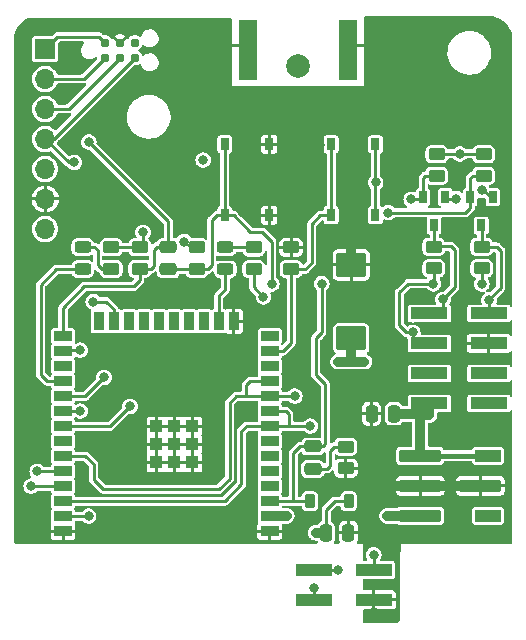
<source format=gtl>
G04 #@! TF.GenerationSoftware,KiCad,Pcbnew,7.0.10*
G04 #@! TF.CreationDate,2024-02-15T21:55:23+01:00*
G04 #@! TF.ProjectId,ithowifi_4l,6974686f-7769-4666-995f-346c2e6b6963,rev?*
G04 #@! TF.SameCoordinates,Original*
G04 #@! TF.FileFunction,Copper,L1,Top*
G04 #@! TF.FilePolarity,Positive*
%FSLAX46Y46*%
G04 Gerber Fmt 4.6, Leading zero omitted, Abs format (unit mm)*
G04 Created by KiCad (PCBNEW 7.0.10) date 2024-02-15 21:55:23*
%MOMM*%
%LPD*%
G01*
G04 APERTURE LIST*
G04 Aperture macros list*
%AMRoundRect*
0 Rectangle with rounded corners*
0 $1 Rounding radius*
0 $2 $3 $4 $5 $6 $7 $8 $9 X,Y pos of 4 corners*
0 Add a 4 corners polygon primitive as box body*
4,1,4,$2,$3,$4,$5,$6,$7,$8,$9,$2,$3,0*
0 Add four circle primitives for the rounded corners*
1,1,$1+$1,$2,$3*
1,1,$1+$1,$4,$5*
1,1,$1+$1,$6,$7*
1,1,$1+$1,$8,$9*
0 Add four rect primitives between the rounded corners*
20,1,$1+$1,$2,$3,$4,$5,0*
20,1,$1+$1,$4,$5,$6,$7,0*
20,1,$1+$1,$6,$7,$8,$9,0*
20,1,$1+$1,$8,$9,$2,$3,0*%
G04 Aperture macros list end*
G04 #@! TA.AperFunction,SMDPad,CuDef*
%ADD10R,0.700000X1.000000*%
G04 #@! TD*
G04 #@! TA.AperFunction,SMDPad,CuDef*
%ADD11RoundRect,0.250000X-0.450000X0.262500X-0.450000X-0.262500X0.450000X-0.262500X0.450000X0.262500X0*%
G04 #@! TD*
G04 #@! TA.AperFunction,ComponentPad*
%ADD12R,1.700000X1.700000*%
G04 #@! TD*
G04 #@! TA.AperFunction,ComponentPad*
%ADD13O,1.700000X1.700000*%
G04 #@! TD*
G04 #@! TA.AperFunction,SMDPad,CuDef*
%ADD14R,1.500000X0.900000*%
G04 #@! TD*
G04 #@! TA.AperFunction,SMDPad,CuDef*
%ADD15R,0.900000X1.500000*%
G04 #@! TD*
G04 #@! TA.AperFunction,SMDPad,CuDef*
%ADD16R,1.050000X1.050000*%
G04 #@! TD*
G04 #@! TA.AperFunction,SMDPad,CuDef*
%ADD17RoundRect,0.243750X0.456250X-0.243750X0.456250X0.243750X-0.456250X0.243750X-0.456250X-0.243750X0*%
G04 #@! TD*
G04 #@! TA.AperFunction,SMDPad,CuDef*
%ADD18R,3.150000X1.000000*%
G04 #@! TD*
G04 #@! TA.AperFunction,SMDPad,CuDef*
%ADD19C,0.787400*%
G04 #@! TD*
G04 #@! TA.AperFunction,SMDPad,CuDef*
%ADD20R,0.750000X1.000000*%
G04 #@! TD*
G04 #@! TA.AperFunction,SMDPad,CuDef*
%ADD21RoundRect,0.250000X0.250000X0.475000X-0.250000X0.475000X-0.250000X-0.475000X0.250000X-0.475000X0*%
G04 #@! TD*
G04 #@! TA.AperFunction,SMDPad,CuDef*
%ADD22RoundRect,0.250000X0.450000X-0.262500X0.450000X0.262500X-0.450000X0.262500X-0.450000X-0.262500X0*%
G04 #@! TD*
G04 #@! TA.AperFunction,SMDPad,CuDef*
%ADD23RoundRect,0.250000X0.475000X-0.250000X0.475000X0.250000X-0.475000X0.250000X-0.475000X-0.250000X0*%
G04 #@! TD*
G04 #@! TA.AperFunction,SMDPad,CuDef*
%ADD24RoundRect,0.250000X1.025000X-0.787500X1.025000X0.787500X-1.025000X0.787500X-1.025000X-0.787500X0*%
G04 #@! TD*
G04 #@! TA.AperFunction,SMDPad,CuDef*
%ADD25RoundRect,0.250000X-0.250000X-0.475000X0.250000X-0.475000X0.250000X0.475000X-0.250000X0.475000X0*%
G04 #@! TD*
G04 #@! TA.AperFunction,SMDPad,CuDef*
%ADD26RoundRect,0.225000X0.225000X0.375000X-0.225000X0.375000X-0.225000X-0.375000X0.225000X-0.375000X0*%
G04 #@! TD*
G04 #@! TA.AperFunction,ComponentPad*
%ADD27C,2.000000*%
G04 #@! TD*
G04 #@! TA.AperFunction,SMDPad,CuDef*
%ADD28RoundRect,0.105000X-1.655000X0.420000X-1.655000X-0.420000X1.655000X-0.420000X1.655000X0.420000X0*%
G04 #@! TD*
G04 #@! TA.AperFunction,SMDPad,CuDef*
%ADD29RoundRect,0.105000X-1.005000X0.420000X-1.005000X-0.420000X1.005000X-0.420000X1.005000X0.420000X0*%
G04 #@! TD*
G04 #@! TA.AperFunction,SMDPad,CuDef*
%ADD30R,1.500000X5.080000*%
G04 #@! TD*
G04 #@! TA.AperFunction,ViaPad*
%ADD31C,0.800000*%
G04 #@! TD*
G04 #@! TA.AperFunction,Conductor*
%ADD32C,0.812800*%
G04 #@! TD*
G04 #@! TA.AperFunction,Conductor*
%ADD33C,0.254000*%
G04 #@! TD*
G04 #@! TA.AperFunction,Conductor*
%ADD34C,0.250000*%
G04 #@! TD*
G04 #@! TA.AperFunction,Conductor*
%ADD35C,0.406400*%
G04 #@! TD*
G04 APERTURE END LIST*
D10*
X119608600Y-120339000D03*
X117708600Y-120339000D03*
X118658600Y-122739000D03*
D11*
X118872000Y-116711900D03*
X118872000Y-118536900D03*
D12*
X85725000Y-107797600D03*
D13*
X85725000Y-110337600D03*
X85725000Y-112877600D03*
X85725000Y-115417600D03*
X85725000Y-117957600D03*
X85725000Y-120497600D03*
X85725000Y-123037600D03*
D14*
X104727600Y-148613600D03*
X104727600Y-147343600D03*
X104727600Y-146073600D03*
X104727600Y-144803600D03*
X104727600Y-143533600D03*
X104727600Y-142263600D03*
X104727600Y-140993600D03*
X104727600Y-139723600D03*
X104727600Y-138453600D03*
X104727600Y-137183600D03*
X104727600Y-135913600D03*
X104727600Y-134643600D03*
X104727600Y-133373600D03*
X104727600Y-132103600D03*
D15*
X101697600Y-130853600D03*
X100427600Y-130853600D03*
X99157600Y-130853600D03*
X97887600Y-130853600D03*
X96617600Y-130853600D03*
X95347600Y-130853600D03*
X94077600Y-130853600D03*
X92807600Y-130853600D03*
X91537600Y-130853600D03*
X90267600Y-130853600D03*
D14*
X87227600Y-132103600D03*
X87227600Y-133373600D03*
X87227600Y-134643600D03*
X87227600Y-135913600D03*
X87227600Y-137183600D03*
X87227600Y-138453600D03*
X87227600Y-139723600D03*
X87227600Y-140993600D03*
X87227600Y-142263600D03*
X87227600Y-143533600D03*
X87227600Y-144803600D03*
X87227600Y-146073600D03*
X87227600Y-147343600D03*
X87227600Y-148613600D03*
D16*
X98182600Y-142798600D03*
X98182600Y-141273600D03*
X98182600Y-139748600D03*
X96657600Y-142798600D03*
X96657600Y-141273600D03*
X96657600Y-139748600D03*
X95132600Y-142798600D03*
X95132600Y-141273600D03*
X95132600Y-139748600D03*
D11*
X91313000Y-124588900D03*
X91313000Y-126413900D03*
X106536000Y-124597500D03*
X106536000Y-126422500D03*
X118618000Y-124548500D03*
X118618000Y-126373500D03*
D17*
X88900000Y-126438900D03*
X88900000Y-124563900D03*
D18*
X108473000Y-151892000D03*
X113523000Y-151892000D03*
X108473000Y-154432000D03*
X113523000Y-154432000D03*
D19*
X90766000Y-108536400D03*
X90766000Y-107266400D03*
X92036000Y-108536400D03*
X92036000Y-107266400D03*
X93306000Y-108536400D03*
X93306000Y-107266400D03*
D20*
X113675000Y-121872000D03*
X113675000Y-115872000D03*
X109925000Y-121872000D03*
X109925000Y-115872000D03*
D21*
X115250000Y-138684000D03*
X113350000Y-138684000D03*
D10*
X123606600Y-120339000D03*
X121706600Y-120339000D03*
X122656600Y-122739000D03*
D22*
X122859800Y-118536900D03*
X122859800Y-116711900D03*
D11*
X122682000Y-124548500D03*
X122682000Y-126373500D03*
D23*
X96139000Y-126451400D03*
X96139000Y-124551400D03*
D22*
X98552000Y-126428000D03*
X98552000Y-124603000D03*
D24*
X111632000Y-132308600D03*
X111632000Y-126083600D03*
D25*
X109486900Y-148751000D03*
X111386900Y-148751000D03*
D23*
X108377500Y-143351000D03*
X108377500Y-141451000D03*
D26*
X111425500Y-146084000D03*
X108125500Y-146084000D03*
D22*
X111171500Y-143290000D03*
X111171500Y-141465000D03*
D27*
X107100780Y-109251460D03*
D22*
X93726000Y-126413900D03*
X93726000Y-124588900D03*
X103378000Y-126428000D03*
X103378000Y-124603000D03*
D17*
X100965000Y-124578000D03*
X100965000Y-126453000D03*
D20*
X104675000Y-121872000D03*
X104675000Y-115872000D03*
X100925000Y-121872000D03*
X100925000Y-115872000D03*
D28*
X117475000Y-142240000D03*
X117475000Y-144780000D03*
X117475000Y-147320000D03*
D29*
X123205000Y-147320000D03*
D28*
X122555000Y-144780000D03*
D29*
X123205000Y-142240000D03*
D18*
X123295000Y-137810000D03*
X118245000Y-137810000D03*
X123295000Y-135270000D03*
X118245000Y-135270000D03*
X123295000Y-132730000D03*
X118245000Y-132730000D03*
X123295000Y-130190000D03*
X118245000Y-130190000D03*
D30*
X102850000Y-107848400D03*
X111350000Y-107848400D03*
D31*
X100700000Y-107442000D03*
X100700000Y-105918000D03*
X100700000Y-110871000D03*
X100700000Y-112500000D03*
X100700000Y-109093000D03*
X113500000Y-110871000D03*
X102432000Y-138568000D03*
X111632000Y-124053600D03*
X112732000Y-124053600D03*
X110532000Y-124053600D03*
X86741000Y-128270000D03*
X113500000Y-105918000D03*
X113500000Y-107442000D03*
X113500000Y-109093000D03*
X123300000Y-134010000D03*
X106426000Y-114200000D03*
X109100000Y-117450000D03*
X102852000Y-132715000D03*
X113792000Y-143764000D03*
X113538000Y-155448000D03*
X105300000Y-117400000D03*
X104278000Y-112500000D03*
X113500000Y-112500000D03*
X96647000Y-139750800D03*
X108458000Y-112500000D03*
X106172000Y-148590000D03*
X89154000Y-148590000D03*
X96647000Y-142798800D03*
X98171000Y-142798800D03*
X111849000Y-112500000D03*
X114681000Y-144780000D03*
X123290000Y-131440000D03*
X113792000Y-145796000D03*
X110071000Y-112500000D03*
X102500000Y-112500000D03*
X108995000Y-114200000D03*
X95148400Y-142798800D03*
X96647000Y-141274800D03*
X109024000Y-115900000D03*
X105800000Y-112500000D03*
X106426000Y-115900000D03*
X95148400Y-141274800D03*
X95148400Y-139750800D03*
X98171000Y-139750800D03*
X98171000Y-141274800D03*
X122682000Y-127698500D03*
X116849988Y-131800000D03*
X118595683Y-127676183D03*
X106172000Y-147320000D03*
X99100000Y-117200000D03*
X111632000Y-134268000D03*
X112732000Y-134268000D03*
X110532000Y-134268000D03*
X122682000Y-119761000D03*
X108631500Y-148751000D03*
X113700000Y-119100000D03*
X97500000Y-124100000D03*
X94000000Y-123317000D03*
X104200000Y-128800000D03*
X88200000Y-117400000D03*
X113538000Y-150622000D03*
X114681000Y-147320000D03*
X120813090Y-116686900D03*
X120532000Y-120468000D03*
X123300000Y-129050000D03*
X119400000Y-129000000D03*
X89407998Y-115671600D03*
X89400000Y-147350000D03*
X92900000Y-138050000D03*
X88700000Y-138450000D03*
X90700000Y-135600000D03*
X88700000Y-133300000D03*
X104900000Y-127700000D03*
X109132000Y-127668006D03*
X85039200Y-143560804D03*
X84531209Y-144805391D03*
X106849400Y-137185400D03*
X114750008Y-121650000D03*
X108458000Y-153416000D03*
X110490000Y-151892000D03*
X108174600Y-139725400D03*
X116697000Y-120539000D03*
X118250000Y-138800000D03*
X89775000Y-129200000D03*
D32*
X110532000Y-124053600D02*
X112732000Y-124053600D01*
X117475000Y-144780000D02*
X114681000Y-144780000D01*
X117475000Y-144780000D02*
X122555000Y-144780000D01*
D33*
X100700000Y-107442000D02*
X102443600Y-107442000D01*
X113500000Y-107442000D02*
X111756400Y-107442000D01*
D32*
X111632000Y-126083600D02*
X111632000Y-124053600D01*
D33*
X111756400Y-107442000D02*
X111350000Y-107848400D01*
X102443600Y-107442000D02*
X102850000Y-107848400D01*
X104675000Y-115872000D02*
X104675000Y-121872000D01*
X122682000Y-126398500D02*
X122682000Y-127698500D01*
X115700000Y-131200000D02*
X116300000Y-131800000D01*
X116300000Y-131800000D02*
X116849988Y-131800000D01*
X116849988Y-132730000D02*
X118245000Y-132730000D01*
X115700000Y-128400000D02*
X115700000Y-131200000D01*
X118595683Y-127676183D02*
X116423817Y-127676183D01*
X116423817Y-127676183D02*
X115700000Y-128400000D01*
X118618000Y-127653866D02*
X118595683Y-127676183D01*
X116849988Y-131800000D02*
X116849988Y-132730000D01*
X118618000Y-126398500D02*
X118618000Y-127653866D01*
X122682000Y-119761000D02*
X122828600Y-119761000D01*
D32*
X109499400Y-148751000D02*
X108634800Y-148751000D01*
D33*
X98103000Y-124603000D02*
X98552000Y-124603000D01*
D32*
X110532000Y-134268000D02*
X112732000Y-134268000D01*
D34*
X87707400Y-117400000D02*
X88200000Y-117400000D01*
D32*
X111632000Y-132308600D02*
X111632000Y-134268000D01*
D33*
X97500000Y-124100000D02*
X98103000Y-124603000D01*
D34*
X86424800Y-115417600D02*
X93306000Y-108536400D01*
D33*
X91313000Y-124563900D02*
X93726000Y-124563900D01*
X103378000Y-126428000D02*
X103378000Y-127978000D01*
D32*
X106148400Y-147343600D02*
X106172000Y-147320000D01*
D33*
X113675000Y-115872000D02*
X113675000Y-121872000D01*
D34*
X113538000Y-150622000D02*
X113538000Y-151877000D01*
D32*
X104727600Y-147343600D02*
X106148400Y-147343600D01*
D33*
X118872000Y-116686900D02*
X120813090Y-116686900D01*
D34*
X113538000Y-151877000D02*
X113523000Y-151892000D01*
D32*
X117475000Y-147320000D02*
X114681000Y-147320000D01*
D34*
X94000000Y-124314900D02*
X93726000Y-124588900D01*
D33*
X120461000Y-120539000D02*
X120532000Y-120468000D01*
D34*
X109499400Y-146803600D02*
X109499400Y-148751000D01*
X110219000Y-146084000D02*
X109499400Y-146803600D01*
X94000000Y-123317000D02*
X94000000Y-124314900D01*
X85725000Y-115417600D02*
X87707400Y-117400000D01*
D33*
X119608600Y-120539000D02*
X120461000Y-120539000D01*
X122859800Y-116686900D02*
X120813090Y-116686900D01*
D34*
X111425500Y-146084000D02*
X110219000Y-146084000D01*
D33*
X122828600Y-119761000D02*
X123606600Y-120539000D01*
D34*
X85725000Y-115417600D02*
X86424800Y-115417600D01*
D33*
X103378000Y-127978000D02*
X104200000Y-128800000D01*
X103417000Y-126492000D02*
X103378000Y-126453000D01*
X122682000Y-122764400D02*
X122656600Y-122739000D01*
X122682000Y-124548500D02*
X122682000Y-122764400D01*
X123948500Y-124548500D02*
X124300000Y-124900000D01*
X122682000Y-124548500D02*
X123948500Y-124548500D01*
X124300000Y-124900000D02*
X124300000Y-128000000D01*
X124300000Y-128000000D02*
X123295000Y-129005000D01*
X123295000Y-129005000D02*
X123295000Y-130190000D01*
X120405000Y-127952500D02*
X119400000Y-128957500D01*
X120405000Y-124852500D02*
X120405000Y-127952500D01*
X119400000Y-128957500D02*
X119400000Y-130142500D01*
X118787000Y-124501000D02*
X120053500Y-124501000D01*
X118658600Y-124507900D02*
X118618000Y-124548500D01*
X120053500Y-124501000D02*
X120405000Y-124852500D01*
X118658600Y-122739000D02*
X118658600Y-124507900D01*
X89027000Y-127889000D02*
X93211000Y-127889000D01*
X95148600Y-124551400D02*
X96139000Y-124551400D01*
X87227600Y-132103600D02*
X87227600Y-129688400D01*
X94900000Y-124800000D02*
X95148600Y-124551400D01*
X94900000Y-126200000D02*
X94900000Y-124800000D01*
D34*
X86754600Y-106768000D02*
X85725000Y-107797600D01*
D33*
X93726000Y-126413900D02*
X94686100Y-126413900D01*
D34*
X90766000Y-107266400D02*
X90267600Y-106768000D01*
X90267600Y-106768000D02*
X86754600Y-106768000D01*
D33*
X96139000Y-122402602D02*
X96139000Y-124000900D01*
X89407998Y-115671600D02*
X96139000Y-122402602D01*
X93211000Y-127889000D02*
X93726000Y-127374000D01*
X93726000Y-127374000D02*
X93726000Y-126413900D01*
X87227600Y-129688400D02*
X89027000Y-127889000D01*
X94686100Y-126413900D02*
X94900000Y-126200000D01*
D34*
X87234000Y-147350000D02*
X87227600Y-147343600D01*
X89400000Y-147350000D02*
X87234000Y-147350000D01*
X87227600Y-139723600D02*
X91226400Y-139723600D01*
X91226400Y-139723600D02*
X92900000Y-138050000D01*
D33*
X87227600Y-139723600D02*
X87229000Y-139725000D01*
D34*
X87227600Y-138453600D02*
X88696400Y-138453600D01*
X88696400Y-138453600D02*
X88700000Y-138450000D01*
D33*
X88946400Y-138453600D02*
X88950000Y-138450000D01*
X89116400Y-137183600D02*
X90700000Y-135600000D01*
X87227600Y-137183600D02*
X89116400Y-137183600D01*
X88700000Y-133300000D02*
X87301200Y-133300000D01*
X87301200Y-133300000D02*
X87227600Y-133373600D01*
X96139000Y-126438900D02*
X98537900Y-126438900D01*
X109432000Y-136168000D02*
X108632000Y-135368000D01*
D34*
X106717900Y-142028600D02*
X106717900Y-146075400D01*
D33*
X108632000Y-135368000D02*
X108632000Y-132268000D01*
X108632000Y-132268000D02*
X109132000Y-131768000D01*
D34*
X104727600Y-146073600D02*
X104729400Y-146075400D01*
D33*
X103100000Y-123300000D02*
X104100000Y-123300000D01*
X98552000Y-126453000D02*
X99480000Y-126453000D01*
D34*
X108116900Y-146075400D02*
X108125500Y-146084000D01*
D33*
X98537900Y-126438900D02*
X98552000Y-126453000D01*
D34*
X106717900Y-146075400D02*
X108116900Y-146075400D01*
X109432000Y-141283000D02*
X109264000Y-141451000D01*
D33*
X109132000Y-131768000D02*
X109132000Y-127668006D01*
D34*
X108377500Y-141451000D02*
X107295500Y-141451000D01*
D33*
X104900000Y-124100000D02*
X104900000Y-127700000D01*
X100925000Y-121872000D02*
X100925000Y-115872000D01*
D34*
X107295500Y-141451000D02*
X106717900Y-142028600D01*
D33*
X100925000Y-121872000D02*
X101672000Y-121872000D01*
D34*
X109264000Y-141451000D02*
X108377500Y-141451000D01*
D33*
X99822000Y-126111000D02*
X99822000Y-122301000D01*
D34*
X104729400Y-146075400D02*
X106717900Y-146075400D01*
X109432000Y-136168000D02*
X109432000Y-141283000D01*
D33*
X100251000Y-121872000D02*
X100925000Y-121872000D01*
X104100000Y-123300000D02*
X104900000Y-124100000D01*
X99480000Y-126453000D02*
X99822000Y-126111000D01*
X99822000Y-122301000D02*
X100251000Y-121872000D01*
X101672000Y-121872000D02*
X103100000Y-123300000D01*
D34*
X87694800Y-112877600D02*
X91964932Y-108607468D01*
D33*
X87227600Y-143533600D02*
X85066404Y-143533600D01*
D34*
X85725000Y-112877600D02*
X87694800Y-112877600D01*
D33*
X87225809Y-144805391D02*
X84531209Y-144805391D01*
D34*
X85725000Y-110337600D02*
X88964800Y-110337600D01*
D33*
X87227600Y-144803600D02*
X87225809Y-144805391D01*
D34*
X88964800Y-110337600D02*
X90766000Y-108536400D01*
D33*
X103086400Y-135913600D02*
X104727600Y-135913600D01*
X108458000Y-154417000D02*
X108473000Y-154432000D01*
X89832000Y-142968000D02*
X89832000Y-144268000D01*
X121899900Y-118561900D02*
X121706600Y-118755200D01*
X106847600Y-137183600D02*
X102733800Y-137183600D01*
X121706600Y-121243000D02*
X121299600Y-121650000D01*
X121299600Y-121650000D02*
X114750008Y-121650000D01*
X90632000Y-145068000D02*
X100432000Y-145068000D01*
X89127600Y-142263600D02*
X89832000Y-142968000D01*
X108458000Y-153416000D02*
X108458000Y-154417000D01*
X87227600Y-142263600D02*
X89127600Y-142263600D01*
X101332000Y-137768000D02*
X101914600Y-137185400D01*
X102733800Y-137183600D02*
X102732000Y-137185400D01*
X122859800Y-118561900D02*
X121899900Y-118561900D01*
X100432000Y-145068000D02*
X101332000Y-144168000D01*
X101332000Y-144168000D02*
X101332000Y-137768000D01*
X101914600Y-137185400D02*
X102732000Y-137185400D01*
X121706600Y-118755200D02*
X121706600Y-121243000D01*
X102732000Y-136268000D02*
X103086400Y-135913600D01*
X89832000Y-144268000D02*
X90632000Y-145068000D01*
X106849400Y-137185400D02*
X106847600Y-137183600D01*
X102732000Y-137185400D02*
X102732000Y-136268000D01*
X102776400Y-139723600D02*
X104727600Y-139723600D01*
X102332000Y-140168000D02*
X102776400Y-139723600D01*
X104729400Y-139725400D02*
X106324400Y-139725400D01*
X106324400Y-139725400D02*
X106324400Y-138709400D01*
X117708600Y-118740000D02*
X117708600Y-120539000D01*
X102332000Y-144668000D02*
X102332000Y-140168000D01*
X100924600Y-146075400D02*
X102332000Y-144668000D01*
X117708600Y-120539000D02*
X116697000Y-120539000D01*
X106324400Y-138709400D02*
X106068600Y-138453600D01*
X118872000Y-118561900D02*
X117886700Y-118561900D01*
X110490000Y-151892000D02*
X108473000Y-151892000D01*
X106324400Y-139725400D02*
X108174600Y-139725400D01*
X87477600Y-146075400D02*
X100924600Y-146075400D01*
X104727600Y-139723600D02*
X104729400Y-139725400D01*
X117886700Y-118561900D02*
X117708600Y-118740000D01*
X106068600Y-138453600D02*
X104727600Y-138453600D01*
D32*
X117348000Y-138684000D02*
X117475000Y-138811000D01*
X117475000Y-142240000D02*
X117475000Y-138811000D01*
X118250000Y-138800000D02*
X117486000Y-138800000D01*
X117486000Y-138800000D02*
X117475000Y-138811000D01*
X118134000Y-138684000D02*
X118250000Y-138800000D01*
X117348000Y-138684000D02*
X118134000Y-138684000D01*
X118250000Y-138800000D02*
X118250000Y-137810000D01*
D35*
X117475000Y-142240000D02*
X123205000Y-142240000D01*
D32*
X115250000Y-138684000D02*
X117348000Y-138684000D01*
D34*
X110202500Y-141465000D02*
X111171500Y-141465000D01*
X109586500Y-143351000D02*
X109838000Y-143099500D01*
X108377500Y-143351000D02*
X109586500Y-143351000D01*
X109838000Y-141829500D02*
X110202500Y-141465000D01*
X109838000Y-143099500D02*
X109838000Y-141829500D01*
D33*
X90170000Y-126111000D02*
X90497900Y-126438900D01*
X88900000Y-124563900D02*
X89892900Y-124563900D01*
X90170000Y-124841000D02*
X90170000Y-126111000D01*
X90497900Y-126438900D02*
X91313000Y-126438900D01*
X89892900Y-124563900D02*
X90170000Y-124841000D01*
D34*
X90884000Y-129200000D02*
X89775000Y-129200000D01*
X91537600Y-129853600D02*
X90884000Y-129200000D01*
X91537600Y-130853600D02*
X91537600Y-129853600D01*
D33*
X100427600Y-130853600D02*
X100427600Y-128680400D01*
X100427600Y-128680400D02*
X100965000Y-128143000D01*
X100965000Y-128143000D02*
X100965000Y-126453000D01*
X85344000Y-127762000D02*
X86667100Y-126438900D01*
X85875600Y-135913600D02*
X85344000Y-135382000D01*
X85344000Y-135382000D02*
X85344000Y-127762000D01*
X87227600Y-135913600D02*
X85875600Y-135913600D01*
X86667100Y-126438900D02*
X88900000Y-126438900D01*
X100965000Y-124578000D02*
X103378000Y-124578000D01*
X104727600Y-133373600D02*
X105826400Y-133373600D01*
X108300000Y-125888000D02*
X108300000Y-122600000D01*
X109028000Y-121872000D02*
X109925000Y-121872000D01*
X108300000Y-122600000D02*
X109028000Y-121872000D01*
X106536000Y-126447500D02*
X107740500Y-126447500D01*
X109925000Y-121872000D02*
X109925000Y-115872000D01*
X106536000Y-132664000D02*
X106536000Y-126447500D01*
X107740500Y-126447500D02*
X108300000Y-125888000D01*
X105826400Y-133373600D02*
X106536000Y-132664000D01*
G04 #@! TA.AperFunction,Conductor*
G36*
X103681838Y-137584313D02*
G01*
X103718383Y-137634613D01*
X103722822Y-137655836D01*
X103723100Y-137658663D01*
X103732185Y-137704339D01*
X103737866Y-137732901D01*
X103757781Y-137762706D01*
X103757783Y-137762708D01*
X103774660Y-137822548D01*
X103757784Y-137874490D01*
X103737865Y-137904299D01*
X103723100Y-137978533D01*
X103723100Y-138928665D01*
X103735817Y-138992598D01*
X103737866Y-139002901D01*
X103757781Y-139032706D01*
X103757783Y-139032708D01*
X103774660Y-139092548D01*
X103757784Y-139144490D01*
X103737865Y-139174299D01*
X103723099Y-139248537D01*
X103722821Y-139251362D01*
X103722300Y-139252551D01*
X103722136Y-139253380D01*
X103721954Y-139253343D01*
X103697905Y-139308325D01*
X103644264Y-139339763D01*
X103622706Y-139342100D01*
X102826407Y-139342100D01*
X102805762Y-139339959D01*
X102792382Y-139337153D01*
X102762277Y-139340907D01*
X102758907Y-139341327D01*
X102746464Y-139342100D01*
X102744786Y-139342100D01*
X102723449Y-139345660D01*
X102719339Y-139346259D01*
X102666040Y-139352903D01*
X102658369Y-139355187D01*
X102650816Y-139357780D01*
X102603604Y-139383329D01*
X102599913Y-139385229D01*
X102551652Y-139408824D01*
X102545163Y-139413456D01*
X102538835Y-139418382D01*
X102502482Y-139457871D01*
X102499605Y-139460870D01*
X102097592Y-139862883D01*
X102081484Y-139875964D01*
X102070045Y-139883437D01*
X102049320Y-139910064D01*
X102041087Y-139919389D01*
X102039887Y-139920588D01*
X102039880Y-139920597D01*
X102027304Y-139938210D01*
X102024824Y-139941537D01*
X101991840Y-139983917D01*
X101988038Y-139990942D01*
X101984525Y-139998129D01*
X101969197Y-140049610D01*
X101967930Y-140053565D01*
X101950499Y-140104339D01*
X101949183Y-140112226D01*
X101948194Y-140120161D01*
X101950414Y-140173805D01*
X101950500Y-140177963D01*
X101950500Y-144468307D01*
X101931287Y-144527438D01*
X101921035Y-144539442D01*
X100796042Y-145664435D01*
X100740644Y-145692661D01*
X100724907Y-145693900D01*
X88332670Y-145693900D01*
X88273539Y-145674687D01*
X88236994Y-145624387D01*
X88232554Y-145603161D01*
X88232099Y-145598547D01*
X88232099Y-145598534D01*
X88217334Y-145524299D01*
X88197415Y-145494489D01*
X88180538Y-145434652D01*
X88197415Y-145382710D01*
X88217334Y-145352901D01*
X88232100Y-145278667D01*
X88232099Y-144328534D01*
X88217334Y-144254299D01*
X88197415Y-144224489D01*
X88180538Y-144164652D01*
X88197415Y-144112710D01*
X88217334Y-144082901D01*
X88232100Y-144008667D01*
X88232099Y-143058534D01*
X88217334Y-142984299D01*
X88197415Y-142954489D01*
X88180538Y-142894652D01*
X88197415Y-142842710D01*
X88217334Y-142812901D01*
X88232100Y-142738667D01*
X88232100Y-142738662D01*
X88232379Y-142735838D01*
X88232899Y-142734648D01*
X88233064Y-142733820D01*
X88233245Y-142733856D01*
X88257295Y-142678875D01*
X88310936Y-142647437D01*
X88332494Y-142645100D01*
X88927908Y-142645100D01*
X88987039Y-142664313D01*
X88999043Y-142674565D01*
X89421035Y-143096557D01*
X89449261Y-143151955D01*
X89450500Y-143167692D01*
X89450500Y-144217999D01*
X89448359Y-144238645D01*
X89445554Y-144252018D01*
X89449727Y-144285484D01*
X89450500Y-144297930D01*
X89450500Y-144299609D01*
X89454061Y-144320955D01*
X89454659Y-144325063D01*
X89461303Y-144378358D01*
X89463586Y-144386026D01*
X89466181Y-144393586D01*
X89491739Y-144440812D01*
X89493642Y-144444509D01*
X89517224Y-144492746D01*
X89521877Y-144499263D01*
X89526776Y-144505558D01*
X89526779Y-144505561D01*
X89526780Y-144505562D01*
X89566308Y-144541950D01*
X89569284Y-144544806D01*
X90326882Y-145302405D01*
X90339966Y-145318517D01*
X90347438Y-145329954D01*
X90347440Y-145329956D01*
X90370609Y-145347989D01*
X90374053Y-145350669D01*
X90383400Y-145358923D01*
X90384591Y-145360114D01*
X90402208Y-145372692D01*
X90405528Y-145375168D01*
X90447915Y-145408158D01*
X90454955Y-145411968D01*
X90462130Y-145415475D01*
X90513584Y-145430793D01*
X90517548Y-145432063D01*
X90568336Y-145449500D01*
X90576210Y-145450813D01*
X90584157Y-145451804D01*
X90584159Y-145451805D01*
X90584160Y-145451804D01*
X90584161Y-145451805D01*
X90637805Y-145449586D01*
X90641963Y-145449500D01*
X100381999Y-145449500D01*
X100402643Y-145451640D01*
X100416017Y-145454445D01*
X100449486Y-145450272D01*
X100461931Y-145449500D01*
X100463609Y-145449500D01*
X100463611Y-145449500D01*
X100484991Y-145445931D01*
X100489036Y-145445342D01*
X100542360Y-145438696D01*
X100542363Y-145438694D01*
X100550012Y-145436417D01*
X100557582Y-145433818D01*
X100557586Y-145433818D01*
X100604855Y-145408236D01*
X100608492Y-145406365D01*
X100656746Y-145382776D01*
X100656750Y-145382771D01*
X100663260Y-145378123D01*
X100669555Y-145373223D01*
X100669562Y-145373220D01*
X100705939Y-145333702D01*
X100708795Y-145330725D01*
X101566407Y-144473113D01*
X101582513Y-144460034D01*
X101593956Y-144452560D01*
X101614677Y-144425935D01*
X101622930Y-144416591D01*
X101624113Y-144415409D01*
X101636695Y-144397784D01*
X101639156Y-144394484D01*
X101672158Y-144352085D01*
X101672159Y-144352081D01*
X101672161Y-144352079D01*
X101675953Y-144345073D01*
X101679470Y-144337876D01*
X101679475Y-144337870D01*
X101694795Y-144286408D01*
X101696062Y-144282454D01*
X101713500Y-144231662D01*
X101714816Y-144223776D01*
X101715805Y-144215839D01*
X101713586Y-144162194D01*
X101713500Y-144158036D01*
X101713500Y-137967692D01*
X101732713Y-137908561D01*
X101742965Y-137896557D01*
X102043158Y-137596365D01*
X102098556Y-137568139D01*
X102114293Y-137566900D01*
X102681999Y-137566900D01*
X102702644Y-137569040D01*
X102716017Y-137571845D01*
X102729573Y-137570154D01*
X102750329Y-137569726D01*
X102763940Y-137570854D01*
X102774509Y-137568178D01*
X102799203Y-137565100D01*
X103622707Y-137565100D01*
X103681838Y-137584313D01*
G37*
G04 #@! TD.AperFunction*
G04 #@! TA.AperFunction,Conductor*
G36*
X92761894Y-124964613D02*
G01*
X92797020Y-125010844D01*
X92828655Y-125095663D01*
X92828658Y-125095667D01*
X92915596Y-125211804D01*
X93031733Y-125298742D01*
X93031736Y-125298744D01*
X93088727Y-125320000D01*
X93167658Y-125349440D01*
X93227745Y-125355900D01*
X94224254Y-125355899D01*
X94284342Y-125349440D01*
X94382745Y-125312736D01*
X94444860Y-125310074D01*
X94496680Y-125344431D01*
X94518408Y-125402685D01*
X94518500Y-125406994D01*
X94518500Y-125595805D01*
X94499287Y-125654936D01*
X94448987Y-125691481D01*
X94386813Y-125691481D01*
X94382744Y-125690062D01*
X94284342Y-125653360D01*
X94259963Y-125650739D01*
X94224255Y-125646900D01*
X94224254Y-125646900D01*
X93227745Y-125646900D01*
X93172974Y-125652788D01*
X93167658Y-125653360D01*
X93167656Y-125653360D01*
X93167654Y-125653361D01*
X93031736Y-125704055D01*
X92915596Y-125790996D01*
X92828655Y-125907136D01*
X92777960Y-126043056D01*
X92777960Y-126043058D01*
X92771500Y-126103145D01*
X92771500Y-126724654D01*
X92776136Y-126767775D01*
X92777960Y-126784742D01*
X92777960Y-126784744D01*
X92777961Y-126784745D01*
X92828655Y-126920663D01*
X92828658Y-126920667D01*
X92915596Y-127036804D01*
X92999785Y-127099826D01*
X93031736Y-127123744D01*
X93167655Y-127174439D01*
X93167658Y-127174440D01*
X93167660Y-127174440D01*
X93168735Y-127174694D01*
X93169363Y-127175076D01*
X93173554Y-127176639D01*
X93173254Y-127177441D01*
X93221866Y-127206987D01*
X93245867Y-127264341D01*
X93231573Y-127324850D01*
X93216742Y-127343734D01*
X93082442Y-127478035D01*
X93027045Y-127506261D01*
X93011307Y-127507500D01*
X89077002Y-127507500D01*
X89056357Y-127505359D01*
X89047629Y-127503529D01*
X89042980Y-127502554D01*
X89011227Y-127506513D01*
X89009513Y-127506727D01*
X88997070Y-127507500D01*
X88995380Y-127507500D01*
X88974033Y-127511063D01*
X88969919Y-127511662D01*
X88916645Y-127518302D01*
X88908972Y-127520586D01*
X88901411Y-127523182D01*
X88854185Y-127548739D01*
X88850492Y-127550640D01*
X88802255Y-127574222D01*
X88795738Y-127578875D01*
X88789437Y-127583780D01*
X88753071Y-127623283D01*
X88750194Y-127626282D01*
X86993192Y-129383283D01*
X86977084Y-129396364D01*
X86965645Y-129403837D01*
X86944920Y-129430464D01*
X86936687Y-129439789D01*
X86935487Y-129440988D01*
X86935480Y-129440997D01*
X86922904Y-129458610D01*
X86920424Y-129461937D01*
X86887440Y-129504317D01*
X86883638Y-129511342D01*
X86880125Y-129518529D01*
X86864797Y-129570010D01*
X86863530Y-129573965D01*
X86846099Y-129624739D01*
X86844783Y-129632626D01*
X86843794Y-129640561D01*
X86846014Y-129694205D01*
X86846100Y-129698363D01*
X86846100Y-131298500D01*
X86826887Y-131357631D01*
X86776587Y-131394176D01*
X86745500Y-131399100D01*
X86452534Y-131399100D01*
X86378298Y-131413866D01*
X86378295Y-131413867D01*
X86294117Y-131470114D01*
X86294115Y-131470116D01*
X86237865Y-131554300D01*
X86223100Y-131628533D01*
X86223100Y-132578665D01*
X86232587Y-132626360D01*
X86237866Y-132652901D01*
X86254853Y-132678324D01*
X86257783Y-132682708D01*
X86274660Y-132742548D01*
X86257784Y-132794490D01*
X86237865Y-132824299D01*
X86223100Y-132898533D01*
X86223100Y-133848665D01*
X86237865Y-133922897D01*
X86237866Y-133922901D01*
X86257781Y-133952706D01*
X86257783Y-133952708D01*
X86274660Y-134012548D01*
X86257784Y-134064490D01*
X86237865Y-134094299D01*
X86223100Y-134168533D01*
X86223100Y-135118665D01*
X86231878Y-135162795D01*
X86237866Y-135192901D01*
X86257781Y-135222706D01*
X86257783Y-135222708D01*
X86274660Y-135282548D01*
X86257784Y-135334490D01*
X86237865Y-135364299D01*
X86223099Y-135438537D01*
X86222821Y-135441362D01*
X86222300Y-135442551D01*
X86222136Y-135443380D01*
X86221954Y-135443343D01*
X86197905Y-135498325D01*
X86144264Y-135529763D01*
X86122706Y-135532100D01*
X86075292Y-135532100D01*
X86016161Y-135512887D01*
X86004157Y-135502635D01*
X85754965Y-135253442D01*
X85726739Y-135198044D01*
X85725500Y-135182307D01*
X85725500Y-127961692D01*
X85744713Y-127902561D01*
X85754965Y-127890557D01*
X86795658Y-126849865D01*
X86851056Y-126821639D01*
X86866793Y-126820400D01*
X87893501Y-126820400D01*
X87952632Y-126839613D01*
X87987758Y-126885844D01*
X88001947Y-126923888D01*
X88001948Y-126923890D01*
X88001949Y-126923891D01*
X88087811Y-127038589D01*
X88202509Y-127124451D01*
X88202512Y-127124452D01*
X88202511Y-127124452D01*
X88223671Y-127132344D01*
X88336750Y-127174520D01*
X88396091Y-127180900D01*
X89403908Y-127180899D01*
X89463250Y-127174520D01*
X89597491Y-127124451D01*
X89712189Y-127038589D01*
X89798051Y-126923891D01*
X89848120Y-126789650D01*
X89854500Y-126730309D01*
X89854499Y-126577890D01*
X89873712Y-126518760D01*
X89924011Y-126482215D01*
X89986185Y-126482215D01*
X90026234Y-126506756D01*
X90192783Y-126673305D01*
X90205865Y-126689414D01*
X90213340Y-126700856D01*
X90236802Y-126719117D01*
X90239953Y-126721569D01*
X90249300Y-126729823D01*
X90250491Y-126731014D01*
X90268129Y-126743606D01*
X90271417Y-126746058D01*
X90313815Y-126779058D01*
X90313816Y-126779058D01*
X90313817Y-126779059D01*
X90320834Y-126782856D01*
X90328028Y-126786373D01*
X90328031Y-126786375D01*
X90328034Y-126786375D01*
X90335519Y-126790035D01*
X90334136Y-126792863D01*
X90373393Y-126819907D01*
X90387773Y-126845906D01*
X90415655Y-126920663D01*
X90415658Y-126920667D01*
X90502596Y-127036804D01*
X90586785Y-127099826D01*
X90618736Y-127123744D01*
X90685765Y-127148744D01*
X90754658Y-127174440D01*
X90814745Y-127180900D01*
X91811254Y-127180899D01*
X91871342Y-127174440D01*
X91963662Y-127140006D01*
X92007263Y-127123744D01*
X92007264Y-127123742D01*
X92007267Y-127123742D01*
X92123404Y-127036804D01*
X92210342Y-126920667D01*
X92210342Y-126920664D01*
X92210344Y-126920663D01*
X92245862Y-126825435D01*
X92261040Y-126784742D01*
X92267500Y-126724655D01*
X92267499Y-126103146D01*
X92267402Y-126102248D01*
X92266927Y-126097829D01*
X92261040Y-126043058D01*
X92233048Y-125968009D01*
X92210344Y-125907136D01*
X92190127Y-125880129D01*
X92123404Y-125790996D01*
X92007267Y-125704058D01*
X92007263Y-125704055D01*
X91871342Y-125653360D01*
X91846963Y-125650739D01*
X91811255Y-125646900D01*
X91811254Y-125646900D01*
X90814745Y-125646900D01*
X90759974Y-125652788D01*
X90754658Y-125653360D01*
X90754655Y-125653360D01*
X90754651Y-125653362D01*
X90687255Y-125678499D01*
X90625138Y-125681162D01*
X90573319Y-125646804D01*
X90551592Y-125588549D01*
X90551500Y-125584242D01*
X90551500Y-125418557D01*
X90570713Y-125359426D01*
X90621013Y-125322881D01*
X90683187Y-125322881D01*
X90687253Y-125324299D01*
X90754658Y-125349440D01*
X90814745Y-125355900D01*
X91811254Y-125355899D01*
X91871342Y-125349440D01*
X91967381Y-125313619D01*
X92007263Y-125298744D01*
X92007264Y-125298742D01*
X92007267Y-125298742D01*
X92123404Y-125211804D01*
X92210342Y-125095667D01*
X92210342Y-125095664D01*
X92210344Y-125095663D01*
X92241980Y-125010844D01*
X92280646Y-124962155D01*
X92336237Y-124945400D01*
X92702763Y-124945400D01*
X92761894Y-124964613D01*
G37*
G04 #@! TD.AperFunction*
G04 #@! TA.AperFunction,Conductor*
G36*
X123495480Y-105029215D02*
G01*
X123506421Y-105029932D01*
X123579894Y-105034747D01*
X123592918Y-105036462D01*
X123830109Y-105083643D01*
X123842804Y-105087044D01*
X124061662Y-105161337D01*
X124071793Y-105164776D01*
X124083950Y-105169811D01*
X124300835Y-105276766D01*
X124312231Y-105283346D01*
X124513301Y-105417697D01*
X124523735Y-105425703D01*
X124701324Y-105581444D01*
X124705547Y-105585147D01*
X124714852Y-105594452D01*
X124874294Y-105776262D01*
X124882302Y-105786698D01*
X125016653Y-105987768D01*
X125023233Y-105999164D01*
X125130188Y-106216049D01*
X125135223Y-106228206D01*
X125212952Y-106457187D01*
X125216358Y-106469898D01*
X125263535Y-106707069D01*
X125265253Y-106720115D01*
X125275802Y-106881071D01*
X125281285Y-106964718D01*
X125281500Y-106971298D01*
X125281500Y-129516131D01*
X125262287Y-129575262D01*
X125211987Y-129611807D01*
X125149813Y-129611807D01*
X125099513Y-129575262D01*
X125097255Y-129572022D01*
X125053485Y-129506517D01*
X125053483Y-129506515D01*
X125011678Y-129478582D01*
X124969301Y-129450266D01*
X124969300Y-129450265D01*
X124969299Y-129450265D01*
X124913498Y-129439166D01*
X124895067Y-129435500D01*
X124895066Y-129435500D01*
X123999531Y-129435500D01*
X123940400Y-129416287D01*
X123903855Y-129365987D01*
X123903855Y-129303813D01*
X123905468Y-129299227D01*
X123940149Y-129207782D01*
X123959307Y-129050000D01*
X123946827Y-128947222D01*
X123958771Y-128886208D01*
X123975554Y-128863966D01*
X124534410Y-128305111D01*
X124550516Y-128292032D01*
X124561956Y-128284560D01*
X124582668Y-128257947D01*
X124590932Y-128248590D01*
X124592114Y-128247409D01*
X124604721Y-128229748D01*
X124607138Y-128226507D01*
X124640158Y-128184085D01*
X124640159Y-128184083D01*
X124643944Y-128177087D01*
X124647470Y-128169875D01*
X124647475Y-128169869D01*
X124662796Y-128118405D01*
X124664062Y-128114454D01*
X124681500Y-128063662D01*
X124682816Y-128055776D01*
X124683805Y-128047838D01*
X124681586Y-127994185D01*
X124681500Y-127990027D01*
X124681500Y-124950001D01*
X124683641Y-124929354D01*
X124685740Y-124919345D01*
X124686445Y-124915983D01*
X124686279Y-124914655D01*
X124682273Y-124882513D01*
X124681500Y-124870068D01*
X124681500Y-124868391D01*
X124681499Y-124868380D01*
X124677936Y-124847033D01*
X124677345Y-124842982D01*
X124670696Y-124789640D01*
X124670694Y-124789636D01*
X124670694Y-124789634D01*
X124668418Y-124781988D01*
X124665818Y-124774416D01*
X124665818Y-124774414D01*
X124640246Y-124727161D01*
X124638368Y-124723514D01*
X124614776Y-124675254D01*
X124614774Y-124675252D01*
X124614774Y-124675251D01*
X124610132Y-124668749D01*
X124605221Y-124662440D01*
X124605220Y-124662438D01*
X124565693Y-124626050D01*
X124562715Y-124623193D01*
X124253616Y-124314094D01*
X124240530Y-124297978D01*
X124233063Y-124286548D01*
X124233061Y-124286546D01*
X124233060Y-124286544D01*
X124220184Y-124276522D01*
X124206443Y-124265827D01*
X124197098Y-124257575D01*
X124195908Y-124256385D01*
X124178295Y-124243810D01*
X124174961Y-124241324D01*
X124132583Y-124208340D01*
X124125564Y-124204542D01*
X124118365Y-124201022D01*
X124066897Y-124185699D01*
X124062939Y-124184431D01*
X124012164Y-124167000D01*
X124004285Y-124165685D01*
X123996338Y-124164694D01*
X123942695Y-124166914D01*
X123938537Y-124167000D01*
X123695913Y-124167000D01*
X123636782Y-124147787D01*
X123601656Y-124101557D01*
X123579343Y-124041735D01*
X123579342Y-124041733D01*
X123492404Y-123925596D01*
X123376267Y-123838658D01*
X123376263Y-123838655D01*
X123240342Y-123787960D01*
X123180255Y-123781500D01*
X123164100Y-123781500D01*
X123104969Y-123762287D01*
X123068424Y-123711987D01*
X123063500Y-123680900D01*
X123063500Y-123560837D01*
X123082713Y-123501706D01*
X123108206Y-123477193D01*
X123190084Y-123422484D01*
X123246334Y-123338301D01*
X123261100Y-123264067D01*
X123261099Y-122213934D01*
X123246334Y-122139699D01*
X123246332Y-122139697D01*
X123246332Y-122139695D01*
X123190085Y-122055517D01*
X123190083Y-122055515D01*
X123131599Y-122016437D01*
X123105901Y-121999266D01*
X123105900Y-121999265D01*
X123105899Y-121999265D01*
X123050098Y-121988166D01*
X123031667Y-121984500D01*
X123031666Y-121984500D01*
X122281534Y-121984500D01*
X122207298Y-121999266D01*
X122207295Y-121999267D01*
X122123117Y-122055514D01*
X122123115Y-122055516D01*
X122066865Y-122139700D01*
X122052100Y-122213933D01*
X122052100Y-123264065D01*
X122066866Y-123338301D01*
X122066867Y-123338304D01*
X122123114Y-123422482D01*
X122123115Y-123422483D01*
X122123116Y-123422484D01*
X122207299Y-123478734D01*
X122219148Y-123481091D01*
X122219526Y-123481166D01*
X122273772Y-123511545D01*
X122299803Y-123568008D01*
X122300500Y-123579833D01*
X122300500Y-123680900D01*
X122281287Y-123740031D01*
X122230987Y-123776576D01*
X122199905Y-123781500D01*
X122183747Y-123781500D01*
X122130118Y-123787265D01*
X122123658Y-123787960D01*
X122123656Y-123787960D01*
X122123654Y-123787961D01*
X121987736Y-123838655D01*
X121871596Y-123925596D01*
X121784655Y-124041736D01*
X121733960Y-124177656D01*
X121733960Y-124177658D01*
X121727500Y-124237745D01*
X121727500Y-124859254D01*
X121732065Y-124901713D01*
X121733359Y-124913755D01*
X121733960Y-124919340D01*
X121733961Y-124919345D01*
X121784655Y-125055263D01*
X121784658Y-125055267D01*
X121871596Y-125171404D01*
X121980132Y-125252652D01*
X121987736Y-125258344D01*
X122062398Y-125286191D01*
X122123658Y-125309040D01*
X122183745Y-125315500D01*
X123180254Y-125315499D01*
X123240342Y-125309040D01*
X123331643Y-125274986D01*
X123376263Y-125258344D01*
X123376264Y-125258342D01*
X123376267Y-125258342D01*
X123492404Y-125171404D01*
X123579342Y-125055267D01*
X123586359Y-125036455D01*
X123601656Y-124995443D01*
X123640322Y-124946755D01*
X123695913Y-124930000D01*
X123748808Y-124930000D01*
X123807939Y-124949213D01*
X123819943Y-124959465D01*
X123889035Y-125028557D01*
X123917261Y-125083955D01*
X123918500Y-125099692D01*
X123918500Y-127800307D01*
X123899287Y-127859438D01*
X123889035Y-127871442D01*
X123394442Y-128366035D01*
X123339044Y-128394261D01*
X123323307Y-128395500D01*
X123220529Y-128395500D01*
X123220525Y-128395500D01*
X123220524Y-128395501D01*
X123148142Y-128413341D01*
X123086131Y-128408837D01*
X123038611Y-128368744D01*
X123023732Y-128308376D01*
X123047178Y-128250792D01*
X123057353Y-128240368D01*
X123175498Y-128135701D01*
X123265787Y-128004895D01*
X123322149Y-127856282D01*
X123341307Y-127698500D01*
X123322149Y-127540718D01*
X123265787Y-127392105D01*
X123192273Y-127285601D01*
X123174495Y-127226027D01*
X123195131Y-127167377D01*
X123239911Y-127134200D01*
X123240339Y-127134040D01*
X123240342Y-127134040D01*
X123376267Y-127083342D01*
X123492404Y-126996404D01*
X123579342Y-126880267D01*
X123579342Y-126880264D01*
X123579344Y-126880263D01*
X123605647Y-126809742D01*
X123630040Y-126744342D01*
X123636500Y-126684255D01*
X123636499Y-126062746D01*
X123630040Y-126002658D01*
X123608005Y-125943581D01*
X123579344Y-125866736D01*
X123579342Y-125866733D01*
X123492404Y-125750596D01*
X123376267Y-125663658D01*
X123376263Y-125663655D01*
X123240342Y-125612960D01*
X123180255Y-125606500D01*
X123180254Y-125606500D01*
X122183745Y-125606500D01*
X122128974Y-125612388D01*
X122123658Y-125612960D01*
X122123656Y-125612960D01*
X122123654Y-125612961D01*
X121987736Y-125663655D01*
X121871596Y-125750596D01*
X121784655Y-125866736D01*
X121733960Y-126002656D01*
X121733960Y-126002658D01*
X121727500Y-126062745D01*
X121727500Y-126684254D01*
X121732527Y-126731013D01*
X121733960Y-126744342D01*
X121733960Y-126744344D01*
X121733961Y-126744345D01*
X121784655Y-126880263D01*
X121784658Y-126880267D01*
X121871596Y-126996404D01*
X121987733Y-127083342D01*
X122123658Y-127134040D01*
X122123660Y-127134040D01*
X122124089Y-127134200D01*
X122172778Y-127172865D01*
X122189441Y-127232765D01*
X122171725Y-127285604D01*
X122098213Y-127392103D01*
X122098213Y-127392104D01*
X122056325Y-127502554D01*
X122041851Y-127540718D01*
X122022693Y-127698500D01*
X122041851Y-127856282D01*
X122098213Y-128004895D01*
X122188502Y-128135701D01*
X122188503Y-128135702D01*
X122188504Y-128135703D01*
X122188505Y-128135704D01*
X122307468Y-128241097D01*
X122307469Y-128241098D01*
X122307471Y-128241099D01*
X122448207Y-128314963D01*
X122602529Y-128353000D01*
X122602533Y-128353000D01*
X122761467Y-128353000D01*
X122761471Y-128353000D01*
X122833857Y-128335158D01*
X122895866Y-128339662D01*
X122943387Y-128379754D01*
X122958267Y-128440121D01*
X122934822Y-128497706D01*
X122924642Y-128508135D01*
X122806503Y-128612798D01*
X122806502Y-128612799D01*
X122775715Y-128657402D01*
X122716212Y-128743606D01*
X122670567Y-128863962D01*
X122659851Y-128892218D01*
X122640693Y-129050000D01*
X122659851Y-129207782D01*
X122694532Y-129299227D01*
X122697535Y-129361328D01*
X122663463Y-129413335D01*
X122605329Y-129435383D01*
X122600469Y-129435500D01*
X121694934Y-129435500D01*
X121620698Y-129450266D01*
X121620695Y-129450267D01*
X121536517Y-129506514D01*
X121536515Y-129506516D01*
X121480265Y-129590700D01*
X121465500Y-129664933D01*
X121465500Y-130715065D01*
X121480266Y-130789301D01*
X121480267Y-130789304D01*
X121536514Y-130873482D01*
X121536515Y-130873483D01*
X121536516Y-130873484D01*
X121620699Y-130929734D01*
X121694933Y-130944500D01*
X124895066Y-130944499D01*
X124969301Y-130929734D01*
X125053484Y-130873484D01*
X125097255Y-130807975D01*
X125146080Y-130769485D01*
X125208206Y-130767044D01*
X125259903Y-130801586D01*
X125281422Y-130859917D01*
X125281500Y-130863867D01*
X125281500Y-131967579D01*
X125262287Y-132026710D01*
X125211987Y-132063255D01*
X125149813Y-132063255D01*
X125109765Y-132038714D01*
X125045234Y-131974183D01*
X124940994Y-131928156D01*
X124915518Y-131925200D01*
X123422000Y-131925200D01*
X123422000Y-133534799D01*
X124915506Y-133534799D01*
X124915520Y-133534798D01*
X124940992Y-133531843D01*
X124940996Y-133531842D01*
X125045234Y-133485816D01*
X125109765Y-133421286D01*
X125165163Y-133393060D01*
X125226571Y-133402786D01*
X125270535Y-133446750D01*
X125281500Y-133492421D01*
X125281500Y-134596131D01*
X125262287Y-134655262D01*
X125211987Y-134691807D01*
X125149813Y-134691807D01*
X125099513Y-134655262D01*
X125097255Y-134652022D01*
X125053485Y-134586517D01*
X125053483Y-134586515D01*
X124969302Y-134530267D01*
X124969301Y-134530266D01*
X124969300Y-134530265D01*
X124969299Y-134530265D01*
X124913498Y-134519166D01*
X124895067Y-134515500D01*
X124895066Y-134515500D01*
X121694934Y-134515500D01*
X121620698Y-134530266D01*
X121620695Y-134530267D01*
X121536517Y-134586514D01*
X121536515Y-134586516D01*
X121480265Y-134670700D01*
X121465500Y-134744933D01*
X121465500Y-135795065D01*
X121480266Y-135869301D01*
X121480267Y-135869304D01*
X121536514Y-135953482D01*
X121536515Y-135953483D01*
X121536516Y-135953484D01*
X121620699Y-136009734D01*
X121694933Y-136024500D01*
X124895066Y-136024499D01*
X124969301Y-136009734D01*
X125053484Y-135953484D01*
X125097255Y-135887975D01*
X125146080Y-135849485D01*
X125208206Y-135847044D01*
X125259903Y-135881586D01*
X125281422Y-135939917D01*
X125281500Y-135943867D01*
X125281500Y-137136131D01*
X125262287Y-137195262D01*
X125211987Y-137231807D01*
X125149813Y-137231807D01*
X125099513Y-137195262D01*
X125097255Y-137192022D01*
X125053485Y-137126517D01*
X125053483Y-137126515D01*
X124969302Y-137070267D01*
X124969301Y-137070266D01*
X124969300Y-137070265D01*
X124969299Y-137070265D01*
X124913498Y-137059166D01*
X124895067Y-137055500D01*
X124895066Y-137055500D01*
X121694934Y-137055500D01*
X121620698Y-137070266D01*
X121620695Y-137070267D01*
X121536517Y-137126514D01*
X121536515Y-137126516D01*
X121480265Y-137210700D01*
X121465500Y-137284933D01*
X121465500Y-138335065D01*
X121480266Y-138409301D01*
X121480267Y-138409304D01*
X121536514Y-138493482D01*
X121536515Y-138493483D01*
X121536516Y-138493484D01*
X121620699Y-138549734D01*
X121694933Y-138564500D01*
X124895066Y-138564499D01*
X124969301Y-138549734D01*
X125053484Y-138493484D01*
X125097255Y-138427975D01*
X125146080Y-138389485D01*
X125208206Y-138387044D01*
X125259903Y-138421586D01*
X125281422Y-138479917D01*
X125281500Y-138483867D01*
X125281500Y-149461409D01*
X125280639Y-149474540D01*
X125267912Y-149571207D01*
X125261119Y-149596564D01*
X125257258Y-149605888D01*
X125216884Y-149653170D01*
X125164312Y-149668000D01*
X115832000Y-149668000D01*
X115832000Y-150214526D01*
X115822038Y-150258173D01*
X115809105Y-150285030D01*
X115781500Y-150405972D01*
X115781500Y-155961409D01*
X115780639Y-155974540D01*
X115767912Y-156071207D01*
X115761115Y-156096574D01*
X115726347Y-156180512D01*
X115713216Y-156203256D01*
X115657906Y-156275337D01*
X115639337Y-156293906D01*
X115567256Y-156349216D01*
X115544512Y-156362347D01*
X115460574Y-156397115D01*
X115435207Y-156403912D01*
X115338540Y-156416639D01*
X115325409Y-156417500D01*
X112732600Y-156417500D01*
X112673469Y-156398287D01*
X112636924Y-156347987D01*
X112632000Y-156316900D01*
X112632000Y-155337399D01*
X112651213Y-155278268D01*
X112701513Y-155241723D01*
X112732600Y-155236799D01*
X113396000Y-155236799D01*
X113396000Y-154559000D01*
X113650000Y-154559000D01*
X113650000Y-155236799D01*
X115143506Y-155236799D01*
X115143520Y-155236798D01*
X115168992Y-155233843D01*
X115168996Y-155233842D01*
X115273234Y-155187816D01*
X115353816Y-155107234D01*
X115399843Y-155002994D01*
X115402799Y-154977518D01*
X115402800Y-154977510D01*
X115402800Y-154559000D01*
X113650000Y-154559000D01*
X113396000Y-154559000D01*
X113396000Y-153627200D01*
X113650000Y-153627200D01*
X113650000Y-154305000D01*
X115402799Y-154305000D01*
X115402799Y-153886493D01*
X115402798Y-153886479D01*
X115399843Y-153861007D01*
X115399842Y-153861003D01*
X115353816Y-153756765D01*
X115273234Y-153676183D01*
X115168994Y-153630156D01*
X115143518Y-153627200D01*
X113650000Y-153627200D01*
X113396000Y-153627200D01*
X112732600Y-153627200D01*
X112673469Y-153607987D01*
X112636924Y-153557687D01*
X112632000Y-153526600D01*
X112632000Y-152747099D01*
X112651213Y-152687968D01*
X112701513Y-152651423D01*
X112732595Y-152646499D01*
X115123066Y-152646499D01*
X115197301Y-152631734D01*
X115281484Y-152575484D01*
X115337734Y-152491301D01*
X115352500Y-152417067D01*
X115352499Y-151366934D01*
X115337734Y-151292699D01*
X115337732Y-151292697D01*
X115337732Y-151292695D01*
X115281485Y-151208517D01*
X115281483Y-151208515D01*
X115239678Y-151180582D01*
X115197301Y-151152266D01*
X115197300Y-151152265D01*
X115197299Y-151152265D01*
X115141498Y-151141166D01*
X115123067Y-151137500D01*
X115123066Y-151137500D01*
X114169129Y-151137500D01*
X114109998Y-151118287D01*
X114073453Y-151067987D01*
X114073453Y-151005813D01*
X114086335Y-150979755D01*
X114121787Y-150928395D01*
X114178149Y-150779782D01*
X114197307Y-150622000D01*
X114178149Y-150464218D01*
X114121787Y-150315605D01*
X114031498Y-150184799D01*
X114031495Y-150184796D01*
X114031494Y-150184795D01*
X113912531Y-150079402D01*
X113912530Y-150079401D01*
X113771795Y-150005538D01*
X113771794Y-150005537D01*
X113771793Y-150005537D01*
X113693547Y-149986251D01*
X113617473Y-149967500D01*
X113617471Y-149967500D01*
X113458529Y-149967500D01*
X113458526Y-149967500D01*
X113344415Y-149995626D01*
X113304207Y-150005537D01*
X113304206Y-150005537D01*
X113304204Y-150005538D01*
X113163469Y-150079401D01*
X113163468Y-150079402D01*
X113044505Y-150184795D01*
X113044504Y-150184796D01*
X112954212Y-150315606D01*
X112919941Y-150405972D01*
X112897851Y-150464218D01*
X112878693Y-150622000D01*
X112897851Y-150779782D01*
X112954213Y-150928395D01*
X112989663Y-150979753D01*
X113007442Y-151039330D01*
X112986806Y-151097980D01*
X112935638Y-151133299D01*
X112906871Y-151137500D01*
X112732600Y-151137500D01*
X112673469Y-151118287D01*
X112636924Y-151067987D01*
X112632000Y-151036900D01*
X112632000Y-149668000D01*
X112200543Y-149668000D01*
X112141412Y-149648787D01*
X112104867Y-149598487D01*
X112104867Y-149536313D01*
X112120384Y-149506614D01*
X112125045Y-149500467D01*
X112125046Y-149500464D01*
X112180991Y-149358595D01*
X112180993Y-149358587D01*
X112191698Y-149269447D01*
X112191700Y-149269429D01*
X112191700Y-148878000D01*
X110582100Y-148878000D01*
X110582100Y-149269429D01*
X110582101Y-149269447D01*
X110592806Y-149358587D01*
X110592808Y-149358595D01*
X110648753Y-149500464D01*
X110648754Y-149500467D01*
X110653416Y-149506614D01*
X110673836Y-149565339D01*
X110655838Y-149624852D01*
X110606298Y-149662419D01*
X110573257Y-149668000D01*
X110237194Y-149668000D01*
X110178063Y-149648787D01*
X110141518Y-149598487D01*
X110141518Y-149536313D01*
X110156657Y-149507116D01*
X110184242Y-149470267D01*
X110184242Y-149470264D01*
X110184244Y-149470263D01*
X110222237Y-149368399D01*
X110234940Y-149334342D01*
X110241400Y-149274255D01*
X110241399Y-148624000D01*
X110582100Y-148624000D01*
X111259900Y-148624000D01*
X111259900Y-147721200D01*
X111513900Y-147721200D01*
X111513900Y-148624000D01*
X112191700Y-148624000D01*
X112191700Y-148232570D01*
X112191698Y-148232552D01*
X112180993Y-148143412D01*
X112180991Y-148143404D01*
X112125046Y-148001535D01*
X112125045Y-148001532D01*
X112032890Y-147880009D01*
X111911367Y-147787854D01*
X111911364Y-147787853D01*
X111769495Y-147731908D01*
X111769487Y-147731906D01*
X111680347Y-147721201D01*
X111680329Y-147721200D01*
X111513900Y-147721200D01*
X111259900Y-147721200D01*
X111093471Y-147721200D01*
X111093452Y-147721201D01*
X111004312Y-147731906D01*
X111004304Y-147731908D01*
X110862435Y-147787853D01*
X110862432Y-147787854D01*
X110740909Y-147880009D01*
X110648754Y-148001532D01*
X110648753Y-148001535D01*
X110592808Y-148143404D01*
X110592806Y-148143412D01*
X110582101Y-148232552D01*
X110582100Y-148232570D01*
X110582100Y-148624000D01*
X110241399Y-148624000D01*
X110241399Y-148227746D01*
X110234940Y-148167658D01*
X110209518Y-148099499D01*
X110184244Y-148031736D01*
X110168246Y-148010365D01*
X110097304Y-147915596D01*
X109981167Y-147828658D01*
X109973943Y-147825963D01*
X109944342Y-147814922D01*
X109895654Y-147776256D01*
X109878900Y-147720666D01*
X109878900Y-147400248D01*
X114020100Y-147400248D01*
X114058509Y-147556080D01*
X114058510Y-147556082D01*
X114058509Y-147556082D01*
X114126642Y-147685897D01*
X114133095Y-147698191D01*
X114239523Y-147818324D01*
X114371609Y-147909496D01*
X114521675Y-147966408D01*
X114599729Y-147975885D01*
X114641008Y-147980898D01*
X114641009Y-147980898D01*
X114641025Y-147980900D01*
X115510820Y-147980900D01*
X115569951Y-148000113D01*
X115581955Y-148010365D01*
X115608214Y-148036624D01*
X115716003Y-148089319D01*
X115785881Y-148099500D01*
X119164118Y-148099499D01*
X119164119Y-148099499D01*
X119164119Y-148099498D01*
X119233997Y-148089319D01*
X119341786Y-148036624D01*
X119426624Y-147951786D01*
X119479319Y-147843997D01*
X119489500Y-147774119D01*
X121840500Y-147774119D01*
X121840501Y-147774122D01*
X121850680Y-147843993D01*
X121850681Y-147843998D01*
X121884580Y-147913339D01*
X121903376Y-147951786D01*
X121988214Y-148036624D01*
X122096003Y-148089319D01*
X122165881Y-148099500D01*
X124244118Y-148099499D01*
X124244119Y-148099499D01*
X124244119Y-148099498D01*
X124313997Y-148089319D01*
X124421786Y-148036624D01*
X124506624Y-147951786D01*
X124559319Y-147843997D01*
X124569500Y-147774119D01*
X124569499Y-146865882D01*
X124559319Y-146796003D01*
X124506624Y-146688214D01*
X124421786Y-146603376D01*
X124421785Y-146603375D01*
X124337093Y-146561972D01*
X124313997Y-146550681D01*
X124313995Y-146550680D01*
X124313994Y-146550680D01*
X124244120Y-146540500D01*
X122165880Y-146540500D01*
X122165877Y-146540501D01*
X122096006Y-146550680D01*
X122096001Y-146550681D01*
X121988213Y-146603376D01*
X121903375Y-146688214D01*
X121850680Y-146796005D01*
X121840500Y-146865879D01*
X121840500Y-147774119D01*
X119489500Y-147774119D01*
X119489499Y-146865882D01*
X119479319Y-146796003D01*
X119426624Y-146688214D01*
X119341786Y-146603376D01*
X119341785Y-146603375D01*
X119257093Y-146561972D01*
X119233997Y-146550681D01*
X119233995Y-146550680D01*
X119233994Y-146550680D01*
X119164120Y-146540500D01*
X115785880Y-146540500D01*
X115785877Y-146540501D01*
X115716006Y-146550680D01*
X115716001Y-146550681D01*
X115608213Y-146603376D01*
X115581955Y-146629635D01*
X115526557Y-146657861D01*
X115510820Y-146659100D01*
X114641025Y-146659100D01*
X114641021Y-146659100D01*
X114641008Y-146659101D01*
X114521676Y-146673591D01*
X114371608Y-146730504D01*
X114371607Y-146730504D01*
X114239524Y-146821675D01*
X114239523Y-146821676D01*
X114133095Y-146941809D01*
X114133094Y-146941810D01*
X114133093Y-146941812D01*
X114058510Y-147083917D01*
X114020100Y-147239749D01*
X114020100Y-147239752D01*
X114020100Y-147400248D01*
X109878900Y-147400248D01*
X109878900Y-147002464D01*
X109898113Y-146943333D01*
X109908365Y-146931329D01*
X110346730Y-146492965D01*
X110402128Y-146464739D01*
X110417865Y-146463500D01*
X110626189Y-146463500D01*
X110685320Y-146482713D01*
X110721865Y-146533013D01*
X110726212Y-146553345D01*
X110726658Y-146557487D01*
X110727140Y-146561971D01*
X110727140Y-146561974D01*
X110775323Y-146691160D01*
X110775325Y-146691164D01*
X110807046Y-146733537D01*
X110857956Y-146801544D01*
X110931679Y-146856733D01*
X110968335Y-146884174D01*
X110968339Y-146884176D01*
X111005588Y-146898068D01*
X111097527Y-146932360D01*
X111154636Y-146938500D01*
X111696364Y-146938500D01*
X111753473Y-146932360D01*
X111882663Y-146884175D01*
X111993044Y-146801544D01*
X112075675Y-146691163D01*
X112123860Y-146561973D01*
X112130000Y-146504864D01*
X112130000Y-145663136D01*
X112123860Y-145606027D01*
X112075675Y-145476837D01*
X112062989Y-145459891D01*
X112041653Y-145431389D01*
X111993044Y-145366456D01*
X111907483Y-145302405D01*
X111882664Y-145283825D01*
X111882660Y-145283823D01*
X111753473Y-145235640D01*
X111696364Y-145229500D01*
X111154636Y-145229500D01*
X111097527Y-145235640D01*
X111097525Y-145235640D01*
X110968339Y-145283823D01*
X110968335Y-145283825D01*
X110857956Y-145366456D01*
X110775325Y-145476835D01*
X110775323Y-145476839D01*
X110727140Y-145606025D01*
X110727140Y-145606027D01*
X110726735Y-145609799D01*
X110726213Y-145614652D01*
X110700790Y-145671391D01*
X110646872Y-145702351D01*
X110626189Y-145704500D01*
X110268794Y-145704500D01*
X110248149Y-145702359D01*
X110242189Y-145701109D01*
X110234897Y-145699580D01*
X110204076Y-145703423D01*
X110201639Y-145703727D01*
X110189195Y-145704500D01*
X110187557Y-145704500D01*
X110181969Y-145705432D01*
X110166331Y-145708041D01*
X110162225Y-145708639D01*
X110109216Y-145715248D01*
X110101598Y-145717515D01*
X110094073Y-145720099D01*
X110047112Y-145745513D01*
X110043418Y-145747414D01*
X109995432Y-145770873D01*
X109988964Y-145775491D01*
X109982684Y-145780380D01*
X109946520Y-145819662D01*
X109943644Y-145822660D01*
X109266258Y-146500046D01*
X109250152Y-146513126D01*
X109238818Y-146520531D01*
X109238817Y-146520532D01*
X109218223Y-146546990D01*
X109209990Y-146556315D01*
X109208822Y-146557483D01*
X109208816Y-146557490D01*
X109196305Y-146575011D01*
X109193826Y-146578336D01*
X109161022Y-146620485D01*
X109157251Y-146627451D01*
X109153744Y-146634625D01*
X109138507Y-146685805D01*
X109137240Y-146689763D01*
X109119899Y-146740275D01*
X109118593Y-146748103D01*
X109117607Y-146756011D01*
X109119814Y-146809345D01*
X109119900Y-146813503D01*
X109119900Y-147711341D01*
X109100687Y-147770472D01*
X109054457Y-147805598D01*
X108992635Y-147828656D01*
X108876496Y-147915596D01*
X108789557Y-148031734D01*
X108786290Y-148037718D01*
X108741086Y-148080406D01*
X108697998Y-148090100D01*
X108594825Y-148090100D01*
X108594821Y-148090100D01*
X108594808Y-148090101D01*
X108475476Y-148104591D01*
X108325409Y-148161503D01*
X108264031Y-148203868D01*
X108260040Y-148206281D01*
X108253888Y-148210528D01*
X108250218Y-148213403D01*
X108193325Y-148252674D01*
X108193322Y-148252676D01*
X108147474Y-148304427D01*
X108138897Y-148313004D01*
X108138006Y-148313792D01*
X108137999Y-148313801D01*
X108137315Y-148314792D01*
X108129845Y-148324324D01*
X108086896Y-148372807D01*
X108086893Y-148372811D01*
X108056799Y-148430150D01*
X108050516Y-148440543D01*
X108047713Y-148444602D01*
X108045958Y-148449231D01*
X108040976Y-148460297D01*
X108012311Y-148514913D01*
X108012308Y-148514921D01*
X107997546Y-148574810D01*
X107993938Y-148586392D01*
X107991353Y-148593209D01*
X107991349Y-148593224D01*
X107990471Y-148600456D01*
X107988283Y-148612391D01*
X107973900Y-148670751D01*
X107973900Y-148730853D01*
X107973167Y-148742976D01*
X107972193Y-148750999D01*
X107973166Y-148759010D01*
X107973900Y-148771140D01*
X107973900Y-148831248D01*
X107988283Y-148889608D01*
X107990471Y-148901544D01*
X107991350Y-148908777D01*
X107991354Y-148908793D01*
X107993932Y-148915592D01*
X107997544Y-148927182D01*
X108012309Y-148987079D01*
X108012309Y-148987082D01*
X108040978Y-149041704D01*
X108045962Y-149052778D01*
X108047712Y-149057393D01*
X108047714Y-149057396D01*
X108050515Y-149061454D01*
X108056801Y-149071851D01*
X108086897Y-149129194D01*
X108129836Y-149177662D01*
X108137321Y-149187214D01*
X108138002Y-149188201D01*
X108138003Y-149188202D01*
X108138004Y-149188203D01*
X108138893Y-149188991D01*
X108147475Y-149197572D01*
X108184030Y-149238834D01*
X108193326Y-149249327D01*
X108250209Y-149288590D01*
X108253873Y-149291461D01*
X108260054Y-149295727D01*
X108264044Y-149298139D01*
X108325409Y-149340496D01*
X108475475Y-149397408D01*
X108553529Y-149406885D01*
X108594808Y-149411898D01*
X108594809Y-149411898D01*
X108594825Y-149411900D01*
X108697998Y-149411900D01*
X108757129Y-149431113D01*
X108786290Y-149464282D01*
X108789557Y-149470265D01*
X108789558Y-149470267D01*
X108817141Y-149507114D01*
X108837196Y-149565964D01*
X108818829Y-149625364D01*
X108769056Y-149662623D01*
X108736606Y-149668000D01*
X83183100Y-149668000D01*
X83123969Y-149648787D01*
X83087424Y-149598487D01*
X83082500Y-149567400D01*
X83082500Y-148740600D01*
X86172801Y-148740600D01*
X86172801Y-149109120D01*
X86175756Y-149134592D01*
X86175757Y-149134596D01*
X86221783Y-149238834D01*
X86302365Y-149319416D01*
X86406605Y-149365443D01*
X86432085Y-149368399D01*
X87100600Y-149368399D01*
X87100600Y-148740600D01*
X87354600Y-148740600D01*
X87354600Y-149368399D01*
X88023106Y-149368399D01*
X88023120Y-149368398D01*
X88048592Y-149365443D01*
X88048596Y-149365442D01*
X88152834Y-149319416D01*
X88233416Y-149238834D01*
X88279443Y-149134594D01*
X88282399Y-149109118D01*
X88282400Y-149109110D01*
X88282400Y-148740600D01*
X103672801Y-148740600D01*
X103672801Y-149109120D01*
X103675756Y-149134592D01*
X103675757Y-149134596D01*
X103721783Y-149238834D01*
X103802365Y-149319416D01*
X103906605Y-149365443D01*
X103932085Y-149368399D01*
X104600600Y-149368399D01*
X104600600Y-148740600D01*
X104854600Y-148740600D01*
X104854600Y-149368399D01*
X105523106Y-149368399D01*
X105523120Y-149368398D01*
X105548592Y-149365443D01*
X105548596Y-149365442D01*
X105652834Y-149319416D01*
X105733416Y-149238834D01*
X105779443Y-149134594D01*
X105782399Y-149109118D01*
X105782400Y-149109110D01*
X105782400Y-148740600D01*
X104854600Y-148740600D01*
X104600600Y-148740600D01*
X103672801Y-148740600D01*
X88282400Y-148740600D01*
X87354600Y-148740600D01*
X87100600Y-148740600D01*
X86172801Y-148740600D01*
X83082500Y-148740600D01*
X83082500Y-144805391D01*
X83871902Y-144805391D01*
X83891060Y-144963173D01*
X83947422Y-145111786D01*
X84037711Y-145242592D01*
X84037712Y-145242593D01*
X84037713Y-145242594D01*
X84037714Y-145242595D01*
X84156677Y-145347988D01*
X84156678Y-145347989D01*
X84156680Y-145347990D01*
X84297416Y-145421854D01*
X84451738Y-145459891D01*
X84451742Y-145459891D01*
X84610676Y-145459891D01*
X84610680Y-145459891D01*
X84765002Y-145421854D01*
X84905738Y-145347990D01*
X85024707Y-145242592D01*
X85029506Y-145235640D01*
X85033163Y-145230343D01*
X85082565Y-145192593D01*
X85115954Y-145186891D01*
X86122884Y-145186891D01*
X86182015Y-145206104D01*
X86218560Y-145256404D01*
X86223000Y-145277636D01*
X86223101Y-145278669D01*
X86236889Y-145347988D01*
X86237866Y-145352901D01*
X86257781Y-145382706D01*
X86257783Y-145382708D01*
X86274660Y-145442548D01*
X86257784Y-145494490D01*
X86237865Y-145524299D01*
X86223100Y-145598533D01*
X86223100Y-146548665D01*
X86235934Y-146613187D01*
X86237866Y-146622901D01*
X86257781Y-146652706D01*
X86257783Y-146652708D01*
X86274660Y-146712548D01*
X86257784Y-146764490D01*
X86237865Y-146794299D01*
X86223100Y-146868533D01*
X86223100Y-147818665D01*
X86239799Y-147902619D01*
X86236829Y-147903209D01*
X86240459Y-147949382D01*
X86225638Y-147982738D01*
X86221784Y-147988363D01*
X86175756Y-148092605D01*
X86172800Y-148118081D01*
X86172800Y-148486600D01*
X88282399Y-148486600D01*
X88282399Y-148118093D01*
X88282398Y-148118079D01*
X88279443Y-148092607D01*
X88279442Y-148092603D01*
X88233417Y-147988367D01*
X88229568Y-147982749D01*
X88211996Y-147923110D01*
X88216329Y-147902803D01*
X88215401Y-147902619D01*
X88227061Y-147843998D01*
X88232100Y-147818667D01*
X88232100Y-147818665D01*
X88233064Y-147813820D01*
X88234615Y-147814128D01*
X88256871Y-147763266D01*
X88310515Y-147731834D01*
X88332061Y-147729500D01*
X88813875Y-147729500D01*
X88873006Y-147748713D01*
X88896668Y-147772954D01*
X88906501Y-147787201D01*
X89025468Y-147892597D01*
X89025469Y-147892598D01*
X89025471Y-147892599D01*
X89166207Y-147966463D01*
X89320529Y-148004500D01*
X89320533Y-148004500D01*
X89479467Y-148004500D01*
X89479471Y-148004500D01*
X89633793Y-147966463D01*
X89774529Y-147892599D01*
X89893498Y-147787201D01*
X89983787Y-147656395D01*
X90040149Y-147507782D01*
X90059307Y-147350000D01*
X90040149Y-147192218D01*
X89983787Y-147043605D01*
X89893498Y-146912799D01*
X89893495Y-146912796D01*
X89893494Y-146912795D01*
X89774531Y-146807402D01*
X89774530Y-146807401D01*
X89633795Y-146733538D01*
X89633794Y-146733537D01*
X89633793Y-146733537D01*
X89555547Y-146714251D01*
X89479473Y-146695500D01*
X89479471Y-146695500D01*
X89320529Y-146695500D01*
X89320526Y-146695500D01*
X89206415Y-146723626D01*
X89166207Y-146733537D01*
X89166206Y-146733537D01*
X89166204Y-146733538D01*
X89025469Y-146807401D01*
X89025468Y-146807402D01*
X88906501Y-146912798D01*
X88896668Y-146927046D01*
X88847266Y-146964797D01*
X88813875Y-146970500D01*
X88332699Y-146970500D01*
X88273568Y-146951287D01*
X88237023Y-146900987D01*
X88232660Y-146873447D01*
X88232584Y-146873455D01*
X88232455Y-146872150D01*
X88232099Y-146869900D01*
X88232099Y-146868534D01*
X88222779Y-146821676D01*
X88217334Y-146794299D01*
X88197415Y-146764489D01*
X88180538Y-146704652D01*
X88197415Y-146652710D01*
X88217334Y-146622901D01*
X88232100Y-146548667D01*
X88232100Y-146548660D01*
X88232202Y-146547633D01*
X88232391Y-146547198D01*
X88233064Y-146543820D01*
X88233805Y-146543967D01*
X88257122Y-146490672D01*
X88310764Y-146459236D01*
X88332317Y-146456900D01*
X100874599Y-146456900D01*
X100895243Y-146459040D01*
X100908617Y-146461845D01*
X100942086Y-146457672D01*
X100954531Y-146456900D01*
X100956209Y-146456900D01*
X100956211Y-146456900D01*
X100977591Y-146453331D01*
X100981636Y-146452742D01*
X101034960Y-146446096D01*
X101034963Y-146446094D01*
X101042612Y-146443817D01*
X101050182Y-146441218D01*
X101050186Y-146441218D01*
X101097455Y-146415636D01*
X101101092Y-146413765D01*
X101149346Y-146390176D01*
X101149350Y-146390171D01*
X101155860Y-146385523D01*
X101162155Y-146380623D01*
X101162162Y-146380620D01*
X101198539Y-146341102D01*
X101201395Y-146338125D01*
X102566407Y-144973113D01*
X102582513Y-144960034D01*
X102593956Y-144952560D01*
X102614677Y-144925935D01*
X102622930Y-144916591D01*
X102624113Y-144915409D01*
X102636695Y-144897784D01*
X102639156Y-144894484D01*
X102672158Y-144852085D01*
X102672159Y-144852081D01*
X102672161Y-144852079D01*
X102675953Y-144845073D01*
X102679470Y-144837876D01*
X102679475Y-144837870D01*
X102694795Y-144786408D01*
X102696062Y-144782454D01*
X102713500Y-144731662D01*
X102714816Y-144723776D01*
X102715805Y-144715839D01*
X102713586Y-144662194D01*
X102713500Y-144658036D01*
X102713500Y-140367692D01*
X102732713Y-140308561D01*
X102742965Y-140296557D01*
X102904958Y-140134565D01*
X102960356Y-140106339D01*
X102976093Y-140105100D01*
X103622707Y-140105100D01*
X103681838Y-140124313D01*
X103718383Y-140174613D01*
X103722822Y-140195836D01*
X103723100Y-140198663D01*
X103723101Y-140198666D01*
X103737866Y-140272901D01*
X103757781Y-140302706D01*
X103757783Y-140302708D01*
X103774660Y-140362548D01*
X103757784Y-140414490D01*
X103737865Y-140444299D01*
X103723100Y-140518533D01*
X103723100Y-141468665D01*
X103737866Y-141542899D01*
X103737866Y-141542901D01*
X103757781Y-141572706D01*
X103757783Y-141572708D01*
X103774660Y-141632548D01*
X103757784Y-141684490D01*
X103737865Y-141714299D01*
X103723100Y-141788533D01*
X103723100Y-142738665D01*
X103733605Y-142791478D01*
X103737866Y-142812901D01*
X103757781Y-142842706D01*
X103757783Y-142842708D01*
X103774660Y-142902548D01*
X103757784Y-142954490D01*
X103737865Y-142984299D01*
X103723100Y-143058533D01*
X103723100Y-144008665D01*
X103734963Y-144068307D01*
X103737866Y-144082901D01*
X103757781Y-144112706D01*
X103757783Y-144112708D01*
X103774660Y-144172548D01*
X103757784Y-144224490D01*
X103737865Y-144254299D01*
X103723100Y-144328533D01*
X103723100Y-145278665D01*
X103736889Y-145347988D01*
X103737866Y-145352901D01*
X103757781Y-145382706D01*
X103757783Y-145382708D01*
X103774660Y-145442548D01*
X103757784Y-145494490D01*
X103737865Y-145524299D01*
X103723100Y-145598533D01*
X103723100Y-146548665D01*
X103735934Y-146613187D01*
X103737866Y-146622901D01*
X103757781Y-146652706D01*
X103757783Y-146652708D01*
X103774660Y-146712548D01*
X103757784Y-146764490D01*
X103737865Y-146794299D01*
X103723100Y-146868533D01*
X103723100Y-147818665D01*
X103739799Y-147902619D01*
X103736829Y-147903209D01*
X103740459Y-147949382D01*
X103725638Y-147982738D01*
X103721784Y-147988363D01*
X103675756Y-148092605D01*
X103672800Y-148118081D01*
X103672800Y-148486600D01*
X105782399Y-148486600D01*
X105782399Y-148118093D01*
X105782398Y-148118085D01*
X105782237Y-148116693D01*
X105782300Y-148116379D01*
X105782231Y-148115185D01*
X105782544Y-148115166D01*
X105794508Y-148055742D01*
X105840261Y-148013644D01*
X105882167Y-148004500D01*
X106125391Y-148004500D01*
X106131466Y-148004684D01*
X106188592Y-148008140D01*
X106188593Y-148008139D01*
X106188597Y-148008140D01*
X106244944Y-147997812D01*
X106250880Y-147996909D01*
X106307725Y-147990008D01*
X106318054Y-147986090D01*
X106335587Y-147981201D01*
X106346464Y-147979209D01*
X106398675Y-147955709D01*
X106404281Y-147953389D01*
X106457786Y-147933098D01*
X106457786Y-147933097D01*
X106457791Y-147933096D01*
X106466883Y-147926819D01*
X106482750Y-147917870D01*
X106492820Y-147913339D01*
X106537889Y-147878028D01*
X106542737Y-147874461D01*
X106589877Y-147841924D01*
X106627848Y-147799062D01*
X106631981Y-147794671D01*
X106667593Y-147759061D01*
X106741739Y-147664420D01*
X106807609Y-147518064D01*
X106836539Y-147360197D01*
X106826848Y-147199994D01*
X106779101Y-147046766D01*
X106696070Y-146909417D01*
X106582583Y-146795930D01*
X106530575Y-146764490D01*
X106445236Y-146712900D01*
X106445232Y-146712898D01*
X106292008Y-146665152D01*
X106291998Y-146665151D01*
X106139334Y-146655916D01*
X106136150Y-146654664D01*
X105992157Y-146681052D01*
X105974023Y-146682700D01*
X105828021Y-146682700D01*
X105768890Y-146663487D01*
X105732345Y-146613187D01*
X105729353Y-146562477D01*
X105729455Y-146561965D01*
X105732100Y-146548667D01*
X105732100Y-146548660D01*
X105732399Y-146545635D01*
X105732955Y-146544362D01*
X105733063Y-146543823D01*
X105733181Y-146543846D01*
X105757318Y-146488673D01*
X105810959Y-146457236D01*
X105832514Y-146454900D01*
X106119175Y-146454900D01*
X106131587Y-146458933D01*
X106145408Y-146454900D01*
X106654573Y-146454900D01*
X106698051Y-146454900D01*
X106706358Y-146455243D01*
X106715825Y-146456028D01*
X106749670Y-146458833D01*
X106749670Y-146458832D01*
X106749672Y-146458833D01*
X106753048Y-146457977D01*
X106777743Y-146454900D01*
X107325264Y-146454900D01*
X107384395Y-146474113D01*
X107420940Y-146524413D01*
X107425287Y-146544745D01*
X107427138Y-146561965D01*
X107427140Y-146561974D01*
X107475323Y-146691160D01*
X107475325Y-146691164D01*
X107507046Y-146733537D01*
X107557956Y-146801544D01*
X107631679Y-146856733D01*
X107668335Y-146884174D01*
X107668339Y-146884176D01*
X107705588Y-146898068D01*
X107797527Y-146932360D01*
X107854636Y-146938500D01*
X108396364Y-146938500D01*
X108453473Y-146932360D01*
X108582663Y-146884175D01*
X108693044Y-146801544D01*
X108775675Y-146691163D01*
X108823860Y-146561973D01*
X108830000Y-146504864D01*
X108830000Y-145663136D01*
X108823860Y-145606027D01*
X108775675Y-145476837D01*
X108762989Y-145459891D01*
X108741653Y-145431389D01*
X108693044Y-145366456D01*
X108607483Y-145302405D01*
X108582664Y-145283825D01*
X108582660Y-145283823D01*
X108453473Y-145235640D01*
X108396364Y-145229500D01*
X107854636Y-145229500D01*
X107797527Y-145235640D01*
X107797525Y-145235640D01*
X107668339Y-145283823D01*
X107668335Y-145283825D01*
X107557956Y-145366456D01*
X107475325Y-145476835D01*
X107475323Y-145476839D01*
X107427140Y-145606025D01*
X107427138Y-145606033D01*
X107427136Y-145606060D01*
X107427128Y-145606076D01*
X107425692Y-145612155D01*
X107424527Y-145611879D01*
X107401709Y-145662797D01*
X107347788Y-145693752D01*
X107327113Y-145695900D01*
X107198000Y-145695900D01*
X107138869Y-145676687D01*
X107102324Y-145626387D01*
X107097400Y-145595300D01*
X107097400Y-144907000D01*
X115410201Y-144907000D01*
X115410201Y-145232248D01*
X115425400Y-145328217D01*
X115484329Y-145443873D01*
X115576126Y-145535670D01*
X115691782Y-145594599D01*
X115691788Y-145594601D01*
X115787744Y-145609799D01*
X117348000Y-145609799D01*
X117348000Y-144907000D01*
X117602000Y-144907000D01*
X117602000Y-145609799D01*
X119162248Y-145609799D01*
X119258217Y-145594599D01*
X119373873Y-145535670D01*
X119465670Y-145443873D01*
X119524599Y-145328217D01*
X119524601Y-145328211D01*
X119539799Y-145232257D01*
X119539800Y-145232253D01*
X119539800Y-144907000D01*
X120490201Y-144907000D01*
X120490201Y-145232248D01*
X120505400Y-145328217D01*
X120564329Y-145443873D01*
X120656126Y-145535670D01*
X120771782Y-145594599D01*
X120771788Y-145594601D01*
X120867744Y-145609799D01*
X122428000Y-145609799D01*
X122428000Y-144907000D01*
X122682000Y-144907000D01*
X122682000Y-145609799D01*
X124242248Y-145609799D01*
X124338217Y-145594599D01*
X124453873Y-145535670D01*
X124545670Y-145443873D01*
X124604599Y-145328217D01*
X124604601Y-145328211D01*
X124619799Y-145232257D01*
X124619800Y-145232253D01*
X124619800Y-144907000D01*
X122682000Y-144907000D01*
X122428000Y-144907000D01*
X120490201Y-144907000D01*
X119539800Y-144907000D01*
X117602000Y-144907000D01*
X117348000Y-144907000D01*
X115410201Y-144907000D01*
X107097400Y-144907000D01*
X107097400Y-144653000D01*
X115410200Y-144653000D01*
X117348000Y-144653000D01*
X117348000Y-143950200D01*
X117602000Y-143950200D01*
X117602000Y-144653000D01*
X119539799Y-144653000D01*
X120490200Y-144653000D01*
X122428000Y-144653000D01*
X122428000Y-143950200D01*
X122682000Y-143950200D01*
X122682000Y-144653000D01*
X124619799Y-144653000D01*
X124619799Y-144327751D01*
X124604599Y-144231782D01*
X124545670Y-144116126D01*
X124453873Y-144024329D01*
X124453874Y-144024329D01*
X124338217Y-143965400D01*
X124338211Y-143965398D01*
X124242257Y-143950200D01*
X122682000Y-143950200D01*
X122428000Y-143950200D01*
X120867751Y-143950200D01*
X120771782Y-143965400D01*
X120656126Y-144024329D01*
X120564329Y-144116126D01*
X120505400Y-144231782D01*
X120505398Y-144231788D01*
X120490200Y-144327742D01*
X120490200Y-144653000D01*
X119539799Y-144653000D01*
X119539799Y-144327751D01*
X119524599Y-144231782D01*
X119465670Y-144116126D01*
X119373873Y-144024329D01*
X119373874Y-144024329D01*
X119258217Y-143965400D01*
X119258211Y-143965398D01*
X119162257Y-143950200D01*
X117602000Y-143950200D01*
X117348000Y-143950200D01*
X115787751Y-143950200D01*
X115691782Y-143965400D01*
X115576126Y-144024329D01*
X115484329Y-144116126D01*
X115425400Y-144231782D01*
X115425398Y-144231788D01*
X115410200Y-144327742D01*
X115410200Y-144653000D01*
X107097400Y-144653000D01*
X107097400Y-142227463D01*
X107116613Y-142168332D01*
X107126859Y-142156334D01*
X107322877Y-141960315D01*
X107378272Y-141932091D01*
X107439681Y-141941817D01*
X107474544Y-141971164D01*
X107542096Y-142061404D01*
X107658233Y-142148342D01*
X107658236Y-142148344D01*
X107729281Y-142174842D01*
X107794158Y-142199040D01*
X107854245Y-142205500D01*
X108900754Y-142205499D01*
X108960842Y-142199040D01*
X109047051Y-142166885D01*
X109096763Y-142148344D01*
X109096764Y-142148342D01*
X109096767Y-142148342D01*
X109212904Y-142061404D01*
X109277365Y-141975292D01*
X109328182Y-141939470D01*
X109390350Y-141940357D01*
X109440123Y-141977617D01*
X109458500Y-142035580D01*
X109458500Y-142766419D01*
X109439287Y-142825550D01*
X109388987Y-142862095D01*
X109326813Y-142862095D01*
X109277366Y-142826706D01*
X109212907Y-142740599D01*
X109212904Y-142740596D01*
X109096763Y-142653655D01*
X108960842Y-142602960D01*
X108900755Y-142596500D01*
X108900754Y-142596500D01*
X107854245Y-142596500D01*
X107799474Y-142602388D01*
X107794158Y-142602960D01*
X107794156Y-142602960D01*
X107794154Y-142602961D01*
X107658236Y-142653655D01*
X107542096Y-142740596D01*
X107455155Y-142856736D01*
X107404460Y-142992656D01*
X107404460Y-142992658D01*
X107398000Y-143052745D01*
X107398000Y-143649254D01*
X107404460Y-143709340D01*
X107404461Y-143709345D01*
X107455155Y-143845263D01*
X107455158Y-143845267D01*
X107542096Y-143961404D01*
X107658233Y-144048342D01*
X107658236Y-144048344D01*
X107737644Y-144077961D01*
X107794158Y-144099040D01*
X107854245Y-144105500D01*
X108900754Y-144105499D01*
X108960842Y-144099040D01*
X109047051Y-144066885D01*
X109096763Y-144048344D01*
X109096764Y-144048342D01*
X109096767Y-144048342D01*
X109212904Y-143961404D01*
X109299842Y-143845267D01*
X109318239Y-143795944D01*
X109356905Y-143747255D01*
X109412496Y-143730500D01*
X109536706Y-143730500D01*
X109557350Y-143732640D01*
X109570600Y-143735419D01*
X109603860Y-143731272D01*
X109616305Y-143730500D01*
X109617942Y-143730500D01*
X109617943Y-143730500D01*
X109639184Y-143726955D01*
X109643234Y-143726364D01*
X109696283Y-143719752D01*
X109696286Y-143719750D01*
X109696288Y-143719750D01*
X109703887Y-143717488D01*
X109711419Y-143714901D01*
X109711427Y-143714900D01*
X109758389Y-143689484D01*
X109762042Y-143687603D01*
X109810068Y-143664126D01*
X109810071Y-143664123D01*
X109816509Y-143659526D01*
X109822810Y-143654622D01*
X109822816Y-143654619D01*
X109859013Y-143615297D01*
X109861821Y-143612371D01*
X109994965Y-143479228D01*
X110050363Y-143451001D01*
X110111772Y-143460728D01*
X110155735Y-143504692D01*
X110166700Y-143550363D01*
X110166700Y-143595929D01*
X110166701Y-143595947D01*
X110177406Y-143685087D01*
X110177408Y-143685095D01*
X110233353Y-143826964D01*
X110233354Y-143826967D01*
X110325509Y-143948490D01*
X110447032Y-144040645D01*
X110447035Y-144040646D01*
X110588904Y-144096591D01*
X110588912Y-144096593D01*
X110678052Y-144107298D01*
X110678071Y-144107300D01*
X111044500Y-144107300D01*
X111044500Y-143417000D01*
X111298500Y-143417000D01*
X111298500Y-144107300D01*
X111664929Y-144107300D01*
X111664947Y-144107298D01*
X111754087Y-144096593D01*
X111754095Y-144096591D01*
X111895964Y-144040646D01*
X111895967Y-144040645D01*
X112017490Y-143948490D01*
X112109645Y-143826967D01*
X112109646Y-143826964D01*
X112165591Y-143685095D01*
X112165593Y-143685087D01*
X112176298Y-143595947D01*
X112176300Y-143595929D01*
X112176300Y-143417000D01*
X111298500Y-143417000D01*
X111044500Y-143417000D01*
X111044500Y-142472700D01*
X111298500Y-142472700D01*
X111298500Y-143163000D01*
X112176300Y-143163000D01*
X112176300Y-142984070D01*
X112176298Y-142984052D01*
X112165593Y-142894912D01*
X112165591Y-142894904D01*
X112109646Y-142753035D01*
X112109645Y-142753032D01*
X112017490Y-142631509D01*
X111895967Y-142539354D01*
X111895964Y-142539353D01*
X111754095Y-142483408D01*
X111754087Y-142483406D01*
X111664947Y-142472701D01*
X111664929Y-142472700D01*
X111298500Y-142472700D01*
X111044500Y-142472700D01*
X110678071Y-142472700D01*
X110678052Y-142472701D01*
X110588912Y-142483406D01*
X110588904Y-142483408D01*
X110447035Y-142539353D01*
X110447032Y-142539354D01*
X110378886Y-142591032D01*
X110320161Y-142611452D01*
X110260649Y-142593454D01*
X110223081Y-142543914D01*
X110217500Y-142510873D01*
X110217500Y-142181382D01*
X110236713Y-142122251D01*
X110287013Y-142085706D01*
X110349187Y-142085706D01*
X110378383Y-142100845D01*
X110452501Y-142156328D01*
X110477236Y-142174844D01*
X110551673Y-142202607D01*
X110613158Y-142225540D01*
X110673245Y-142232000D01*
X111669754Y-142231999D01*
X111729842Y-142225540D01*
X111836404Y-142185794D01*
X111865763Y-142174844D01*
X111865764Y-142174842D01*
X111865767Y-142174842D01*
X111981904Y-142087904D01*
X112068842Y-141971767D01*
X112068842Y-141971764D01*
X112068844Y-141971763D01*
X112102286Y-141882100D01*
X112119540Y-141835842D01*
X112126000Y-141775755D01*
X112125999Y-141154246D01*
X112119540Y-141094158D01*
X112092292Y-141021104D01*
X112068844Y-140958236D01*
X112067718Y-140956732D01*
X111981904Y-140842096D01*
X111865767Y-140755158D01*
X111865763Y-140755155D01*
X111729842Y-140704460D01*
X111715890Y-140702960D01*
X111669755Y-140698000D01*
X111669754Y-140698000D01*
X110673245Y-140698000D01*
X110618474Y-140703888D01*
X110613158Y-140704460D01*
X110613156Y-140704460D01*
X110613154Y-140704461D01*
X110477236Y-140755155D01*
X110363100Y-140840596D01*
X110361096Y-140842096D01*
X110274158Y-140958233D01*
X110256523Y-141005514D01*
X110250708Y-141021104D01*
X110212041Y-141069792D01*
X110173005Y-141085175D01*
X110149819Y-141089043D01*
X110145711Y-141089641D01*
X110092714Y-141096248D01*
X110085113Y-141098511D01*
X110077570Y-141101100D01*
X110030616Y-141126510D01*
X110026922Y-141128412D01*
X109978933Y-141151872D01*
X109972155Y-141156713D01*
X109971710Y-141156091D01*
X109960521Y-141164444D01*
X109960142Y-141164650D01*
X109899014Y-141176008D01*
X109842884Y-141149267D01*
X109813193Y-141094640D01*
X109811500Y-141076263D01*
X109811500Y-138811000D01*
X112545200Y-138811000D01*
X112545200Y-139202429D01*
X112545201Y-139202447D01*
X112555906Y-139291587D01*
X112555908Y-139291595D01*
X112611853Y-139433464D01*
X112611854Y-139433467D01*
X112704009Y-139554990D01*
X112825532Y-139647145D01*
X112825535Y-139647146D01*
X112967404Y-139703091D01*
X112967412Y-139703093D01*
X113056552Y-139713798D01*
X113056571Y-139713800D01*
X113223000Y-139713800D01*
X113223000Y-138811000D01*
X113477000Y-138811000D01*
X113477000Y-139713800D01*
X113643429Y-139713800D01*
X113643447Y-139713798D01*
X113732587Y-139703093D01*
X113732595Y-139703091D01*
X113874464Y-139647146D01*
X113874467Y-139647145D01*
X113995990Y-139554990D01*
X114088145Y-139433467D01*
X114088146Y-139433464D01*
X114144091Y-139291595D01*
X114144093Y-139291587D01*
X114154221Y-139207254D01*
X114495500Y-139207254D01*
X114501960Y-139267340D01*
X114501961Y-139267345D01*
X114552655Y-139403263D01*
X114552658Y-139403267D01*
X114639596Y-139519404D01*
X114755733Y-139606342D01*
X114755736Y-139606344D01*
X114835144Y-139635961D01*
X114891658Y-139657040D01*
X114951745Y-139663500D01*
X115548254Y-139663499D01*
X115608342Y-139657040D01*
X115703359Y-139621600D01*
X115744263Y-139606344D01*
X115744264Y-139606342D01*
X115744267Y-139606342D01*
X115860404Y-139519404D01*
X115947342Y-139403267D01*
X115947344Y-139403260D01*
X115950610Y-139397282D01*
X115995814Y-139354594D01*
X116038902Y-139344900D01*
X116713500Y-139344900D01*
X116772631Y-139364113D01*
X116809176Y-139414413D01*
X116814100Y-139445500D01*
X116814100Y-141359900D01*
X116794887Y-141419031D01*
X116744587Y-141455576D01*
X116713500Y-141460500D01*
X115785880Y-141460500D01*
X115785877Y-141460501D01*
X115716006Y-141470680D01*
X115716001Y-141470681D01*
X115608213Y-141523376D01*
X115523375Y-141608214D01*
X115470680Y-141716005D01*
X115460500Y-141785879D01*
X115460500Y-142694119D01*
X115460501Y-142694122D01*
X115470680Y-142763993D01*
X115470681Y-142763998D01*
X115512912Y-142850381D01*
X115523376Y-142871786D01*
X115608214Y-142956624D01*
X115716003Y-143009319D01*
X115785881Y-143019500D01*
X119164118Y-143019499D01*
X119164119Y-143019499D01*
X119164119Y-143019498D01*
X119233997Y-143009319D01*
X119341786Y-142956624D01*
X119426624Y-142871786D01*
X119479319Y-142763997D01*
X119479319Y-142763995D01*
X119482750Y-142756978D01*
X119485231Y-142758191D01*
X119513708Y-142717778D01*
X119572555Y-142697711D01*
X119574012Y-142697700D01*
X121755987Y-142697700D01*
X121815118Y-142716913D01*
X121845018Y-142758067D01*
X121847249Y-142756977D01*
X121881338Y-142826706D01*
X121903376Y-142871786D01*
X121988214Y-142956624D01*
X122096003Y-143009319D01*
X122165881Y-143019500D01*
X124244118Y-143019499D01*
X124244119Y-143019499D01*
X124244119Y-143019498D01*
X124313997Y-143009319D01*
X124421786Y-142956624D01*
X124506624Y-142871786D01*
X124559319Y-142763997D01*
X124569500Y-142694119D01*
X124569499Y-141785882D01*
X124559319Y-141716003D01*
X124506624Y-141608214D01*
X124421786Y-141523376D01*
X124421785Y-141523375D01*
X124365435Y-141495828D01*
X124313997Y-141470681D01*
X124313995Y-141470680D01*
X124313994Y-141470680D01*
X124244120Y-141460500D01*
X122165880Y-141460500D01*
X122165877Y-141460501D01*
X122096006Y-141470680D01*
X122096001Y-141470681D01*
X121988213Y-141523376D01*
X121903375Y-141608214D01*
X121847250Y-141723022D01*
X121844768Y-141721808D01*
X121816292Y-141762222D01*
X121757445Y-141782289D01*
X121755988Y-141782300D01*
X119574013Y-141782300D01*
X119514882Y-141763087D01*
X119484981Y-141721932D01*
X119482751Y-141723023D01*
X119434660Y-141624652D01*
X119426624Y-141608214D01*
X119341786Y-141523376D01*
X119341785Y-141523375D01*
X119285435Y-141495828D01*
X119233997Y-141470681D01*
X119233995Y-141470680D01*
X119233994Y-141470680D01*
X119164120Y-141460500D01*
X119164119Y-141460500D01*
X118236500Y-141460500D01*
X118177369Y-141441287D01*
X118140824Y-141390987D01*
X118135900Y-141359900D01*
X118135900Y-139563708D01*
X118155113Y-139504577D01*
X118205413Y-139468032D01*
X118230416Y-139463293D01*
X118266965Y-139461082D01*
X118273009Y-139460900D01*
X118330245Y-139460900D01*
X118330248Y-139460900D01*
X118340980Y-139458254D01*
X118358967Y-139455516D01*
X118370006Y-139454849D01*
X118380557Y-139451560D01*
X118398352Y-139447740D01*
X118409325Y-139446408D01*
X118441288Y-139434285D01*
X118452871Y-139430675D01*
X118486080Y-139422491D01*
X118495856Y-139417359D01*
X118512677Y-139410391D01*
X118523234Y-139407102D01*
X118532687Y-139401387D01*
X118549067Y-139393410D01*
X118559391Y-139389496D01*
X118587528Y-139370072D01*
X118597918Y-139363792D01*
X118628191Y-139347905D01*
X118636460Y-139340578D01*
X118651125Y-139329787D01*
X118660583Y-139324071D01*
X118668395Y-139316257D01*
X118682383Y-139304600D01*
X118691477Y-139298324D01*
X118714150Y-139272730D01*
X118722730Y-139264150D01*
X118748324Y-139241477D01*
X118754600Y-139232383D01*
X118766257Y-139218395D01*
X118774071Y-139210583D01*
X118779787Y-139201125D01*
X118790578Y-139186460D01*
X118797905Y-139178191D01*
X118813792Y-139147918D01*
X118820075Y-139137525D01*
X118839496Y-139109391D01*
X118843410Y-139099067D01*
X118851387Y-139082687D01*
X118857099Y-139073239D01*
X118857099Y-139073238D01*
X118857102Y-139073234D01*
X118860391Y-139062677D01*
X118867359Y-139045856D01*
X118872491Y-139036080D01*
X118880675Y-139002871D01*
X118884287Y-138991283D01*
X118896408Y-138959325D01*
X118897740Y-138948352D01*
X118901560Y-138930557D01*
X118904849Y-138920006D01*
X118905516Y-138908967D01*
X118908254Y-138890980D01*
X118910900Y-138880248D01*
X118910900Y-138823008D01*
X118911084Y-138816933D01*
X118914540Y-138759803D01*
X118912548Y-138748931D01*
X118910900Y-138730798D01*
X118910900Y-138665099D01*
X118930113Y-138605968D01*
X118980413Y-138569423D01*
X119011500Y-138564499D01*
X119845066Y-138564499D01*
X119919301Y-138549734D01*
X120003484Y-138493484D01*
X120059734Y-138409301D01*
X120074500Y-138335067D01*
X120074499Y-137284934D01*
X120059734Y-137210699D01*
X120059732Y-137210697D01*
X120059732Y-137210695D01*
X120003485Y-137126517D01*
X120003483Y-137126515D01*
X119919302Y-137070267D01*
X119919301Y-137070266D01*
X119919300Y-137070265D01*
X119919299Y-137070265D01*
X119863498Y-137059166D01*
X119845067Y-137055500D01*
X119845066Y-137055500D01*
X116644934Y-137055500D01*
X116570698Y-137070266D01*
X116570695Y-137070267D01*
X116486517Y-137126514D01*
X116486515Y-137126516D01*
X116430265Y-137210700D01*
X116426067Y-137231807D01*
X116415500Y-137284933D01*
X116415500Y-137653856D01*
X116415501Y-137922500D01*
X116396288Y-137981631D01*
X116345988Y-138018176D01*
X116314901Y-138023100D01*
X116038902Y-138023100D01*
X115979771Y-138003887D01*
X115950610Y-137970718D01*
X115947342Y-137964734D01*
X115947342Y-137964733D01*
X115860404Y-137848596D01*
X115744267Y-137761658D01*
X115744263Y-137761655D01*
X115608342Y-137710960D01*
X115548255Y-137704500D01*
X115548254Y-137704500D01*
X114951745Y-137704500D01*
X114896974Y-137710388D01*
X114891658Y-137710960D01*
X114891656Y-137710960D01*
X114891654Y-137710961D01*
X114755736Y-137761655D01*
X114639596Y-137848596D01*
X114552655Y-137964736D01*
X114501960Y-138100656D01*
X114501960Y-138100658D01*
X114495500Y-138160745D01*
X114495500Y-139207254D01*
X114154221Y-139207254D01*
X114154798Y-139202447D01*
X114154800Y-139202429D01*
X114154800Y-138811000D01*
X113477000Y-138811000D01*
X113223000Y-138811000D01*
X112545200Y-138811000D01*
X109811500Y-138811000D01*
X109811500Y-138557000D01*
X112545200Y-138557000D01*
X113223000Y-138557000D01*
X113223000Y-137654200D01*
X113477000Y-137654200D01*
X113477000Y-138557000D01*
X114154800Y-138557000D01*
X114154800Y-138165570D01*
X114154798Y-138165552D01*
X114144093Y-138076412D01*
X114144091Y-138076404D01*
X114088146Y-137934535D01*
X114088145Y-137934532D01*
X113995990Y-137813009D01*
X113874467Y-137720854D01*
X113874464Y-137720853D01*
X113732595Y-137664908D01*
X113732587Y-137664906D01*
X113643447Y-137654201D01*
X113643429Y-137654200D01*
X113477000Y-137654200D01*
X113223000Y-137654200D01*
X113056571Y-137654200D01*
X113056552Y-137654201D01*
X112967412Y-137664906D01*
X112967404Y-137664908D01*
X112825535Y-137720853D01*
X112825532Y-137720854D01*
X112704009Y-137813009D01*
X112611854Y-137934532D01*
X112611853Y-137934535D01*
X112555908Y-138076404D01*
X112555906Y-138076412D01*
X112545201Y-138165552D01*
X112545200Y-138165570D01*
X112545200Y-138557000D01*
X109811500Y-138557000D01*
X109811500Y-136227539D01*
X109813642Y-136206892D01*
X109818445Y-136183985D01*
X109818445Y-136183982D01*
X109807743Y-136098129D01*
X109802696Y-136057640D01*
X109799414Y-136050928D01*
X109797013Y-136045127D01*
X109793523Y-136038680D01*
X109791616Y-136034976D01*
X109779275Y-136009732D01*
X109746776Y-135943254D01*
X109741485Y-135937963D01*
X109737336Y-135933264D01*
X109731956Y-135928312D01*
X109728953Y-135925431D01*
X109598587Y-135795065D01*
X116415500Y-135795065D01*
X116430266Y-135869301D01*
X116430267Y-135869304D01*
X116486514Y-135953482D01*
X116486515Y-135953483D01*
X116486516Y-135953484D01*
X116570699Y-136009734D01*
X116644933Y-136024500D01*
X119845066Y-136024499D01*
X119919301Y-136009734D01*
X120003484Y-135953484D01*
X120059734Y-135869301D01*
X120074500Y-135795067D01*
X120074499Y-134744934D01*
X120059734Y-134670699D01*
X120059732Y-134670697D01*
X120059732Y-134670695D01*
X120003485Y-134586517D01*
X120003483Y-134586515D01*
X119919302Y-134530267D01*
X119919301Y-134530266D01*
X119919300Y-134530265D01*
X119919299Y-134530265D01*
X119863498Y-134519166D01*
X119845067Y-134515500D01*
X119845066Y-134515500D01*
X116644934Y-134515500D01*
X116570698Y-134530266D01*
X116570695Y-134530267D01*
X116486517Y-134586514D01*
X116486515Y-134586516D01*
X116430265Y-134670700D01*
X116415500Y-134744933D01*
X116415500Y-135795065D01*
X109598587Y-135795065D01*
X109042965Y-135239442D01*
X109014739Y-135184044D01*
X109013500Y-135168307D01*
X109013500Y-134348248D01*
X109871100Y-134348248D01*
X109909509Y-134504080D01*
X109909510Y-134504082D01*
X109909509Y-134504082D01*
X109957821Y-134596131D01*
X109984095Y-134646191D01*
X110090523Y-134766324D01*
X110222609Y-134857496D01*
X110372675Y-134914408D01*
X110450729Y-134923885D01*
X110492008Y-134928898D01*
X110492009Y-134928898D01*
X110492025Y-134928900D01*
X110492031Y-134928900D01*
X112771969Y-134928900D01*
X112771975Y-134928900D01*
X112891325Y-134914408D01*
X113041391Y-134857496D01*
X113173477Y-134766324D01*
X113279905Y-134646191D01*
X113354491Y-134504080D01*
X113392900Y-134348248D01*
X113392900Y-134187752D01*
X113354491Y-134031920D01*
X113354489Y-134031917D01*
X113354490Y-134031917D01*
X113293894Y-133916463D01*
X113279905Y-133889809D01*
X113173477Y-133769676D01*
X113041391Y-133678504D01*
X112999777Y-133662722D01*
X112951301Y-133623789D01*
X112934967Y-133563799D01*
X112957015Y-133505665D01*
X112975164Y-133488124D01*
X112980005Y-133484500D01*
X113017404Y-133456504D01*
X113104342Y-133340367D01*
X113104342Y-133340364D01*
X113104344Y-133340363D01*
X113128529Y-133275520D01*
X113155040Y-133204442D01*
X113161500Y-133144355D01*
X113161499Y-131472846D01*
X113155040Y-131412758D01*
X113136405Y-131362795D01*
X113104344Y-131276836D01*
X113089796Y-131257402D01*
X113034862Y-131184018D01*
X115313554Y-131184018D01*
X115317727Y-131217484D01*
X115318500Y-131229930D01*
X115318500Y-131231609D01*
X115322061Y-131252955D01*
X115322659Y-131257063D01*
X115329303Y-131310358D01*
X115331586Y-131318026D01*
X115334181Y-131325586D01*
X115359739Y-131372812D01*
X115361642Y-131376509D01*
X115385224Y-131424746D01*
X115389877Y-131431263D01*
X115394776Y-131437558D01*
X115394779Y-131437561D01*
X115394780Y-131437562D01*
X115434308Y-131473950D01*
X115437284Y-131476806D01*
X115994881Y-132034403D01*
X116007963Y-132050512D01*
X116015440Y-132061956D01*
X116042067Y-132082680D01*
X116051399Y-132090921D01*
X116052591Y-132092113D01*
X116052594Y-132092115D01*
X116052598Y-132092118D01*
X116070200Y-132104686D01*
X116073533Y-132107171D01*
X116115915Y-132140158D01*
X116122937Y-132143959D01*
X116130132Y-132147476D01*
X116159987Y-132156363D01*
X116181600Y-132162798D01*
X116185552Y-132164064D01*
X116236337Y-132181500D01*
X116244213Y-132182814D01*
X116252152Y-132183803D01*
X116252158Y-132183805D01*
X116262323Y-132183384D01*
X116322197Y-132200134D01*
X116349275Y-132226749D01*
X116356487Y-132237197D01*
X116356492Y-132237203D01*
X116381609Y-132259454D01*
X116413130Y-132313046D01*
X116415500Y-132334755D01*
X116415500Y-133255065D01*
X116430266Y-133329301D01*
X116430267Y-133329304D01*
X116486514Y-133413482D01*
X116486515Y-133413483D01*
X116486516Y-133413484D01*
X116570699Y-133469734D01*
X116644933Y-133484500D01*
X119845066Y-133484499D01*
X119919301Y-133469734D01*
X120003484Y-133413484D01*
X120059734Y-133329301D01*
X120074500Y-133255067D01*
X120074499Y-132857000D01*
X121415201Y-132857000D01*
X121415201Y-133275520D01*
X121418156Y-133300992D01*
X121418157Y-133300996D01*
X121464183Y-133405234D01*
X121544765Y-133485816D01*
X121649005Y-133531843D01*
X121674485Y-133534799D01*
X123168000Y-133534799D01*
X123168000Y-132857000D01*
X121415201Y-132857000D01*
X120074499Y-132857000D01*
X120074499Y-132603000D01*
X121415200Y-132603000D01*
X123168000Y-132603000D01*
X123168000Y-131925200D01*
X121674494Y-131925200D01*
X121674479Y-131925201D01*
X121649007Y-131928156D01*
X121649003Y-131928157D01*
X121544765Y-131974183D01*
X121464183Y-132054765D01*
X121418156Y-132159005D01*
X121415200Y-132184481D01*
X121415200Y-132603000D01*
X120074499Y-132603000D01*
X120074499Y-132204934D01*
X120059734Y-132130699D01*
X120059732Y-132130697D01*
X120059732Y-132130695D01*
X120003485Y-132046517D01*
X120003483Y-132046515D01*
X119930573Y-131997798D01*
X119919301Y-131990266D01*
X119919300Y-131990265D01*
X119919299Y-131990265D01*
X119863498Y-131979166D01*
X119845067Y-131975500D01*
X119845066Y-131975500D01*
X117601539Y-131975500D01*
X117542408Y-131956287D01*
X117505863Y-131905987D01*
X117501673Y-131862774D01*
X117504349Y-131840734D01*
X117509295Y-131800000D01*
X117490137Y-131642218D01*
X117433775Y-131493605D01*
X117343486Y-131362799D01*
X117343483Y-131362796D01*
X117343482Y-131362795D01*
X117224519Y-131257402D01*
X117224518Y-131257401D01*
X117083783Y-131183538D01*
X117083782Y-131183537D01*
X117083781Y-131183537D01*
X116991112Y-131160696D01*
X116929457Y-131145499D01*
X116925056Y-131144965D01*
X116868674Y-131118760D01*
X116850838Y-131086678D01*
X116821917Y-131126486D01*
X116774920Y-131144964D01*
X116770526Y-131145497D01*
X116654775Y-131174027D01*
X116616195Y-131183537D01*
X116616194Y-131183537D01*
X116616192Y-131183538D01*
X116475459Y-131257400D01*
X116451673Y-131278473D01*
X116394671Y-131303302D01*
X116333962Y-131289884D01*
X116313829Y-131274306D01*
X116110965Y-131071442D01*
X116082739Y-131016044D01*
X116081500Y-131000307D01*
X116081500Y-128599692D01*
X116100713Y-128540561D01*
X116110965Y-128528557D01*
X116552375Y-128087148D01*
X116607773Y-128058922D01*
X116623510Y-128057683D01*
X118010938Y-128057683D01*
X118070069Y-128076896D01*
X118093729Y-128101135D01*
X118102179Y-128113377D01*
X118102188Y-128113387D01*
X118221151Y-128218780D01*
X118221152Y-128218781D01*
X118221154Y-128218782D01*
X118361890Y-128292646D01*
X118516212Y-128330683D01*
X118516216Y-128330683D01*
X118675150Y-128330683D01*
X118675154Y-128330683D01*
X118829476Y-128292646D01*
X118970212Y-128218782D01*
X119089181Y-128113384D01*
X119179470Y-127982578D01*
X119235832Y-127833965D01*
X119254990Y-127676183D01*
X119235832Y-127518401D01*
X119179470Y-127369788D01*
X119122772Y-127287648D01*
X119104995Y-127228074D01*
X119125631Y-127169424D01*
X119171113Y-127138029D01*
X119170446Y-127136239D01*
X119312263Y-127083344D01*
X119312264Y-127083342D01*
X119312267Y-127083342D01*
X119428404Y-126996404D01*
X119515342Y-126880267D01*
X119515342Y-126880264D01*
X119515344Y-126880263D01*
X119541647Y-126809742D01*
X119566040Y-126744342D01*
X119572500Y-126684255D01*
X119572499Y-126062746D01*
X119566040Y-126002658D01*
X119544005Y-125943581D01*
X119515344Y-125866736D01*
X119515342Y-125866733D01*
X119428404Y-125750596D01*
X119312267Y-125663658D01*
X119312263Y-125663655D01*
X119176342Y-125612960D01*
X119116255Y-125606500D01*
X119116254Y-125606500D01*
X118119745Y-125606500D01*
X118064974Y-125612388D01*
X118059658Y-125612960D01*
X118059656Y-125612960D01*
X118059654Y-125612961D01*
X117923736Y-125663655D01*
X117807596Y-125750596D01*
X117720655Y-125866736D01*
X117669960Y-126002656D01*
X117669960Y-126002658D01*
X117663500Y-126062745D01*
X117663500Y-126684254D01*
X117668527Y-126731013D01*
X117669960Y-126744342D01*
X117669960Y-126744344D01*
X117669961Y-126744345D01*
X117720655Y-126880263D01*
X117720658Y-126880267D01*
X117807596Y-126996404D01*
X117923733Y-127083342D01*
X117923736Y-127083344D01*
X117967927Y-127099826D01*
X118016616Y-127138491D01*
X118033279Y-127198391D01*
X118011551Y-127256645D01*
X117959732Y-127291003D01*
X117932771Y-127294683D01*
X116473819Y-127294683D01*
X116453174Y-127292542D01*
X116441523Y-127290099D01*
X116439797Y-127289737D01*
X116408044Y-127293696D01*
X116406330Y-127293910D01*
X116393887Y-127294683D01*
X116392197Y-127294683D01*
X116370850Y-127298246D01*
X116366736Y-127298845D01*
X116313462Y-127305485D01*
X116305789Y-127307769D01*
X116298228Y-127310365D01*
X116251002Y-127335922D01*
X116247309Y-127337823D01*
X116199072Y-127361405D01*
X116192555Y-127366058D01*
X116186254Y-127370963D01*
X116149888Y-127410466D01*
X116147011Y-127413465D01*
X115465592Y-128094883D01*
X115449484Y-128107964D01*
X115438045Y-128115437D01*
X115417320Y-128142064D01*
X115409087Y-128151389D01*
X115407887Y-128152588D01*
X115407880Y-128152597D01*
X115395304Y-128170210D01*
X115392824Y-128173537D01*
X115359840Y-128215917D01*
X115356038Y-128222942D01*
X115352525Y-128230129D01*
X115337197Y-128281610D01*
X115335930Y-128285565D01*
X115318499Y-128336339D01*
X115317183Y-128344226D01*
X115316194Y-128352161D01*
X115318414Y-128405805D01*
X115318500Y-128409963D01*
X115318500Y-131149999D01*
X115316359Y-131170645D01*
X115313554Y-131184018D01*
X113034862Y-131184018D01*
X113017404Y-131160696D01*
X112901267Y-131073758D01*
X112901263Y-131073755D01*
X112765342Y-131023060D01*
X112705255Y-131016600D01*
X112705254Y-131016600D01*
X110558745Y-131016600D01*
X110503974Y-131022488D01*
X110498658Y-131023060D01*
X110498656Y-131023060D01*
X110498654Y-131023061D01*
X110362736Y-131073755D01*
X110246596Y-131160696D01*
X110159655Y-131276836D01*
X110108960Y-131412756D01*
X110108960Y-131412758D01*
X110102500Y-131472845D01*
X110102500Y-133144354D01*
X110107816Y-133193808D01*
X110108960Y-133204442D01*
X110108960Y-133204444D01*
X110108961Y-133204445D01*
X110159655Y-133340363D01*
X110159658Y-133340367D01*
X110246596Y-133456504D01*
X110283995Y-133484500D01*
X110288836Y-133488124D01*
X110324659Y-133538941D01*
X110323772Y-133601109D01*
X110286512Y-133650882D01*
X110264223Y-133662721D01*
X110222613Y-133678501D01*
X110222607Y-133678504D01*
X110103892Y-133760448D01*
X110090523Y-133769676D01*
X109984095Y-133889809D01*
X109984094Y-133889810D01*
X109984093Y-133889812D01*
X109909510Y-134031917D01*
X109871100Y-134187749D01*
X109871100Y-134187752D01*
X109871100Y-134348248D01*
X109013500Y-134348248D01*
X109013500Y-132467692D01*
X109032713Y-132408561D01*
X109042965Y-132396557D01*
X109202325Y-132237197D01*
X109366410Y-132073111D01*
X109382516Y-132060032D01*
X109393956Y-132052560D01*
X109414681Y-132025930D01*
X109422925Y-132016597D01*
X109424114Y-132015409D01*
X109436710Y-131997765D01*
X109439153Y-131994488D01*
X109472158Y-131952085D01*
X109472159Y-131952079D01*
X109475960Y-131945057D01*
X109479472Y-131937874D01*
X109479475Y-131937870D01*
X109494795Y-131886407D01*
X109496059Y-131882463D01*
X109513500Y-131831662D01*
X109514816Y-131823776D01*
X109515805Y-131815838D01*
X109513586Y-131762193D01*
X109513500Y-131758035D01*
X109513500Y-128249705D01*
X109532713Y-128190574D01*
X109547390Y-128174405D01*
X109573003Y-128151714D01*
X109625498Y-128105207D01*
X109715787Y-127974401D01*
X109772149Y-127825788D01*
X109791307Y-127668006D01*
X109772149Y-127510224D01*
X109715787Y-127361611D01*
X109625498Y-127230805D01*
X109625495Y-127230802D01*
X109625494Y-127230801D01*
X109506531Y-127125408D01*
X109506530Y-127125407D01*
X109365795Y-127051544D01*
X109365794Y-127051543D01*
X109365793Y-127051543D01*
X109287547Y-127032257D01*
X109211473Y-127013506D01*
X109211471Y-127013506D01*
X109052529Y-127013506D01*
X109052526Y-127013506D01*
X108958009Y-127036803D01*
X108898207Y-127051543D01*
X108898206Y-127051543D01*
X108898204Y-127051544D01*
X108757469Y-127125407D01*
X108757468Y-127125408D01*
X108638505Y-127230801D01*
X108638504Y-127230802D01*
X108548212Y-127361612D01*
X108504284Y-127477440D01*
X108491851Y-127510224D01*
X108472693Y-127668006D01*
X108491851Y-127825788D01*
X108516415Y-127890557D01*
X108537701Y-127946685D01*
X108548213Y-127974401D01*
X108638502Y-128105207D01*
X108638503Y-128105208D01*
X108638504Y-128105209D01*
X108638505Y-128105210D01*
X108716610Y-128174405D01*
X108748130Y-128227997D01*
X108750500Y-128249705D01*
X108750500Y-131568306D01*
X108731287Y-131627437D01*
X108721035Y-131639441D01*
X108397592Y-131962883D01*
X108381484Y-131975964D01*
X108370045Y-131983437D01*
X108349320Y-132010064D01*
X108341087Y-132019389D01*
X108339887Y-132020588D01*
X108339880Y-132020597D01*
X108327304Y-132038210D01*
X108324824Y-132041537D01*
X108291840Y-132083917D01*
X108288045Y-132090929D01*
X108284525Y-132098129D01*
X108269197Y-132149610D01*
X108267930Y-132153565D01*
X108250499Y-132204339D01*
X108249183Y-132212226D01*
X108248194Y-132220161D01*
X108250414Y-132273805D01*
X108250500Y-132277963D01*
X108250500Y-135317999D01*
X108248359Y-135338645D01*
X108245554Y-135352018D01*
X108249727Y-135385484D01*
X108250500Y-135397930D01*
X108250500Y-135399611D01*
X108252836Y-135413611D01*
X108254061Y-135420955D01*
X108254659Y-135425063D01*
X108261303Y-135478358D01*
X108263586Y-135486026D01*
X108266181Y-135493586D01*
X108291739Y-135540812D01*
X108293642Y-135544509D01*
X108317224Y-135592746D01*
X108321877Y-135599263D01*
X108326776Y-135605558D01*
X108326779Y-135605561D01*
X108326780Y-135605562D01*
X108366308Y-135641950D01*
X108369284Y-135644806D01*
X109023035Y-136298557D01*
X109051261Y-136353955D01*
X109052500Y-136369692D01*
X109052500Y-140600818D01*
X109033287Y-140659949D01*
X108982987Y-140696494D01*
X108941148Y-140700842D01*
X108900757Y-140696500D01*
X107854245Y-140696500D01*
X107799474Y-140702388D01*
X107794158Y-140702960D01*
X107794156Y-140702960D01*
X107794154Y-140702961D01*
X107658236Y-140753655D01*
X107542096Y-140840596D01*
X107455158Y-140956732D01*
X107436963Y-141005514D01*
X107398296Y-141054202D01*
X107338396Y-141070865D01*
X107322061Y-141068816D01*
X107311399Y-141066580D01*
X107281069Y-141070361D01*
X107278139Y-141070727D01*
X107265695Y-141071500D01*
X107264057Y-141071500D01*
X107242817Y-141075043D01*
X107238711Y-141075641D01*
X107185714Y-141082248D01*
X107178113Y-141084511D01*
X107170570Y-141087100D01*
X107123616Y-141112510D01*
X107119922Y-141114412D01*
X107071933Y-141137872D01*
X107065454Y-141142499D01*
X107059184Y-141147380D01*
X107023020Y-141186662D01*
X107020144Y-141189660D01*
X106484758Y-141725046D01*
X106468652Y-141738126D01*
X106457318Y-141745531D01*
X106457317Y-141745532D01*
X106436723Y-141771990D01*
X106428490Y-141781315D01*
X106427322Y-141782483D01*
X106427316Y-141782490D01*
X106414805Y-141800011D01*
X106412326Y-141803336D01*
X106379522Y-141845485D01*
X106375751Y-141852451D01*
X106372244Y-141859625D01*
X106357007Y-141910805D01*
X106355740Y-141914763D01*
X106338399Y-141965275D01*
X106337093Y-141973103D01*
X106336107Y-141981011D01*
X106338101Y-142029193D01*
X106338271Y-142033318D01*
X106338314Y-142034345D01*
X106338400Y-142038503D01*
X106338400Y-145595300D01*
X106319187Y-145654431D01*
X106268887Y-145690976D01*
X106237800Y-145695900D01*
X105832699Y-145695900D01*
X105773568Y-145676687D01*
X105737023Y-145626387D01*
X105733378Y-145603376D01*
X105732584Y-145603455D01*
X105732099Y-145598536D01*
X105732099Y-145598534D01*
X105717334Y-145524299D01*
X105697415Y-145494489D01*
X105680538Y-145434652D01*
X105697415Y-145382710D01*
X105717334Y-145352901D01*
X105732100Y-145278667D01*
X105732099Y-144328534D01*
X105717334Y-144254299D01*
X105697415Y-144224489D01*
X105680538Y-144164652D01*
X105697415Y-144112710D01*
X105717334Y-144082901D01*
X105732100Y-144008667D01*
X105732099Y-143058534D01*
X105717334Y-142984299D01*
X105697415Y-142954489D01*
X105680538Y-142894652D01*
X105697415Y-142842710D01*
X105717334Y-142812901D01*
X105732100Y-142738667D01*
X105732099Y-141788534D01*
X105717334Y-141714299D01*
X105697415Y-141684489D01*
X105680538Y-141624652D01*
X105697415Y-141572710D01*
X105717334Y-141542901D01*
X105732100Y-141468667D01*
X105732099Y-140518534D01*
X105717334Y-140444299D01*
X105697415Y-140414489D01*
X105680538Y-140354652D01*
X105697415Y-140302710D01*
X105717334Y-140272901D01*
X105732100Y-140198667D01*
X105732100Y-140198662D01*
X105732202Y-140197633D01*
X105732391Y-140197198D01*
X105733064Y-140193820D01*
X105733805Y-140193967D01*
X105757122Y-140140672D01*
X105810764Y-140109236D01*
X105832317Y-140106900D01*
X106260739Y-140106900D01*
X106304465Y-140106900D01*
X106312773Y-140107244D01*
X106356338Y-140110854D01*
X106356338Y-140110853D01*
X106356340Y-140110854D01*
X106359799Y-140109977D01*
X106384494Y-140106900D01*
X107589855Y-140106900D01*
X107648986Y-140126113D01*
X107672646Y-140150352D01*
X107681096Y-140162594D01*
X107681105Y-140162604D01*
X107800068Y-140267997D01*
X107800069Y-140267998D01*
X107800071Y-140267999D01*
X107940807Y-140341863D01*
X108095129Y-140379900D01*
X108095133Y-140379900D01*
X108254067Y-140379900D01*
X108254071Y-140379900D01*
X108408393Y-140341863D01*
X108549129Y-140267999D01*
X108668098Y-140162601D01*
X108758387Y-140031795D01*
X108814749Y-139883182D01*
X108833907Y-139725400D01*
X108814749Y-139567618D01*
X108758387Y-139419005D01*
X108668098Y-139288199D01*
X108668095Y-139288196D01*
X108668094Y-139288195D01*
X108549131Y-139182802D01*
X108549130Y-139182801D01*
X108408395Y-139108938D01*
X108408394Y-139108937D01*
X108408393Y-139108937D01*
X108319732Y-139087084D01*
X108254073Y-139070900D01*
X108254071Y-139070900D01*
X108095129Y-139070900D01*
X108095126Y-139070900D01*
X107981015Y-139099026D01*
X107940807Y-139108937D01*
X107940806Y-139108937D01*
X107940804Y-139108938D01*
X107800069Y-139182801D01*
X107800068Y-139182802D01*
X107681105Y-139288195D01*
X107681096Y-139288205D01*
X107672646Y-139300448D01*
X107623244Y-139338198D01*
X107589855Y-139343900D01*
X106806500Y-139343900D01*
X106747369Y-139324687D01*
X106710824Y-139274387D01*
X106705900Y-139243300D01*
X106705900Y-138759402D01*
X106708041Y-138738755D01*
X106710845Y-138725384D01*
X106706673Y-138691914D01*
X106705900Y-138679469D01*
X106705900Y-138677794D01*
X106705900Y-138677789D01*
X106702336Y-138656439D01*
X106701739Y-138652343D01*
X106695096Y-138599040D01*
X106695094Y-138599035D01*
X106692819Y-138591392D01*
X106690218Y-138583816D01*
X106690218Y-138583814D01*
X106664646Y-138536561D01*
X106662768Y-138532914D01*
X106639176Y-138484654D01*
X106639174Y-138484652D01*
X106634531Y-138478148D01*
X106629622Y-138471842D01*
X106629620Y-138471838D01*
X106590094Y-138435451D01*
X106587116Y-138432594D01*
X106373716Y-138219194D01*
X106360630Y-138203078D01*
X106353163Y-138191648D01*
X106353161Y-138191646D01*
X106353160Y-138191644D01*
X106326543Y-138170927D01*
X106317198Y-138162675D01*
X106316008Y-138161485D01*
X106298395Y-138148910D01*
X106295061Y-138146424D01*
X106252683Y-138113440D01*
X106245664Y-138109642D01*
X106238465Y-138106122D01*
X106186997Y-138090799D01*
X106183039Y-138089531D01*
X106132264Y-138072100D01*
X106124385Y-138070785D01*
X106116438Y-138069794D01*
X106062795Y-138072014D01*
X106058637Y-138072100D01*
X105832493Y-138072100D01*
X105773362Y-138052887D01*
X105736817Y-138002587D01*
X105732378Y-137981364D01*
X105732099Y-137978536D01*
X105732099Y-137978534D01*
X105717334Y-137904299D01*
X105697415Y-137874489D01*
X105680538Y-137814652D01*
X105697415Y-137762710D01*
X105717334Y-137732901D01*
X105732100Y-137658667D01*
X105732100Y-137658662D01*
X105732379Y-137655838D01*
X105732899Y-137654648D01*
X105733064Y-137653820D01*
X105733245Y-137653856D01*
X105757295Y-137598875D01*
X105810936Y-137567437D01*
X105832494Y-137565100D01*
X106263414Y-137565100D01*
X106322545Y-137584313D01*
X106346203Y-137608550D01*
X106355902Y-137622601D01*
X106355903Y-137622602D01*
X106355905Y-137622604D01*
X106474868Y-137727997D01*
X106474869Y-137727998D01*
X106474871Y-137727999D01*
X106615607Y-137801863D01*
X106769929Y-137839900D01*
X106769933Y-137839900D01*
X106928867Y-137839900D01*
X106928871Y-137839900D01*
X107083193Y-137801863D01*
X107223929Y-137727999D01*
X107342898Y-137622601D01*
X107433187Y-137491795D01*
X107489549Y-137343182D01*
X107508707Y-137185400D01*
X107489549Y-137027618D01*
X107433187Y-136879005D01*
X107342898Y-136748199D01*
X107342895Y-136748196D01*
X107342894Y-136748195D01*
X107223931Y-136642802D01*
X107223930Y-136642801D01*
X107083195Y-136568938D01*
X107083194Y-136568937D01*
X107083193Y-136568937D01*
X106994532Y-136547084D01*
X106928873Y-136530900D01*
X106928871Y-136530900D01*
X106769929Y-136530900D01*
X106769926Y-136530900D01*
X106655815Y-136559026D01*
X106615607Y-136568937D01*
X106615606Y-136568937D01*
X106615604Y-136568938D01*
X106474869Y-136642801D01*
X106474868Y-136642802D01*
X106355900Y-136748199D01*
X106355899Y-136748200D01*
X106348691Y-136758645D01*
X106299290Y-136796396D01*
X106265898Y-136802100D01*
X105832493Y-136802100D01*
X105773362Y-136782887D01*
X105736817Y-136732587D01*
X105732378Y-136711364D01*
X105732099Y-136708536D01*
X105732099Y-136708534D01*
X105717334Y-136634299D01*
X105697415Y-136604489D01*
X105680538Y-136544652D01*
X105697415Y-136492710D01*
X105717334Y-136462901D01*
X105732100Y-136388667D01*
X105732099Y-135438534D01*
X105717334Y-135364299D01*
X105697415Y-135334489D01*
X105680538Y-135274652D01*
X105697415Y-135222710D01*
X105717334Y-135192901D01*
X105732100Y-135118667D01*
X105732099Y-134168534D01*
X105717334Y-134094299D01*
X105697415Y-134064489D01*
X105680538Y-134004652D01*
X105697415Y-133952710D01*
X105717334Y-133922901D01*
X105732100Y-133848667D01*
X105732100Y-133848665D01*
X105733064Y-133843820D01*
X105734186Y-133844043D01*
X105756989Y-133791894D01*
X105810624Y-133760448D01*
X105819734Y-133758883D01*
X105843898Y-133755871D01*
X105856331Y-133755100D01*
X105858009Y-133755100D01*
X105858011Y-133755100D01*
X105879391Y-133751531D01*
X105883436Y-133750942D01*
X105936760Y-133744296D01*
X105936763Y-133744294D01*
X105944412Y-133742017D01*
X105951982Y-133739418D01*
X105951986Y-133739418D01*
X105999255Y-133713836D01*
X106002892Y-133711965D01*
X106051146Y-133688376D01*
X106051150Y-133688371D01*
X106057657Y-133683726D01*
X106063955Y-133678823D01*
X106063962Y-133678820D01*
X106100351Y-133639290D01*
X106103182Y-133636339D01*
X106770410Y-132969111D01*
X106786516Y-132956032D01*
X106797956Y-132948560D01*
X106818681Y-132921930D01*
X106826925Y-132912597D01*
X106828114Y-132911409D01*
X106840710Y-132893765D01*
X106843153Y-132890488D01*
X106876158Y-132848085D01*
X106876159Y-132848079D01*
X106879960Y-132841057D01*
X106883471Y-132833874D01*
X106883475Y-132833870D01*
X106898795Y-132782407D01*
X106900059Y-132778463D01*
X106917500Y-132727662D01*
X106918816Y-132719776D01*
X106919805Y-132711838D01*
X106917586Y-132658193D01*
X106917500Y-132654035D01*
X106917500Y-127290099D01*
X106936713Y-127230968D01*
X106987013Y-127194423D01*
X107018100Y-127189499D01*
X107034254Y-127189499D01*
X107094342Y-127183040D01*
X107186292Y-127148744D01*
X107230263Y-127132344D01*
X107230264Y-127132342D01*
X107230267Y-127132342D01*
X107346404Y-127045404D01*
X107433342Y-126929267D01*
X107433342Y-126929264D01*
X107433344Y-126929263D01*
X107446331Y-126894444D01*
X107484997Y-126845755D01*
X107540588Y-126829000D01*
X107690499Y-126829000D01*
X107711143Y-126831140D01*
X107724517Y-126833945D01*
X107757986Y-126829772D01*
X107770431Y-126829000D01*
X107772109Y-126829000D01*
X107772111Y-126829000D01*
X107793491Y-126825431D01*
X107797536Y-126824842D01*
X107850860Y-126818196D01*
X107850863Y-126818194D01*
X107858512Y-126815917D01*
X107866082Y-126813318D01*
X107866086Y-126813318D01*
X107913355Y-126787736D01*
X107916992Y-126785865D01*
X107919289Y-126784742D01*
X107965246Y-126762276D01*
X107965250Y-126762271D01*
X107971760Y-126757623D01*
X107978055Y-126752723D01*
X107978062Y-126752720D01*
X108014439Y-126713202D01*
X108017295Y-126710225D01*
X108516920Y-126210600D01*
X110052200Y-126210600D01*
X110052200Y-126914529D01*
X110052201Y-126914547D01*
X110062906Y-127003687D01*
X110062908Y-127003695D01*
X110118853Y-127145564D01*
X110118854Y-127145567D01*
X110211009Y-127267090D01*
X110332532Y-127359245D01*
X110332535Y-127359246D01*
X110474404Y-127415191D01*
X110474412Y-127415193D01*
X110563552Y-127425898D01*
X110563571Y-127425900D01*
X111505000Y-127425900D01*
X111505000Y-126210600D01*
X111759000Y-126210600D01*
X111759000Y-127425900D01*
X112700429Y-127425900D01*
X112700447Y-127425898D01*
X112789587Y-127415193D01*
X112789595Y-127415191D01*
X112931464Y-127359246D01*
X112931467Y-127359245D01*
X113052990Y-127267090D01*
X113145145Y-127145567D01*
X113145146Y-127145564D01*
X113201091Y-127003695D01*
X113201093Y-127003687D01*
X113211798Y-126914547D01*
X113211800Y-126914529D01*
X113211800Y-126210600D01*
X111759000Y-126210600D01*
X111505000Y-126210600D01*
X110052200Y-126210600D01*
X108516920Y-126210600D01*
X108534407Y-126193113D01*
X108550513Y-126180034D01*
X108561956Y-126172560D01*
X108582677Y-126145935D01*
X108590930Y-126136591D01*
X108592113Y-126135409D01*
X108604695Y-126117784D01*
X108607156Y-126114484D01*
X108640158Y-126072085D01*
X108640159Y-126072081D01*
X108640161Y-126072079D01*
X108643953Y-126065073D01*
X108647471Y-126057874D01*
X108647475Y-126057870D01*
X108662799Y-126006393D01*
X108664061Y-126002456D01*
X108679805Y-125956600D01*
X110052200Y-125956600D01*
X111505000Y-125956600D01*
X111505000Y-124741300D01*
X111759000Y-124741300D01*
X111759000Y-125956600D01*
X113211800Y-125956600D01*
X113211800Y-125252670D01*
X113211798Y-125252652D01*
X113201093Y-125163512D01*
X113201091Y-125163504D01*
X113145146Y-125021635D01*
X113145145Y-125021632D01*
X113052990Y-124900109D01*
X112931467Y-124807954D01*
X112931464Y-124807953D01*
X112789595Y-124752008D01*
X112789587Y-124752006D01*
X112700447Y-124741301D01*
X112700429Y-124741300D01*
X111759000Y-124741300D01*
X111505000Y-124741300D01*
X110563571Y-124741300D01*
X110563552Y-124741301D01*
X110474412Y-124752006D01*
X110474404Y-124752008D01*
X110332535Y-124807953D01*
X110332532Y-124807954D01*
X110211009Y-124900109D01*
X110118854Y-125021632D01*
X110118853Y-125021635D01*
X110062908Y-125163504D01*
X110062906Y-125163512D01*
X110052201Y-125252652D01*
X110052200Y-125252670D01*
X110052200Y-125956600D01*
X108679805Y-125956600D01*
X108681500Y-125951662D01*
X108682810Y-125943806D01*
X108683804Y-125935839D01*
X108681586Y-125882209D01*
X108681500Y-125878051D01*
X108681500Y-122799692D01*
X108700713Y-122740561D01*
X108710965Y-122728557D01*
X109123766Y-122315756D01*
X109179164Y-122287530D01*
X109240572Y-122297256D01*
X109284536Y-122341220D01*
X109295501Y-122386891D01*
X109295501Y-122397066D01*
X109308880Y-122464332D01*
X109310266Y-122471301D01*
X109310267Y-122471304D01*
X109366514Y-122555482D01*
X109366515Y-122555483D01*
X109366516Y-122555484D01*
X109450699Y-122611734D01*
X109524933Y-122626500D01*
X110325066Y-122626499D01*
X110399301Y-122611734D01*
X110483484Y-122555484D01*
X110539734Y-122471301D01*
X110554500Y-122397067D01*
X110554499Y-121346934D01*
X110539734Y-121272699D01*
X110539732Y-121272697D01*
X110539732Y-121272695D01*
X110483485Y-121188517D01*
X110483483Y-121188515D01*
X110452307Y-121167684D01*
X110399301Y-121132266D01*
X110387472Y-121129913D01*
X110333226Y-121099532D01*
X110307197Y-121043068D01*
X110306500Y-121031246D01*
X110306500Y-119100000D01*
X113040693Y-119100000D01*
X113059851Y-119257782D01*
X113116213Y-119406395D01*
X113206502Y-119537201D01*
X113245905Y-119572109D01*
X113259609Y-119584249D01*
X113291130Y-119637841D01*
X113293500Y-119659550D01*
X113293500Y-121031246D01*
X113274287Y-121090377D01*
X113223987Y-121126922D01*
X113212529Y-121129912D01*
X113200701Y-121132264D01*
X113200695Y-121132267D01*
X113116517Y-121188514D01*
X113116515Y-121188516D01*
X113060265Y-121272700D01*
X113045500Y-121346933D01*
X113045500Y-122397065D01*
X113060266Y-122471301D01*
X113060267Y-122471304D01*
X113116514Y-122555482D01*
X113116515Y-122555483D01*
X113116516Y-122555484D01*
X113200699Y-122611734D01*
X113274933Y-122626500D01*
X114075066Y-122626499D01*
X114149301Y-122611734D01*
X114233484Y-122555484D01*
X114289734Y-122471301D01*
X114304500Y-122397067D01*
X114304499Y-122321757D01*
X114323711Y-122262629D01*
X114374011Y-122226083D01*
X114436185Y-122226082D01*
X114451850Y-122232682D01*
X114475751Y-122245226D01*
X114516215Y-122266463D01*
X114670537Y-122304500D01*
X114670541Y-122304500D01*
X114829475Y-122304500D01*
X114829479Y-122304500D01*
X114983801Y-122266463D01*
X115124537Y-122192599D01*
X115243506Y-122087201D01*
X115243511Y-122087194D01*
X115251962Y-122074952D01*
X115301364Y-122037202D01*
X115334753Y-122031500D01*
X117967807Y-122031500D01*
X118026938Y-122050713D01*
X118063483Y-122101013D01*
X118066473Y-122151724D01*
X118059544Y-122186565D01*
X118054100Y-122213933D01*
X118054100Y-123264065D01*
X118068866Y-123338301D01*
X118068867Y-123338304D01*
X118125114Y-123422482D01*
X118125115Y-123422483D01*
X118125116Y-123422484D01*
X118209299Y-123478734D01*
X118209301Y-123478734D01*
X118214996Y-123481093D01*
X118262275Y-123521471D01*
X118277100Y-123574036D01*
X118277100Y-123680900D01*
X118257887Y-123740031D01*
X118207587Y-123776576D01*
X118176502Y-123781500D01*
X118119746Y-123781500D01*
X118065490Y-123787332D01*
X118059658Y-123787960D01*
X118059656Y-123787960D01*
X118059654Y-123787961D01*
X117923736Y-123838655D01*
X117807596Y-123925596D01*
X117720655Y-124041736D01*
X117669960Y-124177656D01*
X117669960Y-124177658D01*
X117663500Y-124237745D01*
X117663500Y-124859254D01*
X117668065Y-124901713D01*
X117669359Y-124913755D01*
X117669960Y-124919340D01*
X117669961Y-124919345D01*
X117720655Y-125055263D01*
X117720658Y-125055267D01*
X117807596Y-125171404D01*
X117916132Y-125252652D01*
X117923736Y-125258344D01*
X117998398Y-125286191D01*
X118059658Y-125309040D01*
X118119745Y-125315500D01*
X119116254Y-125315499D01*
X119176342Y-125309040D01*
X119267643Y-125274986D01*
X119312263Y-125258344D01*
X119312264Y-125258342D01*
X119312267Y-125258342D01*
X119428404Y-125171404D01*
X119515342Y-125055267D01*
X119515342Y-125055264D01*
X119515344Y-125055263D01*
X119555372Y-124947944D01*
X119594038Y-124899255D01*
X119649629Y-124882500D01*
X119853808Y-124882500D01*
X119912939Y-124901713D01*
X119924943Y-124911965D01*
X119994035Y-124981057D01*
X120022261Y-125036455D01*
X120023500Y-125052192D01*
X120023500Y-127752807D01*
X120004287Y-127811938D01*
X119994035Y-127823942D01*
X119501942Y-128316035D01*
X119446544Y-128344261D01*
X119430807Y-128345500D01*
X119320526Y-128345500D01*
X119237215Y-128366035D01*
X119166207Y-128383537D01*
X119166206Y-128383537D01*
X119166204Y-128383538D01*
X119025469Y-128457401D01*
X119025468Y-128457402D01*
X118906505Y-128562795D01*
X118906504Y-128562796D01*
X118816212Y-128693606D01*
X118759851Y-128842218D01*
X118740693Y-129000000D01*
X118759851Y-129157781D01*
X118813494Y-129299227D01*
X118816497Y-129361329D01*
X118782425Y-129413335D01*
X118724291Y-129435383D01*
X118719431Y-129435500D01*
X116644934Y-129435500D01*
X116570698Y-129450266D01*
X116570695Y-129450267D01*
X116486517Y-129506514D01*
X116486515Y-129506516D01*
X116430265Y-129590700D01*
X116415500Y-129664933D01*
X116415500Y-130715065D01*
X116430266Y-130789301D01*
X116430267Y-130789304D01*
X116486514Y-130873482D01*
X116486515Y-130873483D01*
X116486516Y-130873484D01*
X116570699Y-130929734D01*
X116644933Y-130944500D01*
X116762786Y-130944499D01*
X116821916Y-130963711D01*
X116848365Y-131000115D01*
X116888307Y-130957174D01*
X116937186Y-130944499D01*
X119845066Y-130944499D01*
X119919301Y-130929734D01*
X120003484Y-130873484D01*
X120059734Y-130789301D01*
X120074500Y-130715067D01*
X120074499Y-129664934D01*
X120059734Y-129590699D01*
X120059732Y-129590697D01*
X120059732Y-129590695D01*
X120003485Y-129506517D01*
X120003482Y-129506514D01*
X119980388Y-129491083D01*
X119941897Y-129442257D01*
X119939456Y-129380130D01*
X119953488Y-129350290D01*
X119958797Y-129342599D01*
X119983787Y-129306395D01*
X120040149Y-129157782D01*
X120059307Y-129000000D01*
X120047639Y-128903910D01*
X120059583Y-128842896D01*
X120076366Y-128820654D01*
X120639410Y-128257611D01*
X120655516Y-128244532D01*
X120666956Y-128237060D01*
X120687668Y-128210447D01*
X120695932Y-128201090D01*
X120697114Y-128199909D01*
X120709721Y-128182248D01*
X120712138Y-128179007D01*
X120745158Y-128136585D01*
X120745159Y-128136583D01*
X120748944Y-128129587D01*
X120752470Y-128122375D01*
X120752475Y-128122369D01*
X120767796Y-128070905D01*
X120769062Y-128066954D01*
X120786500Y-128016162D01*
X120787816Y-128008276D01*
X120788805Y-128000338D01*
X120786586Y-127946685D01*
X120786500Y-127942527D01*
X120786500Y-124902501D01*
X120788641Y-124881854D01*
X120789803Y-124876312D01*
X120791445Y-124868483D01*
X120791433Y-124868389D01*
X120787273Y-124835013D01*
X120786500Y-124822568D01*
X120786500Y-124820891D01*
X120786499Y-124820880D01*
X120782936Y-124799533D01*
X120782345Y-124795482D01*
X120775696Y-124742140D01*
X120775694Y-124742136D01*
X120775694Y-124742134D01*
X120773418Y-124734488D01*
X120770818Y-124726916D01*
X120770818Y-124726914D01*
X120745246Y-124679661D01*
X120743368Y-124676014D01*
X120719776Y-124627754D01*
X120719774Y-124627752D01*
X120719774Y-124627751D01*
X120715132Y-124621249D01*
X120710221Y-124614940D01*
X120710220Y-124614938D01*
X120670693Y-124578550D01*
X120667715Y-124575693D01*
X120358616Y-124266594D01*
X120345530Y-124250478D01*
X120338063Y-124239048D01*
X120338061Y-124239046D01*
X120338060Y-124239044D01*
X120318397Y-124223740D01*
X120311443Y-124218327D01*
X120302098Y-124210075D01*
X120300908Y-124208885D01*
X120283295Y-124196310D01*
X120279961Y-124193824D01*
X120237583Y-124160840D01*
X120230564Y-124157042D01*
X120223365Y-124153522D01*
X120171897Y-124138199D01*
X120167939Y-124136931D01*
X120117164Y-124119500D01*
X120109285Y-124118185D01*
X120101338Y-124117194D01*
X120047695Y-124119414D01*
X120043537Y-124119500D01*
X119614196Y-124119500D01*
X119555065Y-124100287D01*
X119519939Y-124054057D01*
X119515343Y-124041735D01*
X119515342Y-124041733D01*
X119428404Y-123925596D01*
X119312267Y-123838658D01*
X119312263Y-123838655D01*
X119176342Y-123787960D01*
X119147740Y-123784885D01*
X119129945Y-123782971D01*
X119073207Y-123757548D01*
X119042249Y-123703629D01*
X119040100Y-123682948D01*
X119040100Y-123574036D01*
X119059313Y-123514905D01*
X119102209Y-123481091D01*
X119107897Y-123478734D01*
X119107901Y-123478734D01*
X119192084Y-123422484D01*
X119248334Y-123338301D01*
X119263100Y-123264067D01*
X119263099Y-122213934D01*
X119258856Y-122192599D01*
X119250726Y-122151724D01*
X119258035Y-122089981D01*
X119300239Y-122044326D01*
X119349393Y-122031500D01*
X121249599Y-122031500D01*
X121270243Y-122033640D01*
X121283617Y-122036445D01*
X121317086Y-122032272D01*
X121329531Y-122031500D01*
X121331209Y-122031500D01*
X121331211Y-122031500D01*
X121352591Y-122027931D01*
X121356636Y-122027342D01*
X121409960Y-122020696D01*
X121409963Y-122020694D01*
X121417612Y-122018417D01*
X121425182Y-122015818D01*
X121425186Y-122015818D01*
X121472455Y-121990236D01*
X121476092Y-121988365D01*
X121483996Y-121984501D01*
X121524346Y-121964776D01*
X121524349Y-121964772D01*
X121530857Y-121960127D01*
X121537158Y-121955221D01*
X121537162Y-121955220D01*
X121573550Y-121915689D01*
X121576382Y-121912738D01*
X121941010Y-121548111D01*
X121957116Y-121535032D01*
X121968556Y-121527560D01*
X121989281Y-121500930D01*
X121997525Y-121491597D01*
X121998714Y-121490409D01*
X122011310Y-121472765D01*
X122013753Y-121469488D01*
X122046758Y-121427085D01*
X122046759Y-121427079D01*
X122050560Y-121420057D01*
X122054071Y-121412874D01*
X122054075Y-121412870D01*
X122069395Y-121361407D01*
X122070659Y-121357463D01*
X122088100Y-121306662D01*
X122089416Y-121298776D01*
X122090405Y-121290838D01*
X122088186Y-121237193D01*
X122088100Y-121233035D01*
X122088100Y-121174036D01*
X122107313Y-121114905D01*
X122150209Y-121081091D01*
X122155897Y-121078734D01*
X122155901Y-121078734D01*
X122240084Y-121022484D01*
X122296334Y-120938301D01*
X122311100Y-120864067D01*
X122311099Y-120471208D01*
X122330312Y-120412078D01*
X122380612Y-120375533D01*
X122442786Y-120375533D01*
X122447369Y-120377145D01*
X122448201Y-120377459D01*
X122448207Y-120377463D01*
X122602529Y-120415500D01*
X122602533Y-120415500D01*
X122761467Y-120415500D01*
X122761471Y-120415500D01*
X122852479Y-120393068D01*
X122914488Y-120397572D01*
X122947688Y-120419610D01*
X122972635Y-120444557D01*
X123000861Y-120499955D01*
X123002100Y-120515692D01*
X123002100Y-120864065D01*
X123016866Y-120938301D01*
X123016867Y-120938304D01*
X123073114Y-121022482D01*
X123073115Y-121022483D01*
X123073116Y-121022484D01*
X123157299Y-121078734D01*
X123231533Y-121093500D01*
X123981666Y-121093499D01*
X124055901Y-121078734D01*
X124140084Y-121022484D01*
X124196334Y-120938301D01*
X124211100Y-120864067D01*
X124211099Y-119813934D01*
X124196334Y-119739699D01*
X124196332Y-119739697D01*
X124196332Y-119739695D01*
X124140085Y-119655517D01*
X124140083Y-119655515D01*
X124055902Y-119599267D01*
X124055901Y-119599266D01*
X124055900Y-119599265D01*
X124055899Y-119599265D01*
X124000098Y-119588166D01*
X123981667Y-119584500D01*
X123981666Y-119584500D01*
X123384489Y-119584500D01*
X123325358Y-119565287D01*
X123290426Y-119519573D01*
X123267619Y-119459437D01*
X123265787Y-119454605D01*
X123265784Y-119454601D01*
X123264027Y-119451253D01*
X123253558Y-119389966D01*
X123281112Y-119334231D01*
X123336163Y-119305335D01*
X123353103Y-119303899D01*
X123358054Y-119303899D01*
X123418142Y-119297440D01*
X123509749Y-119263272D01*
X123554063Y-119246744D01*
X123554064Y-119246742D01*
X123554067Y-119246742D01*
X123670204Y-119159804D01*
X123757142Y-119043667D01*
X123757142Y-119043664D01*
X123757144Y-119043663D01*
X123794981Y-118942218D01*
X123807840Y-118907742D01*
X123814300Y-118847655D01*
X123814299Y-118226146D01*
X123807840Y-118166058D01*
X123807009Y-118163830D01*
X123757144Y-118030136D01*
X123746907Y-118016461D01*
X123670204Y-117913996D01*
X123554067Y-117827058D01*
X123554063Y-117827055D01*
X123418142Y-117776360D01*
X123358055Y-117769900D01*
X123358054Y-117769900D01*
X122361545Y-117769900D01*
X122306774Y-117775788D01*
X122301458Y-117776360D01*
X122301456Y-117776360D01*
X122301454Y-117776361D01*
X122165536Y-117827055D01*
X122049396Y-117913996D01*
X121962456Y-118030136D01*
X121929267Y-118119118D01*
X121890601Y-118167806D01*
X121851566Y-118183189D01*
X121846939Y-118183961D01*
X121842830Y-118184560D01*
X121789536Y-118191205D01*
X121781887Y-118193482D01*
X121774313Y-118196082D01*
X121727079Y-118221642D01*
X121723389Y-118223541D01*
X121675155Y-118247123D01*
X121668648Y-118251768D01*
X121662335Y-118256681D01*
X121625973Y-118296181D01*
X121623096Y-118299180D01*
X121472191Y-118450084D01*
X121456085Y-118463164D01*
X121444644Y-118470639D01*
X121423920Y-118497264D01*
X121415687Y-118506589D01*
X121414487Y-118507788D01*
X121414480Y-118507797D01*
X121401904Y-118525410D01*
X121399424Y-118528737D01*
X121366440Y-118571117D01*
X121362638Y-118578142D01*
X121359125Y-118585329D01*
X121343797Y-118636810D01*
X121342530Y-118640765D01*
X121325099Y-118691539D01*
X121323783Y-118699426D01*
X121322794Y-118707361D01*
X121325014Y-118761005D01*
X121325100Y-118765163D01*
X121325100Y-119503963D01*
X121305887Y-119563094D01*
X121263002Y-119596904D01*
X121257298Y-119599266D01*
X121173116Y-119655515D01*
X121173115Y-119655516D01*
X121116865Y-119739700D01*
X121102100Y-119813933D01*
X121102100Y-119875137D01*
X121082887Y-119934268D01*
X121032587Y-119970813D01*
X120970413Y-119970813D01*
X120934791Y-119950438D01*
X120906531Y-119925402D01*
X120906530Y-119925401D01*
X120765795Y-119851538D01*
X120765794Y-119851537D01*
X120765793Y-119851537D01*
X120687547Y-119832251D01*
X120611473Y-119813500D01*
X120611471Y-119813500D01*
X120452529Y-119813500D01*
X120452526Y-119813500D01*
X120349135Y-119838984D01*
X120326412Y-119844584D01*
X120264402Y-119840081D01*
X120216882Y-119799989D01*
X120203671Y-119766532D01*
X120198334Y-119739699D01*
X120198332Y-119739695D01*
X120142085Y-119655517D01*
X120142083Y-119655515D01*
X120057902Y-119599267D01*
X120057901Y-119599266D01*
X120057900Y-119599265D01*
X120057899Y-119599265D01*
X120002098Y-119588166D01*
X119983667Y-119584500D01*
X119983666Y-119584500D01*
X119233534Y-119584500D01*
X119159298Y-119599266D01*
X119159295Y-119599267D01*
X119075117Y-119655514D01*
X119075115Y-119655516D01*
X119018865Y-119739700D01*
X119004100Y-119813933D01*
X119004100Y-120864065D01*
X119018866Y-120938301D01*
X119018867Y-120938304D01*
X119075114Y-121022482D01*
X119075115Y-121022483D01*
X119075116Y-121022484D01*
X119159299Y-121078734D01*
X119159300Y-121078734D01*
X119167537Y-121084238D01*
X119165158Y-121087797D01*
X119197283Y-121115047D01*
X119212002Y-121175454D01*
X119188403Y-121232975D01*
X119135501Y-121265640D01*
X119111686Y-121268500D01*
X118205517Y-121268500D01*
X118146386Y-121249287D01*
X118109841Y-121198987D01*
X118109841Y-121136813D01*
X118146386Y-121086513D01*
X118149872Y-121084555D01*
X118149662Y-121084240D01*
X118228971Y-121031246D01*
X118242084Y-121022484D01*
X118298334Y-120938301D01*
X118313100Y-120864067D01*
X118313099Y-119813934D01*
X118298334Y-119739699D01*
X118298332Y-119739697D01*
X118298332Y-119739695D01*
X118242085Y-119655517D01*
X118242084Y-119655516D01*
X118157901Y-119599266D01*
X118157899Y-119599265D01*
X118157894Y-119599262D01*
X118152195Y-119596901D01*
X118104921Y-119556519D01*
X118090100Y-119503962D01*
X118090100Y-119358948D01*
X118109313Y-119299817D01*
X118159613Y-119263272D01*
X118221787Y-119263272D01*
X118225849Y-119264688D01*
X118313658Y-119297440D01*
X118373745Y-119303900D01*
X119370254Y-119303899D01*
X119430342Y-119297440D01*
X119521949Y-119263272D01*
X119566263Y-119246744D01*
X119566264Y-119246742D01*
X119566267Y-119246742D01*
X119682404Y-119159804D01*
X119769342Y-119043667D01*
X119769342Y-119043664D01*
X119769344Y-119043663D01*
X119807181Y-118942218D01*
X119820040Y-118907742D01*
X119826500Y-118847655D01*
X119826499Y-118226146D01*
X119820040Y-118166058D01*
X119819209Y-118163830D01*
X119769344Y-118030136D01*
X119759107Y-118016461D01*
X119682404Y-117913996D01*
X119566267Y-117827058D01*
X119566263Y-117827055D01*
X119430342Y-117776360D01*
X119370255Y-117769900D01*
X119370254Y-117769900D01*
X118373745Y-117769900D01*
X118318974Y-117775788D01*
X118313658Y-117776360D01*
X118313656Y-117776360D01*
X118313654Y-117776361D01*
X118177736Y-117827055D01*
X118061596Y-117913996D01*
X117974656Y-118030136D01*
X117942950Y-118115142D01*
X117904284Y-118163830D01*
X117859152Y-118179495D01*
X117859189Y-118179716D01*
X117857894Y-118179931D01*
X117857004Y-118180241D01*
X117855091Y-118180399D01*
X117833735Y-118183962D01*
X117829630Y-118184560D01*
X117776336Y-118191205D01*
X117768687Y-118193482D01*
X117761113Y-118196082D01*
X117713879Y-118221642D01*
X117710189Y-118223541D01*
X117661955Y-118247123D01*
X117655448Y-118251768D01*
X117649135Y-118256681D01*
X117612773Y-118296181D01*
X117609896Y-118299180D01*
X117474191Y-118434884D01*
X117458085Y-118447964D01*
X117446644Y-118455439D01*
X117425920Y-118482064D01*
X117417687Y-118491389D01*
X117416487Y-118492588D01*
X117416480Y-118492597D01*
X117403904Y-118510210D01*
X117401424Y-118513537D01*
X117368440Y-118555917D01*
X117364638Y-118562942D01*
X117361125Y-118570129D01*
X117345797Y-118621610D01*
X117344530Y-118625565D01*
X117327099Y-118676339D01*
X117325783Y-118684226D01*
X117324794Y-118692161D01*
X117327014Y-118745805D01*
X117327100Y-118749963D01*
X117327100Y-119503963D01*
X117307887Y-119563094D01*
X117265002Y-119596904D01*
X117259298Y-119599266D01*
X117175116Y-119655515D01*
X117175115Y-119655516D01*
X117118865Y-119739700D01*
X117104100Y-119813933D01*
X117104100Y-119847082D01*
X117084887Y-119906213D01*
X117034587Y-119942758D01*
X116972413Y-119942758D01*
X116956750Y-119936160D01*
X116930794Y-119922537D01*
X116776473Y-119884500D01*
X116776471Y-119884500D01*
X116617529Y-119884500D01*
X116617526Y-119884500D01*
X116503415Y-119912626D01*
X116463207Y-119922537D01*
X116463206Y-119922537D01*
X116463204Y-119922538D01*
X116322469Y-119996401D01*
X116322468Y-119996402D01*
X116203505Y-120101795D01*
X116203504Y-120101796D01*
X116113212Y-120232606D01*
X116085566Y-120305503D01*
X116056851Y-120381218D01*
X116037693Y-120539000D01*
X116056851Y-120696782D01*
X116113213Y-120845395D01*
X116203502Y-120976201D01*
X116203503Y-120976202D01*
X116203504Y-120976203D01*
X116203505Y-120976204D01*
X116322468Y-121081597D01*
X116327478Y-121085055D01*
X116325736Y-121087577D01*
X116360626Y-121123344D01*
X116369590Y-121184869D01*
X116340678Y-121239912D01*
X116284934Y-121267449D01*
X116270431Y-121268500D01*
X115334753Y-121268500D01*
X115275622Y-121249287D01*
X115251962Y-121225048D01*
X115243511Y-121212805D01*
X115243502Y-121212795D01*
X115124539Y-121107402D01*
X115124538Y-121107401D01*
X114983803Y-121033538D01*
X114983802Y-121033537D01*
X114983801Y-121033537D01*
X114890730Y-121010597D01*
X114829481Y-120995500D01*
X114829479Y-120995500D01*
X114670537Y-120995500D01*
X114670534Y-120995500D01*
X114561067Y-121022482D01*
X114516215Y-121033537D01*
X114516214Y-121033537D01*
X114516212Y-121033538D01*
X114375479Y-121107400D01*
X114320316Y-121156271D01*
X114263315Y-121181100D01*
X114202605Y-121167684D01*
X114197716Y-121164616D01*
X114177699Y-121151241D01*
X114149301Y-121132266D01*
X114137472Y-121129913D01*
X114083226Y-121099532D01*
X114057197Y-121043068D01*
X114056500Y-121031246D01*
X114056500Y-119703847D01*
X114075713Y-119644716D01*
X114090390Y-119628547D01*
X114123440Y-119599267D01*
X114193498Y-119537201D01*
X114283787Y-119406395D01*
X114340149Y-119257782D01*
X114359307Y-119100000D01*
X114340149Y-118942218D01*
X114283787Y-118793605D01*
X114193498Y-118662799D01*
X114193495Y-118662796D01*
X114193494Y-118662795D01*
X114090390Y-118571452D01*
X114058870Y-118517859D01*
X114056500Y-118496152D01*
X114056500Y-117022654D01*
X117917500Y-117022654D01*
X117922418Y-117068400D01*
X117923960Y-117082742D01*
X117923960Y-117082744D01*
X117923961Y-117082745D01*
X117974655Y-117218663D01*
X117974658Y-117218667D01*
X118061596Y-117334804D01*
X118148689Y-117400000D01*
X118177736Y-117421744D01*
X118257144Y-117451361D01*
X118313658Y-117472440D01*
X118373745Y-117478900D01*
X119370254Y-117478899D01*
X119430342Y-117472440D01*
X119516551Y-117440285D01*
X119566263Y-117421744D01*
X119566264Y-117421742D01*
X119566267Y-117421742D01*
X119682404Y-117334804D01*
X119769342Y-117218667D01*
X119769342Y-117218664D01*
X119769344Y-117218663D01*
X119800980Y-117133844D01*
X119839646Y-117085155D01*
X119895237Y-117068400D01*
X120228345Y-117068400D01*
X120287476Y-117087613D01*
X120311136Y-117111852D01*
X120319586Y-117124094D01*
X120319595Y-117124104D01*
X120438558Y-117229497D01*
X120438559Y-117229498D01*
X120438561Y-117229499D01*
X120579297Y-117303363D01*
X120733619Y-117341400D01*
X120733623Y-117341400D01*
X120892557Y-117341400D01*
X120892561Y-117341400D01*
X121046883Y-117303363D01*
X121187619Y-117229499D01*
X121306588Y-117124101D01*
X121306593Y-117124094D01*
X121315044Y-117111852D01*
X121364446Y-117074102D01*
X121397835Y-117068400D01*
X121836563Y-117068400D01*
X121895694Y-117087613D01*
X121930820Y-117133844D01*
X121962455Y-117218663D01*
X121962458Y-117218667D01*
X122049396Y-117334804D01*
X122136489Y-117400000D01*
X122165536Y-117421744D01*
X122244944Y-117451361D01*
X122301458Y-117472440D01*
X122361545Y-117478900D01*
X123358054Y-117478899D01*
X123418142Y-117472440D01*
X123504351Y-117440285D01*
X123554063Y-117421744D01*
X123554064Y-117421742D01*
X123554067Y-117421742D01*
X123670204Y-117334804D01*
X123757142Y-117218667D01*
X123757142Y-117218664D01*
X123757144Y-117218663D01*
X123788780Y-117133844D01*
X123807840Y-117082742D01*
X123814300Y-117022655D01*
X123814299Y-116401146D01*
X123807840Y-116341058D01*
X123773767Y-116249705D01*
X123757144Y-116205136D01*
X123727013Y-116164885D01*
X123670204Y-116088996D01*
X123554067Y-116002058D01*
X123554063Y-116002055D01*
X123418142Y-115951360D01*
X123358055Y-115944900D01*
X123358054Y-115944900D01*
X122361545Y-115944900D01*
X122306774Y-115950788D01*
X122301458Y-115951360D01*
X122301456Y-115951360D01*
X122301454Y-115951361D01*
X122165536Y-116002055D01*
X122049396Y-116088996D01*
X121962455Y-116205136D01*
X121949469Y-116239956D01*
X121910803Y-116288645D01*
X121855212Y-116305400D01*
X121397835Y-116305400D01*
X121338704Y-116286187D01*
X121315044Y-116261948D01*
X121306593Y-116249705D01*
X121306584Y-116249695D01*
X121187621Y-116144302D01*
X121187620Y-116144301D01*
X121046885Y-116070438D01*
X121046884Y-116070437D01*
X121046883Y-116070437D01*
X120968637Y-116051151D01*
X120892563Y-116032400D01*
X120892561Y-116032400D01*
X120733619Y-116032400D01*
X120733616Y-116032400D01*
X120619505Y-116060526D01*
X120579297Y-116070437D01*
X120579296Y-116070437D01*
X120579294Y-116070438D01*
X120438559Y-116144301D01*
X120438558Y-116144302D01*
X120319595Y-116249695D01*
X120319586Y-116249705D01*
X120311136Y-116261948D01*
X120261734Y-116299698D01*
X120228345Y-116305400D01*
X119876588Y-116305400D01*
X119817457Y-116286187D01*
X119782331Y-116239956D01*
X119769344Y-116205136D01*
X119739213Y-116164885D01*
X119682404Y-116088996D01*
X119566267Y-116002058D01*
X119566263Y-116002055D01*
X119430342Y-115951360D01*
X119370255Y-115944900D01*
X119370254Y-115944900D01*
X118373745Y-115944900D01*
X118318974Y-115950788D01*
X118313658Y-115951360D01*
X118313656Y-115951360D01*
X118313654Y-115951361D01*
X118177736Y-116002055D01*
X118061596Y-116088996D01*
X117974655Y-116205136D01*
X117923960Y-116341056D01*
X117923960Y-116341058D01*
X117917500Y-116401145D01*
X117917500Y-117022654D01*
X114056500Y-117022654D01*
X114056500Y-116712753D01*
X114075713Y-116653622D01*
X114126013Y-116617077D01*
X114137476Y-116614086D01*
X114140282Y-116613527D01*
X114149301Y-116611734D01*
X114233484Y-116555484D01*
X114289734Y-116471301D01*
X114304500Y-116397067D01*
X114304499Y-115346934D01*
X114289734Y-115272699D01*
X114289732Y-115272697D01*
X114289732Y-115272695D01*
X114233485Y-115188517D01*
X114233483Y-115188515D01*
X114149302Y-115132267D01*
X114149301Y-115132266D01*
X114149300Y-115132265D01*
X114149299Y-115132265D01*
X114093498Y-115121166D01*
X114075067Y-115117500D01*
X114075066Y-115117500D01*
X113274934Y-115117500D01*
X113200698Y-115132266D01*
X113200695Y-115132267D01*
X113116517Y-115188514D01*
X113116515Y-115188516D01*
X113060265Y-115272700D01*
X113045500Y-115346933D01*
X113045500Y-116397065D01*
X113060266Y-116471301D01*
X113060267Y-116471304D01*
X113116514Y-116555482D01*
X113116515Y-116555483D01*
X113116516Y-116555484D01*
X113200699Y-116611734D01*
X113212524Y-116614086D01*
X113266771Y-116644464D01*
X113292802Y-116700926D01*
X113293500Y-116712753D01*
X113293500Y-118540448D01*
X113274287Y-118599579D01*
X113259611Y-118615748D01*
X113206505Y-118662796D01*
X113206502Y-118662799D01*
X113175743Y-118707361D01*
X113116212Y-118793606D01*
X113072926Y-118907742D01*
X113059851Y-118942218D01*
X113040693Y-119100000D01*
X110306500Y-119100000D01*
X110306500Y-116712753D01*
X110325713Y-116653622D01*
X110376013Y-116617077D01*
X110387476Y-116614086D01*
X110390282Y-116613527D01*
X110399301Y-116611734D01*
X110483484Y-116555484D01*
X110539734Y-116471301D01*
X110554500Y-116397067D01*
X110554499Y-115346934D01*
X110539734Y-115272699D01*
X110539732Y-115272697D01*
X110539732Y-115272695D01*
X110483485Y-115188517D01*
X110483483Y-115188515D01*
X110399302Y-115132267D01*
X110399301Y-115132266D01*
X110399300Y-115132265D01*
X110399299Y-115132265D01*
X110343498Y-115121166D01*
X110325067Y-115117500D01*
X110325066Y-115117500D01*
X109524934Y-115117500D01*
X109450698Y-115132266D01*
X109450695Y-115132267D01*
X109366517Y-115188514D01*
X109366515Y-115188516D01*
X109310265Y-115272700D01*
X109295500Y-115346933D01*
X109295500Y-116397065D01*
X109310266Y-116471301D01*
X109310267Y-116471304D01*
X109366514Y-116555482D01*
X109366515Y-116555483D01*
X109366516Y-116555484D01*
X109450699Y-116611734D01*
X109462524Y-116614086D01*
X109516771Y-116644464D01*
X109542802Y-116700926D01*
X109543500Y-116712753D01*
X109543500Y-121031246D01*
X109524287Y-121090377D01*
X109473987Y-121126922D01*
X109462529Y-121129912D01*
X109450701Y-121132264D01*
X109450695Y-121132267D01*
X109366517Y-121188514D01*
X109366515Y-121188516D01*
X109310265Y-121272700D01*
X109295500Y-121346933D01*
X109295500Y-121389900D01*
X109276287Y-121449031D01*
X109225987Y-121485576D01*
X109194900Y-121490500D01*
X109078001Y-121490500D01*
X109057355Y-121488359D01*
X109056935Y-121488271D01*
X109054675Y-121487796D01*
X109043980Y-121485554D01*
X109013597Y-121489342D01*
X109010514Y-121489727D01*
X108998071Y-121490500D01*
X108996389Y-121490500D01*
X108975035Y-121494062D01*
X108970930Y-121494660D01*
X108917636Y-121501305D01*
X108909987Y-121503582D01*
X108902413Y-121506182D01*
X108855179Y-121531742D01*
X108851489Y-121533641D01*
X108803255Y-121557223D01*
X108796736Y-121561877D01*
X108790437Y-121566780D01*
X108754071Y-121606283D01*
X108751194Y-121609282D01*
X108065592Y-122294883D01*
X108049484Y-122307964D01*
X108038045Y-122315437D01*
X108017320Y-122342064D01*
X108009087Y-122351389D01*
X108007887Y-122352588D01*
X108007880Y-122352597D01*
X107995304Y-122370210D01*
X107992824Y-122373537D01*
X107959840Y-122415917D01*
X107956038Y-122422942D01*
X107952525Y-122430129D01*
X107937197Y-122481610D01*
X107935930Y-122485565D01*
X107918499Y-122536339D01*
X107917183Y-122544226D01*
X107916194Y-122552161D01*
X107918414Y-122605805D01*
X107918500Y-122609963D01*
X107918500Y-125688307D01*
X107899287Y-125747438D01*
X107889035Y-125759442D01*
X107625365Y-126023111D01*
X107569967Y-126051337D01*
X107508558Y-126041611D01*
X107464595Y-125997647D01*
X107459973Y-125987132D01*
X107433344Y-125915736D01*
X107426904Y-125907133D01*
X107346404Y-125799596D01*
X107230267Y-125712658D01*
X107230263Y-125712655D01*
X107094342Y-125661960D01*
X107082845Y-125660724D01*
X107034255Y-125655500D01*
X107034254Y-125655500D01*
X106037745Y-125655500D01*
X105982974Y-125661388D01*
X105977658Y-125661960D01*
X105977656Y-125661960D01*
X105977654Y-125661961D01*
X105841736Y-125712655D01*
X105725596Y-125799596D01*
X105638655Y-125915736D01*
X105587960Y-126051656D01*
X105587960Y-126051658D01*
X105581500Y-126111745D01*
X105581500Y-126733254D01*
X105586638Y-126781047D01*
X105587747Y-126791365D01*
X105587960Y-126793340D01*
X105587961Y-126793345D01*
X105638655Y-126929263D01*
X105638658Y-126929267D01*
X105725596Y-127045404D01*
X105841733Y-127132342D01*
X105841736Y-127132344D01*
X105921144Y-127161961D01*
X105977658Y-127183040D01*
X106037745Y-127189500D01*
X106053897Y-127189499D01*
X106113027Y-127208709D01*
X106149575Y-127259007D01*
X106154500Y-127290099D01*
X106154500Y-132464307D01*
X106135287Y-132523438D01*
X106125035Y-132535442D01*
X105855125Y-132805351D01*
X105799727Y-132833577D01*
X105738318Y-132823851D01*
X105694355Y-132779887D01*
X105684629Y-132718479D01*
X105700342Y-132678330D01*
X105717334Y-132652901D01*
X105732100Y-132578667D01*
X105732099Y-131628534D01*
X105717334Y-131554299D01*
X105717332Y-131554297D01*
X105717332Y-131554295D01*
X105661085Y-131470117D01*
X105661083Y-131470115D01*
X105576902Y-131413867D01*
X105576901Y-131413866D01*
X105576900Y-131413865D01*
X105576899Y-131413865D01*
X105521098Y-131402766D01*
X105502667Y-131399100D01*
X105502666Y-131399100D01*
X103952534Y-131399100D01*
X103878298Y-131413866D01*
X103878295Y-131413867D01*
X103794117Y-131470114D01*
X103794115Y-131470116D01*
X103737865Y-131554300D01*
X103723100Y-131628533D01*
X103723100Y-132578665D01*
X103732587Y-132626360D01*
X103737866Y-132652901D01*
X103754853Y-132678324D01*
X103757783Y-132682708D01*
X103774660Y-132742548D01*
X103757784Y-132794490D01*
X103737865Y-132824299D01*
X103723100Y-132898533D01*
X103723100Y-133848665D01*
X103737865Y-133922897D01*
X103737866Y-133922901D01*
X103757781Y-133952706D01*
X103757783Y-133952708D01*
X103774660Y-134012548D01*
X103757784Y-134064490D01*
X103737865Y-134094299D01*
X103723100Y-134168533D01*
X103723100Y-135118665D01*
X103731878Y-135162795D01*
X103737866Y-135192901D01*
X103757781Y-135222706D01*
X103757783Y-135222708D01*
X103774660Y-135282548D01*
X103757784Y-135334490D01*
X103737865Y-135364299D01*
X103723099Y-135438537D01*
X103722821Y-135441362D01*
X103722300Y-135442551D01*
X103722136Y-135443380D01*
X103721954Y-135443343D01*
X103697905Y-135498325D01*
X103644264Y-135529763D01*
X103622706Y-135532100D01*
X103136401Y-135532100D01*
X103115756Y-135529959D01*
X103109745Y-135528698D01*
X103102380Y-135527154D01*
X103071192Y-135531043D01*
X103068913Y-135531327D01*
X103056469Y-135532100D01*
X103054786Y-135532100D01*
X103033448Y-135535660D01*
X103029339Y-135536259D01*
X102976040Y-135542903D01*
X102968376Y-135545185D01*
X102960811Y-135547782D01*
X102913585Y-135573339D01*
X102909892Y-135575240D01*
X102861657Y-135598821D01*
X102855115Y-135603491D01*
X102848838Y-135608378D01*
X102812472Y-135647882D01*
X102809595Y-135650881D01*
X102497593Y-135962883D01*
X102481484Y-135975965D01*
X102470043Y-135983439D01*
X102449321Y-136010063D01*
X102441087Y-136019389D01*
X102439887Y-136020588D01*
X102439880Y-136020597D01*
X102427304Y-136038210D01*
X102424824Y-136041537D01*
X102391840Y-136083917D01*
X102388038Y-136090942D01*
X102384525Y-136098129D01*
X102369197Y-136149610D01*
X102367930Y-136153565D01*
X102350499Y-136204339D01*
X102349183Y-136212226D01*
X102348194Y-136220161D01*
X102350414Y-136273805D01*
X102350500Y-136277963D01*
X102350500Y-136703300D01*
X102331287Y-136762431D01*
X102280987Y-136798976D01*
X102249900Y-136803900D01*
X101964602Y-136803900D01*
X101943957Y-136801759D01*
X101935229Y-136799929D01*
X101930580Y-136798954D01*
X101898827Y-136802913D01*
X101897113Y-136803127D01*
X101884670Y-136803900D01*
X101882980Y-136803900D01*
X101861633Y-136807463D01*
X101857519Y-136808062D01*
X101804245Y-136814702D01*
X101796572Y-136816986D01*
X101789011Y-136819582D01*
X101741785Y-136845139D01*
X101738092Y-136847040D01*
X101689855Y-136870622D01*
X101683338Y-136875275D01*
X101677037Y-136880180D01*
X101640672Y-136919682D01*
X101637795Y-136922681D01*
X101097592Y-137462883D01*
X101081484Y-137475964D01*
X101070045Y-137483437D01*
X101049320Y-137510064D01*
X101041087Y-137519389D01*
X101039887Y-137520588D01*
X101039880Y-137520597D01*
X101027304Y-137538210D01*
X101024824Y-137541537D01*
X100991840Y-137583917D01*
X100988038Y-137590942D01*
X100984525Y-137598129D01*
X100969197Y-137649610D01*
X100967930Y-137653565D01*
X100950499Y-137704339D01*
X100949183Y-137712226D01*
X100948194Y-137720161D01*
X100950414Y-137773805D01*
X100950500Y-137777963D01*
X100950500Y-143968307D01*
X100931287Y-144027438D01*
X100921035Y-144039442D01*
X100303442Y-144657035D01*
X100248044Y-144685261D01*
X100232307Y-144686500D01*
X90831692Y-144686500D01*
X90772561Y-144667287D01*
X90760557Y-144657035D01*
X90242965Y-144139442D01*
X90214739Y-144084044D01*
X90213500Y-144068307D01*
X90213500Y-143018001D01*
X90215641Y-142997354D01*
X90216626Y-142992656D01*
X90218445Y-142983983D01*
X90214273Y-142950513D01*
X90213500Y-142938068D01*
X90213500Y-142936391D01*
X90213499Y-142936380D01*
X90211700Y-142925600D01*
X94302801Y-142925600D01*
X94302801Y-143369120D01*
X94305756Y-143394592D01*
X94305757Y-143394596D01*
X94351783Y-143498834D01*
X94432365Y-143579416D01*
X94536605Y-143625443D01*
X94562085Y-143628399D01*
X95005600Y-143628399D01*
X95005600Y-142925600D01*
X95259600Y-142925600D01*
X95259600Y-143628399D01*
X95703106Y-143628399D01*
X95703120Y-143628398D01*
X95728592Y-143625443D01*
X95728596Y-143625442D01*
X95832835Y-143579416D01*
X95838242Y-143575712D01*
X95897882Y-143558141D01*
X95951958Y-143575712D01*
X95957365Y-143579416D01*
X96061605Y-143625443D01*
X96087085Y-143628399D01*
X96530600Y-143628399D01*
X96530600Y-142925600D01*
X96784600Y-142925600D01*
X96784600Y-143628399D01*
X97228106Y-143628399D01*
X97228120Y-143628398D01*
X97253592Y-143625443D01*
X97253596Y-143625442D01*
X97357835Y-143579416D01*
X97363242Y-143575712D01*
X97422882Y-143558141D01*
X97476958Y-143575712D01*
X97482365Y-143579416D01*
X97586605Y-143625443D01*
X97612085Y-143628399D01*
X98055600Y-143628399D01*
X98055600Y-142925600D01*
X98309600Y-142925600D01*
X98309600Y-143628399D01*
X98753106Y-143628399D01*
X98753120Y-143628398D01*
X98778592Y-143625443D01*
X98778596Y-143625442D01*
X98882834Y-143579416D01*
X98963416Y-143498834D01*
X99009443Y-143394594D01*
X99012399Y-143369118D01*
X99012400Y-143369110D01*
X99012400Y-142925600D01*
X98309600Y-142925600D01*
X98055600Y-142925600D01*
X96784600Y-142925600D01*
X96530600Y-142925600D01*
X95259600Y-142925600D01*
X95005600Y-142925600D01*
X94302801Y-142925600D01*
X90211700Y-142925600D01*
X90209936Y-142915033D01*
X90209345Y-142910982D01*
X90202696Y-142857640D01*
X90202694Y-142857636D01*
X90202694Y-142857634D01*
X90200418Y-142849988D01*
X90197818Y-142842416D01*
X90197818Y-142842414D01*
X90172246Y-142795161D01*
X90170368Y-142791514D01*
X90146776Y-142743254D01*
X90146774Y-142743252D01*
X90142124Y-142736740D01*
X90137218Y-142730436D01*
X90097717Y-142694072D01*
X90094717Y-142691194D01*
X90075123Y-142671600D01*
X94302800Y-142671600D01*
X95005600Y-142671600D01*
X95005600Y-141400600D01*
X95259600Y-141400600D01*
X95259600Y-142671600D01*
X96530600Y-142671600D01*
X96530600Y-141400600D01*
X96784600Y-141400600D01*
X96784600Y-142671600D01*
X98055600Y-142671600D01*
X98055600Y-141400600D01*
X98309600Y-141400600D01*
X98309600Y-142671600D01*
X99012399Y-142671600D01*
X99012399Y-142228093D01*
X99012398Y-142228079D01*
X99009443Y-142202607D01*
X99009442Y-142202603D01*
X98963416Y-142098364D01*
X98959712Y-142092958D01*
X98942141Y-142033318D01*
X98959712Y-141979242D01*
X98963416Y-141973834D01*
X99009443Y-141869594D01*
X99012399Y-141844118D01*
X99012400Y-141844110D01*
X99012400Y-141400600D01*
X98309600Y-141400600D01*
X98055600Y-141400600D01*
X96784600Y-141400600D01*
X96530600Y-141400600D01*
X95259600Y-141400600D01*
X95005600Y-141400600D01*
X94302801Y-141400600D01*
X94302801Y-141844120D01*
X94305756Y-141869592D01*
X94305757Y-141869596D01*
X94351784Y-141973836D01*
X94355490Y-141979246D01*
X94373057Y-142038887D01*
X94355490Y-142092954D01*
X94351784Y-142098363D01*
X94305756Y-142202605D01*
X94302800Y-142228081D01*
X94302800Y-142671600D01*
X90075123Y-142671600D01*
X89432716Y-142029193D01*
X89419632Y-142013081D01*
X89412161Y-142001645D01*
X89412156Y-142001640D01*
X89385544Y-141980928D01*
X89376198Y-141972675D01*
X89375008Y-141971485D01*
X89357395Y-141958910D01*
X89354061Y-141956424D01*
X89311683Y-141923440D01*
X89304664Y-141919642D01*
X89297465Y-141916122D01*
X89245997Y-141900799D01*
X89242039Y-141899531D01*
X89191264Y-141882100D01*
X89183385Y-141880785D01*
X89175438Y-141879794D01*
X89121795Y-141882014D01*
X89117637Y-141882100D01*
X88332493Y-141882100D01*
X88273362Y-141862887D01*
X88236817Y-141812587D01*
X88232378Y-141791364D01*
X88232099Y-141788536D01*
X88232099Y-141788534D01*
X88217334Y-141714299D01*
X88197415Y-141684489D01*
X88180538Y-141624652D01*
X88197415Y-141572710D01*
X88217334Y-141542901D01*
X88232100Y-141468667D01*
X88232100Y-141146600D01*
X94302800Y-141146600D01*
X95005600Y-141146600D01*
X95005600Y-139875600D01*
X95259600Y-139875600D01*
X95259600Y-141146600D01*
X96530600Y-141146600D01*
X96530600Y-139875600D01*
X96784600Y-139875600D01*
X96784600Y-141146600D01*
X98055600Y-141146600D01*
X98055600Y-139875600D01*
X98309600Y-139875600D01*
X98309600Y-141146600D01*
X99012399Y-141146600D01*
X99012399Y-140703093D01*
X99012398Y-140703079D01*
X99009443Y-140677607D01*
X99009442Y-140677603D01*
X98963416Y-140573364D01*
X98959712Y-140567958D01*
X98942141Y-140508318D01*
X98959712Y-140454242D01*
X98963416Y-140448834D01*
X99009443Y-140344594D01*
X99012399Y-140319118D01*
X99012400Y-140319110D01*
X99012400Y-139875600D01*
X98309600Y-139875600D01*
X98055600Y-139875600D01*
X96784600Y-139875600D01*
X96530600Y-139875600D01*
X95259600Y-139875600D01*
X95005600Y-139875600D01*
X94302801Y-139875600D01*
X94302801Y-140319120D01*
X94305756Y-140344592D01*
X94305757Y-140344596D01*
X94351784Y-140448836D01*
X94355490Y-140454246D01*
X94373057Y-140513887D01*
X94355490Y-140567954D01*
X94351784Y-140573363D01*
X94305756Y-140677605D01*
X94302800Y-140703081D01*
X94302800Y-141146600D01*
X88232100Y-141146600D01*
X88232099Y-140518534D01*
X88217334Y-140444299D01*
X88197415Y-140414489D01*
X88180538Y-140354652D01*
X88197415Y-140302710D01*
X88217334Y-140272901D01*
X88232100Y-140198667D01*
X88232100Y-140198662D01*
X88232576Y-140193838D01*
X88257492Y-140136875D01*
X88311133Y-140105437D01*
X88332691Y-140103100D01*
X91176606Y-140103100D01*
X91197250Y-140105240D01*
X91210500Y-140108019D01*
X91243760Y-140103872D01*
X91256205Y-140103100D01*
X91257842Y-140103100D01*
X91257843Y-140103100D01*
X91279084Y-140099555D01*
X91283134Y-140098964D01*
X91336183Y-140092352D01*
X91336186Y-140092350D01*
X91336188Y-140092350D01*
X91343787Y-140090088D01*
X91351319Y-140087501D01*
X91351327Y-140087500D01*
X91398289Y-140062084D01*
X91401942Y-140060203D01*
X91449968Y-140036726D01*
X91449971Y-140036723D01*
X91456409Y-140032126D01*
X91462710Y-140027222D01*
X91462716Y-140027219D01*
X91498913Y-139987897D01*
X91501721Y-139984971D01*
X91865092Y-139621600D01*
X94302800Y-139621600D01*
X95005600Y-139621600D01*
X95005600Y-138918800D01*
X95259600Y-138918800D01*
X95259600Y-139621600D01*
X96530600Y-139621600D01*
X96530600Y-138918800D01*
X96784600Y-138918800D01*
X96784600Y-139621600D01*
X98055600Y-139621600D01*
X98055600Y-138918800D01*
X98309600Y-138918800D01*
X98309600Y-139621600D01*
X99012399Y-139621600D01*
X99012399Y-139178093D01*
X99012398Y-139178079D01*
X99009443Y-139152607D01*
X99009442Y-139152603D01*
X98963416Y-139048365D01*
X98882834Y-138967783D01*
X98778594Y-138921756D01*
X98753118Y-138918800D01*
X98309600Y-138918800D01*
X98055600Y-138918800D01*
X97612094Y-138918800D01*
X97612079Y-138918801D01*
X97586607Y-138921756D01*
X97586603Y-138921757D01*
X97482363Y-138967784D01*
X97476954Y-138971490D01*
X97417313Y-138989057D01*
X97363246Y-138971490D01*
X97357836Y-138967784D01*
X97253594Y-138921756D01*
X97228118Y-138918800D01*
X96784600Y-138918800D01*
X96530600Y-138918800D01*
X96087094Y-138918800D01*
X96087079Y-138918801D01*
X96061607Y-138921756D01*
X96061603Y-138921757D01*
X95957363Y-138967784D01*
X95951954Y-138971490D01*
X95892313Y-138989057D01*
X95838246Y-138971490D01*
X95832836Y-138967784D01*
X95728594Y-138921756D01*
X95703118Y-138918800D01*
X95259600Y-138918800D01*
X95005600Y-138918800D01*
X94562094Y-138918800D01*
X94562079Y-138918801D01*
X94536607Y-138921756D01*
X94536603Y-138921757D01*
X94432365Y-138967783D01*
X94351783Y-139048365D01*
X94305756Y-139152605D01*
X94302800Y-139178081D01*
X94302800Y-139621600D01*
X91865092Y-139621600D01*
X92752728Y-138733965D01*
X92808126Y-138705739D01*
X92823863Y-138704500D01*
X92979467Y-138704500D01*
X92979471Y-138704500D01*
X93133793Y-138666463D01*
X93274529Y-138592599D01*
X93393498Y-138487201D01*
X93483787Y-138356395D01*
X93540149Y-138207782D01*
X93559307Y-138050000D01*
X93540149Y-137892218D01*
X93483787Y-137743605D01*
X93393498Y-137612799D01*
X93393495Y-137612796D01*
X93393494Y-137612795D01*
X93274531Y-137507402D01*
X93274530Y-137507401D01*
X93133795Y-137433538D01*
X93133794Y-137433537D01*
X93133793Y-137433537D01*
X93055547Y-137414251D01*
X92979473Y-137395500D01*
X92979471Y-137395500D01*
X92820529Y-137395500D01*
X92820526Y-137395500D01*
X92706415Y-137423626D01*
X92666207Y-137433537D01*
X92666206Y-137433537D01*
X92666204Y-137433538D01*
X92525469Y-137507401D01*
X92525468Y-137507402D01*
X92406505Y-137612795D01*
X92406504Y-137612796D01*
X92316212Y-137743606D01*
X92279693Y-137839899D01*
X92259851Y-137892218D01*
X92245211Y-138012795D01*
X92240693Y-138050001D01*
X92248064Y-138110713D01*
X92236117Y-138171728D01*
X92219332Y-138193972D01*
X91098671Y-139314635D01*
X91043273Y-139342861D01*
X91027536Y-139344100D01*
X88332690Y-139344100D01*
X88273559Y-139324887D01*
X88237014Y-139274587D01*
X88232575Y-139253364D01*
X88232099Y-139248535D01*
X88232099Y-139248533D01*
X88217334Y-139174299D01*
X88197415Y-139144489D01*
X88180538Y-139084652D01*
X88197422Y-139032700D01*
X88200244Y-139028477D01*
X88249074Y-138989995D01*
X88311201Y-138987564D01*
X88330621Y-138995302D01*
X88466207Y-139066463D01*
X88620529Y-139104500D01*
X88620533Y-139104500D01*
X88779467Y-139104500D01*
X88779471Y-139104500D01*
X88933793Y-139066463D01*
X89074529Y-138992599D01*
X89193498Y-138887201D01*
X89283787Y-138756395D01*
X89340149Y-138607782D01*
X89359307Y-138450000D01*
X89340149Y-138292218D01*
X89283787Y-138143605D01*
X89193498Y-138012799D01*
X89193495Y-138012796D01*
X89193494Y-138012795D01*
X89074531Y-137907402D01*
X89074530Y-137907401D01*
X88933795Y-137833538D01*
X88933794Y-137833537D01*
X88933793Y-137833537D01*
X88850508Y-137813009D01*
X88779473Y-137795500D01*
X88779471Y-137795500D01*
X88620529Y-137795500D01*
X88620526Y-137795500D01*
X88520658Y-137820116D01*
X88466207Y-137833537D01*
X88466206Y-137833537D01*
X88466204Y-137833538D01*
X88329361Y-137905359D01*
X88268074Y-137915826D01*
X88212340Y-137888271D01*
X88183446Y-137833219D01*
X88192429Y-137771697D01*
X88198961Y-137760396D01*
X88217334Y-137732901D01*
X88232100Y-137658667D01*
X88232100Y-137658662D01*
X88232379Y-137655838D01*
X88232899Y-137654648D01*
X88233064Y-137653820D01*
X88233245Y-137653856D01*
X88257295Y-137598875D01*
X88310936Y-137567437D01*
X88332494Y-137565100D01*
X89066399Y-137565100D01*
X89087043Y-137567240D01*
X89100417Y-137570045D01*
X89133886Y-137565872D01*
X89146331Y-137565100D01*
X89148009Y-137565100D01*
X89148011Y-137565100D01*
X89169391Y-137561531D01*
X89173436Y-137560942D01*
X89226760Y-137554296D01*
X89226763Y-137554294D01*
X89234412Y-137552017D01*
X89241982Y-137549418D01*
X89241986Y-137549418D01*
X89289255Y-137523836D01*
X89292892Y-137521965D01*
X89341146Y-137498376D01*
X89341150Y-137498371D01*
X89347660Y-137493723D01*
X89353955Y-137488823D01*
X89353962Y-137488820D01*
X89390339Y-137449302D01*
X89393195Y-137446325D01*
X90555557Y-136283965D01*
X90610955Y-136255739D01*
X90626692Y-136254500D01*
X90779467Y-136254500D01*
X90779471Y-136254500D01*
X90933793Y-136216463D01*
X91074529Y-136142599D01*
X91193498Y-136037201D01*
X91283787Y-135906395D01*
X91340149Y-135757782D01*
X91359307Y-135600000D01*
X91340149Y-135442218D01*
X91283787Y-135293605D01*
X91193498Y-135162799D01*
X91193495Y-135162796D01*
X91193494Y-135162795D01*
X91074531Y-135057402D01*
X91074530Y-135057401D01*
X90933795Y-134983538D01*
X90933794Y-134983537D01*
X90933793Y-134983537D01*
X90855547Y-134964251D01*
X90779473Y-134945500D01*
X90779471Y-134945500D01*
X90620529Y-134945500D01*
X90620526Y-134945500D01*
X90506415Y-134973626D01*
X90466207Y-134983537D01*
X90466206Y-134983537D01*
X90466204Y-134983538D01*
X90325469Y-135057401D01*
X90325468Y-135057402D01*
X90206505Y-135162795D01*
X90206504Y-135162796D01*
X90116212Y-135293606D01*
X90059851Y-135442218D01*
X90040693Y-135600000D01*
X90047758Y-135658189D01*
X90035812Y-135719205D01*
X90019026Y-135741449D01*
X88987842Y-136772635D01*
X88932444Y-136800861D01*
X88916707Y-136802100D01*
X88332493Y-136802100D01*
X88273362Y-136782887D01*
X88236817Y-136732587D01*
X88232378Y-136711364D01*
X88232099Y-136708536D01*
X88232099Y-136708534D01*
X88217334Y-136634299D01*
X88197415Y-136604489D01*
X88180538Y-136544652D01*
X88197415Y-136492710D01*
X88217334Y-136462901D01*
X88232100Y-136388667D01*
X88232099Y-135438534D01*
X88217334Y-135364299D01*
X88197415Y-135334489D01*
X88180538Y-135274652D01*
X88197415Y-135222710D01*
X88217334Y-135192901D01*
X88232100Y-135118667D01*
X88232099Y-134168534D01*
X88217334Y-134094299D01*
X88197415Y-134064489D01*
X88180538Y-134004652D01*
X88197415Y-133952710D01*
X88217334Y-133922901D01*
X88217335Y-133922897D01*
X88221127Y-133913745D01*
X88224525Y-133915152D01*
X88246128Y-133876560D01*
X88302585Y-133850518D01*
X88361179Y-133861340D01*
X88466207Y-133916463D01*
X88620529Y-133954500D01*
X88620533Y-133954500D01*
X88779467Y-133954500D01*
X88779471Y-133954500D01*
X88933793Y-133916463D01*
X89074529Y-133842599D01*
X89193498Y-133737201D01*
X89283787Y-133606395D01*
X89340149Y-133457782D01*
X89359307Y-133300000D01*
X89340149Y-133142218D01*
X89283787Y-132993605D01*
X89193498Y-132862799D01*
X89193495Y-132862796D01*
X89193494Y-132862795D01*
X89074531Y-132757402D01*
X89074530Y-132757401D01*
X88933795Y-132683538D01*
X88933794Y-132683537D01*
X88933793Y-132683537D01*
X88850155Y-132662922D01*
X88779473Y-132645500D01*
X88779471Y-132645500D01*
X88620529Y-132645500D01*
X88620526Y-132645500D01*
X88506415Y-132673626D01*
X88466207Y-132683537D01*
X88466206Y-132683537D01*
X88466204Y-132683538D01*
X88368031Y-132735063D01*
X88306744Y-132745530D01*
X88251009Y-132717975D01*
X88222116Y-132662922D01*
X88222613Y-132626360D01*
X88232100Y-132578667D01*
X88232099Y-131628534D01*
X88217334Y-131554299D01*
X88217332Y-131554297D01*
X88217332Y-131554295D01*
X88161085Y-131470117D01*
X88161083Y-131470115D01*
X88076902Y-131413867D01*
X88076901Y-131413866D01*
X88076900Y-131413865D01*
X88076899Y-131413865D01*
X88021098Y-131402766D01*
X88002667Y-131399100D01*
X88002666Y-131399100D01*
X87709700Y-131399100D01*
X87650569Y-131379887D01*
X87614024Y-131329587D01*
X87609100Y-131298500D01*
X87609100Y-129888092D01*
X87628313Y-129828961D01*
X87638565Y-129816957D01*
X89155558Y-128299965D01*
X89210956Y-128271739D01*
X89226693Y-128270500D01*
X93160999Y-128270500D01*
X93181643Y-128272640D01*
X93195017Y-128275445D01*
X93228486Y-128271272D01*
X93240931Y-128270500D01*
X93242609Y-128270500D01*
X93242611Y-128270500D01*
X93263991Y-128266931D01*
X93268036Y-128266342D01*
X93321360Y-128259696D01*
X93321363Y-128259694D01*
X93329012Y-128257417D01*
X93336582Y-128254818D01*
X93336586Y-128254818D01*
X93383855Y-128229236D01*
X93387492Y-128227365D01*
X93389333Y-128226465D01*
X93435746Y-128203776D01*
X93435749Y-128203772D01*
X93442257Y-128199127D01*
X93448558Y-128194221D01*
X93448562Y-128194220D01*
X93484950Y-128154689D01*
X93487782Y-128151738D01*
X93960410Y-127679111D01*
X93976516Y-127666032D01*
X93987956Y-127658560D01*
X94008681Y-127631930D01*
X94016925Y-127622597D01*
X94018114Y-127621409D01*
X94030710Y-127603765D01*
X94033153Y-127600488D01*
X94066158Y-127558085D01*
X94066159Y-127558079D01*
X94069960Y-127551057D01*
X94073471Y-127543874D01*
X94073475Y-127543870D01*
X94088795Y-127492407D01*
X94090059Y-127488463D01*
X94107500Y-127437662D01*
X94108816Y-127429776D01*
X94109805Y-127421838D01*
X94107586Y-127368193D01*
X94107500Y-127364035D01*
X94107500Y-127281499D01*
X94126713Y-127222368D01*
X94177013Y-127185823D01*
X94208100Y-127180899D01*
X94224254Y-127180899D01*
X94284342Y-127174440D01*
X94376662Y-127140006D01*
X94420263Y-127123744D01*
X94420264Y-127123742D01*
X94420267Y-127123742D01*
X94536404Y-127036804D01*
X94623342Y-126920667D01*
X94646575Y-126858374D01*
X94685238Y-126809689D01*
X94724270Y-126794305D01*
X94739084Y-126791833D01*
X94743136Y-126791242D01*
X94796460Y-126784596D01*
X94796463Y-126784594D01*
X94804112Y-126782317D01*
X94811682Y-126779718D01*
X94811686Y-126779718D01*
X94858955Y-126754136D01*
X94862592Y-126752265D01*
X94875240Y-126746082D01*
X94910846Y-126728676D01*
X94910850Y-126728671D01*
X94917360Y-126724023D01*
X94923655Y-126719123D01*
X94923662Y-126719120D01*
X94960039Y-126679602D01*
X94962895Y-126676625D01*
X94987767Y-126651753D01*
X95043163Y-126623529D01*
X95104571Y-126633255D01*
X95148535Y-126677219D01*
X95159500Y-126722887D01*
X95159500Y-126749653D01*
X95163999Y-126791496D01*
X95165954Y-126809689D01*
X95165960Y-126809740D01*
X95165961Y-126809745D01*
X95216655Y-126945663D01*
X95216658Y-126945667D01*
X95303596Y-127061804D01*
X95406121Y-127138552D01*
X95419736Y-127148744D01*
X95489312Y-127174694D01*
X95555658Y-127199440D01*
X95615745Y-127205900D01*
X96662254Y-127205899D01*
X96722342Y-127199440D01*
X96829341Y-127159531D01*
X96858263Y-127148744D01*
X96858264Y-127148742D01*
X96858267Y-127148742D01*
X96974404Y-127061804D01*
X97061342Y-126945667D01*
X97067459Y-126929267D01*
X97083656Y-126885843D01*
X97122322Y-126837155D01*
X97177913Y-126820400D01*
X97542153Y-126820400D01*
X97601284Y-126839613D01*
X97636410Y-126885844D01*
X97654655Y-126934763D01*
X97654658Y-126934767D01*
X97741596Y-127050904D01*
X97852654Y-127134040D01*
X97857736Y-127137844D01*
X97936918Y-127167377D01*
X97993658Y-127188540D01*
X98053745Y-127195000D01*
X99050254Y-127194999D01*
X99110342Y-127188540D01*
X99196551Y-127156385D01*
X99246263Y-127137844D01*
X99246264Y-127137842D01*
X99246267Y-127137842D01*
X99362404Y-127050904D01*
X99449342Y-126934767D01*
X99464605Y-126893842D01*
X99503269Y-126845156D01*
X99546415Y-126829173D01*
X99590360Y-126823696D01*
X99590363Y-126823694D01*
X99598012Y-126821417D01*
X99605582Y-126818818D01*
X99605586Y-126818818D01*
X99652855Y-126793236D01*
X99656492Y-126791365D01*
X99660000Y-126789650D01*
X99704746Y-126767776D01*
X99704749Y-126767772D01*
X99711257Y-126763127D01*
X99717558Y-126758221D01*
X99717562Y-126758220D01*
X99753950Y-126718689D01*
X99756782Y-126715738D01*
X99838767Y-126633753D01*
X99894163Y-126605529D01*
X99955571Y-126615255D01*
X99999535Y-126659219D01*
X100010500Y-126704888D01*
X100010500Y-126744407D01*
X100016880Y-126803751D01*
X100016881Y-126803755D01*
X100066947Y-126937988D01*
X100066948Y-126937990D01*
X100066949Y-126937991D01*
X100152811Y-127052689D01*
X100267509Y-127138551D01*
X100267512Y-127138552D01*
X100267511Y-127138552D01*
X100306216Y-127152988D01*
X100401750Y-127188620D01*
X100461091Y-127195000D01*
X100482898Y-127194999D01*
X100542028Y-127214209D01*
X100578575Y-127264508D01*
X100583500Y-127295599D01*
X100583500Y-127943306D01*
X100564287Y-128002437D01*
X100554035Y-128014441D01*
X100193192Y-128375283D01*
X100177084Y-128388364D01*
X100165645Y-128395837D01*
X100144920Y-128422464D01*
X100136687Y-128431789D01*
X100135487Y-128432988D01*
X100135480Y-128432997D01*
X100122904Y-128450610D01*
X100120424Y-128453937D01*
X100087440Y-128496317D01*
X100083638Y-128503342D01*
X100080125Y-128510529D01*
X100064797Y-128562010D01*
X100063530Y-128565965D01*
X100046099Y-128616739D01*
X100044783Y-128624626D01*
X100043794Y-128632561D01*
X100046014Y-128686205D01*
X100046100Y-128690363D01*
X100046100Y-129748707D01*
X100026887Y-129807838D01*
X99976587Y-129844383D01*
X99955364Y-129848822D01*
X99952536Y-129849100D01*
X99878299Y-129863866D01*
X99848490Y-129883784D01*
X99788650Y-129900660D01*
X99736709Y-129883783D01*
X99709794Y-129865799D01*
X99706900Y-129863865D01*
X99633486Y-129849263D01*
X99632667Y-129849100D01*
X99632666Y-129849100D01*
X98682534Y-129849100D01*
X98608299Y-129863866D01*
X98578490Y-129883784D01*
X98518650Y-129900660D01*
X98466709Y-129883783D01*
X98439794Y-129865799D01*
X98436900Y-129863865D01*
X98363486Y-129849263D01*
X98362667Y-129849100D01*
X98362666Y-129849100D01*
X97412534Y-129849100D01*
X97338299Y-129863866D01*
X97308490Y-129883784D01*
X97248650Y-129900660D01*
X97196709Y-129883783D01*
X97169794Y-129865799D01*
X97166900Y-129863865D01*
X97093486Y-129849263D01*
X97092667Y-129849100D01*
X97092666Y-129849100D01*
X96142534Y-129849100D01*
X96068299Y-129863866D01*
X96038490Y-129883784D01*
X95978650Y-129900660D01*
X95926709Y-129883783D01*
X95899794Y-129865799D01*
X95896900Y-129863865D01*
X95823486Y-129849263D01*
X95822667Y-129849100D01*
X95822666Y-129849100D01*
X94872534Y-129849100D01*
X94798299Y-129863866D01*
X94768490Y-129883784D01*
X94708650Y-129900660D01*
X94656709Y-129883783D01*
X94629794Y-129865799D01*
X94626900Y-129863865D01*
X94553486Y-129849263D01*
X94552667Y-129849100D01*
X94552666Y-129849100D01*
X93602534Y-129849100D01*
X93528299Y-129863866D01*
X93498490Y-129883784D01*
X93438650Y-129900660D01*
X93386709Y-129883783D01*
X93359794Y-129865799D01*
X93356900Y-129863865D01*
X93283486Y-129849263D01*
X93282667Y-129849100D01*
X93282666Y-129849100D01*
X92332534Y-129849100D01*
X92258299Y-129863866D01*
X92228490Y-129883784D01*
X92168650Y-129900660D01*
X92116709Y-129883783D01*
X92089794Y-129865799D01*
X92086900Y-129863865D01*
X92013486Y-129849263D01*
X92012667Y-129849100D01*
X92012666Y-129849100D01*
X92008314Y-129849100D01*
X91949183Y-129829887D01*
X91912638Y-129779587D01*
X91908487Y-129760944D01*
X91908172Y-129758423D01*
X91906352Y-129743817D01*
X91906350Y-129743813D01*
X91904094Y-129736231D01*
X91901500Y-129728678D01*
X91901500Y-129728673D01*
X91876085Y-129681710D01*
X91874188Y-129678025D01*
X91871829Y-129673200D01*
X91850726Y-129630032D01*
X91850725Y-129630031D01*
X91850725Y-129630030D01*
X91846128Y-129623592D01*
X91841218Y-129617283D01*
X91801949Y-129581133D01*
X91798949Y-129578255D01*
X91187554Y-128966860D01*
X91174470Y-128950747D01*
X91167071Y-128939423D01*
X91167068Y-128939418D01*
X91153098Y-128928545D01*
X91140612Y-128918826D01*
X91131269Y-128910575D01*
X91130108Y-128909414D01*
X91112594Y-128896909D01*
X91109262Y-128894425D01*
X91067118Y-128861624D01*
X91060152Y-128857854D01*
X91052980Y-128854348D01*
X91052979Y-128854347D01*
X91001786Y-128839106D01*
X90997857Y-128837847D01*
X90970569Y-128828479D01*
X90947325Y-128820499D01*
X90939500Y-128819193D01*
X90931588Y-128818207D01*
X90879699Y-128820354D01*
X90878253Y-128820414D01*
X90874097Y-128820500D01*
X90361125Y-128820500D01*
X90301994Y-128801287D01*
X90278332Y-128777046D01*
X90268498Y-128762798D01*
X90149531Y-128657402D01*
X90149530Y-128657401D01*
X90008795Y-128583538D01*
X90008794Y-128583537D01*
X90008793Y-128583537D01*
X89924644Y-128562796D01*
X89854473Y-128545500D01*
X89854471Y-128545500D01*
X89695529Y-128545500D01*
X89695526Y-128545500D01*
X89612499Y-128565965D01*
X89541207Y-128583537D01*
X89541206Y-128583537D01*
X89541204Y-128583538D01*
X89400469Y-128657401D01*
X89400468Y-128657402D01*
X89281505Y-128762795D01*
X89281504Y-128762796D01*
X89191212Y-128893606D01*
X89150864Y-128999996D01*
X89134851Y-129042218D01*
X89115693Y-129200000D01*
X89134851Y-129357782D01*
X89164282Y-129435385D01*
X89169925Y-129450265D01*
X89191213Y-129506395D01*
X89281502Y-129637201D01*
X89281503Y-129637202D01*
X89281504Y-129637203D01*
X89281505Y-129637204D01*
X89400468Y-129742597D01*
X89400469Y-129742598D01*
X89400471Y-129742599D01*
X89541207Y-129816463D01*
X89541213Y-129816464D01*
X89546893Y-129818619D01*
X89546469Y-129819736D01*
X89594005Y-129849259D01*
X89617455Y-129906841D01*
X89602581Y-129967210D01*
X89600767Y-129970025D01*
X89577865Y-130004300D01*
X89563100Y-130078533D01*
X89563100Y-131628665D01*
X89577866Y-131702901D01*
X89577867Y-131702904D01*
X89634114Y-131787082D01*
X89634116Y-131787084D01*
X89718299Y-131843334D01*
X89792533Y-131858100D01*
X90742666Y-131858099D01*
X90816901Y-131843334D01*
X90846709Y-131823416D01*
X90906546Y-131806538D01*
X90958488Y-131823414D01*
X90988299Y-131843334D01*
X91062533Y-131858100D01*
X92012666Y-131858099D01*
X92086901Y-131843334D01*
X92116709Y-131823416D01*
X92176546Y-131806538D01*
X92228488Y-131823414D01*
X92258299Y-131843334D01*
X92332533Y-131858100D01*
X93282666Y-131858099D01*
X93356901Y-131843334D01*
X93386709Y-131823416D01*
X93446546Y-131806538D01*
X93498488Y-131823414D01*
X93528299Y-131843334D01*
X93602533Y-131858100D01*
X94552666Y-131858099D01*
X94626901Y-131843334D01*
X94656709Y-131823416D01*
X94716546Y-131806538D01*
X94768488Y-131823414D01*
X94798299Y-131843334D01*
X94872533Y-131858100D01*
X95822666Y-131858099D01*
X95896901Y-131843334D01*
X95926709Y-131823416D01*
X95986546Y-131806538D01*
X96038488Y-131823414D01*
X96068299Y-131843334D01*
X96142533Y-131858100D01*
X97092666Y-131858099D01*
X97166901Y-131843334D01*
X97196709Y-131823416D01*
X97256546Y-131806538D01*
X97308488Y-131823414D01*
X97338299Y-131843334D01*
X97412533Y-131858100D01*
X98362666Y-131858099D01*
X98436901Y-131843334D01*
X98466709Y-131823416D01*
X98526546Y-131806538D01*
X98578488Y-131823414D01*
X98608299Y-131843334D01*
X98682533Y-131858100D01*
X99632666Y-131858099D01*
X99706901Y-131843334D01*
X99736709Y-131823416D01*
X99796546Y-131806538D01*
X99848488Y-131823414D01*
X99878299Y-131843334D01*
X99952533Y-131858100D01*
X100902666Y-131858099D01*
X100976901Y-131843334D01*
X100976901Y-131843333D01*
X100986619Y-131841401D01*
X100987210Y-131844372D01*
X101033359Y-131840734D01*
X101066745Y-131855566D01*
X101072365Y-131859416D01*
X101176605Y-131905443D01*
X101202085Y-131908399D01*
X101570600Y-131908399D01*
X101570600Y-130980600D01*
X101824600Y-130980600D01*
X101824600Y-131908399D01*
X102193106Y-131908399D01*
X102193120Y-131908398D01*
X102218592Y-131905443D01*
X102218596Y-131905442D01*
X102322834Y-131859416D01*
X102403416Y-131778834D01*
X102449443Y-131674594D01*
X102452399Y-131649118D01*
X102452400Y-131649110D01*
X102452400Y-130980600D01*
X101824600Y-130980600D01*
X101570600Y-130980600D01*
X101570600Y-129798800D01*
X101824600Y-129798800D01*
X101824600Y-130726600D01*
X102452399Y-130726600D01*
X102452399Y-130058093D01*
X102452398Y-130058079D01*
X102449443Y-130032607D01*
X102449442Y-130032603D01*
X102403416Y-129928365D01*
X102322834Y-129847783D01*
X102218594Y-129801756D01*
X102193118Y-129798800D01*
X101824600Y-129798800D01*
X101570600Y-129798800D01*
X101202094Y-129798800D01*
X101202079Y-129798801D01*
X101176607Y-129801756D01*
X101176603Y-129801757D01*
X101072363Y-129847784D01*
X101066738Y-129851638D01*
X101007097Y-129869202D01*
X100986803Y-129864871D01*
X100986619Y-129865799D01*
X100902657Y-129849098D01*
X100899826Y-129848819D01*
X100898636Y-129848298D01*
X100897820Y-129848136D01*
X100897855Y-129847956D01*
X100842866Y-129823895D01*
X100811434Y-129770251D01*
X100809100Y-129748705D01*
X100809100Y-128880091D01*
X100828313Y-128820960D01*
X100838559Y-128808962D01*
X101199407Y-128448113D01*
X101215513Y-128435034D01*
X101226956Y-128427560D01*
X101247677Y-128400935D01*
X101255930Y-128391591D01*
X101257113Y-128390409D01*
X101269695Y-128372784D01*
X101272156Y-128369484D01*
X101305158Y-128327085D01*
X101305159Y-128327081D01*
X101305161Y-128327079D01*
X101308953Y-128320073D01*
X101312470Y-128312876D01*
X101312475Y-128312870D01*
X101327795Y-128261408D01*
X101329062Y-128257454D01*
X101346500Y-128206662D01*
X101347816Y-128198776D01*
X101348805Y-128190839D01*
X101346586Y-128137194D01*
X101346500Y-128133036D01*
X101346500Y-127295599D01*
X101365713Y-127236468D01*
X101416013Y-127199923D01*
X101447100Y-127194999D01*
X101468908Y-127194999D01*
X101528250Y-127188620D01*
X101662491Y-127138551D01*
X101777189Y-127052689D01*
X101863051Y-126937991D01*
X101913120Y-126803750D01*
X101919500Y-126744409D01*
X101919499Y-126161592D01*
X101913120Y-126102250D01*
X101912482Y-126100540D01*
X101863052Y-125968011D01*
X101863051Y-125968009D01*
X101777189Y-125853311D01*
X101662491Y-125767449D01*
X101662488Y-125767448D01*
X101662487Y-125767447D01*
X101662488Y-125767447D01*
X101528250Y-125717380D01*
X101468909Y-125711000D01*
X101468908Y-125711000D01*
X100461091Y-125711000D01*
X100401748Y-125717380D01*
X100401741Y-125717382D01*
X100339255Y-125740688D01*
X100277138Y-125743351D01*
X100225320Y-125708993D01*
X100203592Y-125650739D01*
X100203500Y-125646431D01*
X100203500Y-125384568D01*
X100222713Y-125325437D01*
X100273013Y-125288892D01*
X100335187Y-125288892D01*
X100339252Y-125290309D01*
X100401750Y-125313620D01*
X100461091Y-125320000D01*
X101468908Y-125319999D01*
X101528250Y-125313620D01*
X101662491Y-125263551D01*
X101777189Y-125177689D01*
X101863051Y-125062991D01*
X101868311Y-125048888D01*
X101877242Y-125024944D01*
X101915908Y-124976255D01*
X101971499Y-124959500D01*
X102354763Y-124959500D01*
X102413894Y-124978713D01*
X102449020Y-125024944D01*
X102480655Y-125109763D01*
X102480658Y-125109767D01*
X102567596Y-125225904D01*
X102683593Y-125312737D01*
X102683736Y-125312844D01*
X102762109Y-125342075D01*
X102819658Y-125363540D01*
X102879745Y-125370000D01*
X103876254Y-125369999D01*
X103936342Y-125363540D01*
X104038499Y-125325437D01*
X104072263Y-125312844D01*
X104072264Y-125312842D01*
X104072267Y-125312842D01*
X104188404Y-125225904D01*
X104275342Y-125109767D01*
X104275342Y-125109764D01*
X104275344Y-125109763D01*
X104319048Y-124992587D01*
X104323643Y-124980267D01*
X104362308Y-124931579D01*
X104422208Y-124914916D01*
X104480462Y-124936644D01*
X104514820Y-124988463D01*
X104518500Y-125015424D01*
X104518500Y-126015575D01*
X104499287Y-126074706D01*
X104448987Y-126111251D01*
X104386813Y-126111251D01*
X104336513Y-126074706D01*
X104323643Y-126050731D01*
X104275344Y-125921236D01*
X104271225Y-125915733D01*
X104188404Y-125805096D01*
X104072267Y-125718158D01*
X104072263Y-125718155D01*
X103936342Y-125667460D01*
X103900950Y-125663655D01*
X103876255Y-125661000D01*
X103876254Y-125661000D01*
X102879745Y-125661000D01*
X102824974Y-125666888D01*
X102819658Y-125667460D01*
X102819656Y-125667460D01*
X102819654Y-125667461D01*
X102683736Y-125718155D01*
X102567596Y-125805096D01*
X102480655Y-125921236D01*
X102429960Y-126057156D01*
X102429960Y-126057158D01*
X102423500Y-126117245D01*
X102423500Y-126738754D01*
X102429960Y-126798840D01*
X102429961Y-126798845D01*
X102480655Y-126934763D01*
X102480658Y-126934767D01*
X102567596Y-127050904D01*
X102678654Y-127134040D01*
X102683736Y-127137844D01*
X102762918Y-127167377D01*
X102819658Y-127188540D01*
X102879745Y-127195000D01*
X102895897Y-127194999D01*
X102955027Y-127214209D01*
X102991575Y-127264507D01*
X102996500Y-127295599D01*
X102996500Y-127927999D01*
X102994359Y-127948645D01*
X102991554Y-127962018D01*
X102995727Y-127995484D01*
X102996500Y-128007930D01*
X102996500Y-128009609D01*
X103000061Y-128030955D01*
X103000659Y-128035063D01*
X103007303Y-128088358D01*
X103009586Y-128096026D01*
X103012181Y-128103586D01*
X103037739Y-128150812D01*
X103039642Y-128154509D01*
X103063224Y-128202746D01*
X103067877Y-128209263D01*
X103072776Y-128215558D01*
X103072779Y-128215561D01*
X103072780Y-128215562D01*
X103112308Y-128251950D01*
X103115284Y-128254806D01*
X103519026Y-128658549D01*
X103547252Y-128713947D01*
X103547758Y-128741808D01*
X103543480Y-128777046D01*
X103540693Y-128800000D01*
X103559851Y-128957782D01*
X103616213Y-129106395D01*
X103706502Y-129237201D01*
X103706503Y-129237202D01*
X103706504Y-129237203D01*
X103706505Y-129237204D01*
X103825468Y-129342597D01*
X103825469Y-129342598D01*
X103825471Y-129342599D01*
X103966207Y-129416463D01*
X104120529Y-129454500D01*
X104120533Y-129454500D01*
X104279467Y-129454500D01*
X104279471Y-129454500D01*
X104433793Y-129416463D01*
X104574529Y-129342599D01*
X104693498Y-129237201D01*
X104783787Y-129106395D01*
X104840149Y-128957782D01*
X104859307Y-128800000D01*
X104840149Y-128642218D01*
X104783787Y-128493605D01*
X104782713Y-128490773D01*
X104779710Y-128428672D01*
X104813782Y-128376665D01*
X104871916Y-128354617D01*
X104876776Y-128354500D01*
X104979467Y-128354500D01*
X104979471Y-128354500D01*
X105133793Y-128316463D01*
X105274529Y-128242599D01*
X105393498Y-128137201D01*
X105483787Y-128006395D01*
X105540149Y-127857782D01*
X105559307Y-127700000D01*
X105540149Y-127542218D01*
X105483787Y-127393605D01*
X105393498Y-127262799D01*
X105393495Y-127262796D01*
X105393493Y-127262794D01*
X105315389Y-127193598D01*
X105283870Y-127140006D01*
X105281500Y-127118299D01*
X105281500Y-124724500D01*
X105531200Y-124724500D01*
X105531200Y-124903429D01*
X105531201Y-124903447D01*
X105541906Y-124992587D01*
X105541908Y-124992595D01*
X105597853Y-125134464D01*
X105597854Y-125134467D01*
X105690009Y-125255990D01*
X105811532Y-125348145D01*
X105811535Y-125348146D01*
X105953404Y-125404091D01*
X105953412Y-125404093D01*
X106042552Y-125414798D01*
X106042571Y-125414800D01*
X106409000Y-125414800D01*
X106409000Y-124724500D01*
X106663000Y-124724500D01*
X106663000Y-125414800D01*
X107029429Y-125414800D01*
X107029447Y-125414798D01*
X107118587Y-125404093D01*
X107118595Y-125404091D01*
X107260464Y-125348146D01*
X107260467Y-125348145D01*
X107381990Y-125255990D01*
X107474145Y-125134467D01*
X107474146Y-125134464D01*
X107530091Y-124992595D01*
X107530093Y-124992587D01*
X107540798Y-124903447D01*
X107540800Y-124903429D01*
X107540800Y-124724500D01*
X106663000Y-124724500D01*
X106409000Y-124724500D01*
X105531200Y-124724500D01*
X105281500Y-124724500D01*
X105281500Y-124470500D01*
X105531200Y-124470500D01*
X106409000Y-124470500D01*
X106409000Y-123780200D01*
X106663000Y-123780200D01*
X106663000Y-124470500D01*
X107540800Y-124470500D01*
X107540800Y-124291570D01*
X107540798Y-124291552D01*
X107530093Y-124202412D01*
X107530091Y-124202404D01*
X107474146Y-124060535D01*
X107474145Y-124060532D01*
X107381990Y-123939009D01*
X107260467Y-123846854D01*
X107260464Y-123846853D01*
X107118595Y-123790908D01*
X107118587Y-123790906D01*
X107029447Y-123780201D01*
X107029429Y-123780200D01*
X106663000Y-123780200D01*
X106409000Y-123780200D01*
X106042571Y-123780200D01*
X106042552Y-123780201D01*
X105953412Y-123790906D01*
X105953404Y-123790908D01*
X105811535Y-123846853D01*
X105811532Y-123846854D01*
X105690009Y-123939009D01*
X105597854Y-124060532D01*
X105597853Y-124060535D01*
X105541908Y-124202404D01*
X105541906Y-124202412D01*
X105531201Y-124291552D01*
X105531200Y-124291570D01*
X105531200Y-124470500D01*
X105281500Y-124470500D01*
X105281500Y-124150002D01*
X105283641Y-124129355D01*
X105286445Y-124115984D01*
X105284488Y-124100287D01*
X105282273Y-124082514D01*
X105281500Y-124070069D01*
X105281500Y-124068394D01*
X105281500Y-124068389D01*
X105277936Y-124047039D01*
X105277339Y-124042943D01*
X105277189Y-124041736D01*
X105270696Y-123989640D01*
X105270694Y-123989635D01*
X105268419Y-123981992D01*
X105265818Y-123974416D01*
X105265818Y-123974414D01*
X105240246Y-123927161D01*
X105238368Y-123923514D01*
X105214776Y-123875254D01*
X105214774Y-123875252D01*
X105210121Y-123868734D01*
X105205221Y-123862441D01*
X105205220Y-123862438D01*
X105165703Y-123826060D01*
X105162703Y-123823181D01*
X104405116Y-123065593D01*
X104392032Y-123049481D01*
X104384561Y-123038045D01*
X104384556Y-123038040D01*
X104357944Y-123017328D01*
X104348598Y-123009075D01*
X104347408Y-123007885D01*
X104329795Y-122995310D01*
X104326461Y-122992824D01*
X104284083Y-122959840D01*
X104277064Y-122956042D01*
X104269865Y-122952522D01*
X104218397Y-122937199D01*
X104214439Y-122935931D01*
X104163664Y-122918500D01*
X104155785Y-122917185D01*
X104147838Y-122916194D01*
X104094195Y-122918414D01*
X104090037Y-122918500D01*
X103299692Y-122918500D01*
X103240561Y-122899287D01*
X103228557Y-122889035D01*
X102605985Y-122266463D01*
X102338523Y-121999000D01*
X103995201Y-121999000D01*
X103995201Y-122417520D01*
X103998156Y-122442992D01*
X103998157Y-122442996D01*
X104044183Y-122547234D01*
X104124765Y-122627816D01*
X104229005Y-122673843D01*
X104254485Y-122676799D01*
X104548000Y-122676799D01*
X104548000Y-121999000D01*
X104802000Y-121999000D01*
X104802000Y-122676799D01*
X105095506Y-122676799D01*
X105095520Y-122676798D01*
X105120992Y-122673843D01*
X105120996Y-122673842D01*
X105225234Y-122627816D01*
X105305816Y-122547234D01*
X105351843Y-122442994D01*
X105354799Y-122417518D01*
X105354800Y-122417510D01*
X105354800Y-121999000D01*
X104802000Y-121999000D01*
X104548000Y-121999000D01*
X103995201Y-121999000D01*
X102338523Y-121999000D01*
X102084523Y-121745000D01*
X103995200Y-121745000D01*
X104548000Y-121745000D01*
X104548000Y-121067200D01*
X104802000Y-121067200D01*
X104802000Y-121745000D01*
X105354799Y-121745000D01*
X105354799Y-121326493D01*
X105354798Y-121326479D01*
X105351843Y-121301007D01*
X105351842Y-121301003D01*
X105305816Y-121196765D01*
X105225234Y-121116183D01*
X105120994Y-121070156D01*
X105095518Y-121067200D01*
X104802000Y-121067200D01*
X104548000Y-121067200D01*
X104254494Y-121067200D01*
X104254479Y-121067201D01*
X104229007Y-121070156D01*
X104229003Y-121070157D01*
X104124765Y-121116183D01*
X104044183Y-121196765D01*
X103998156Y-121301005D01*
X103995200Y-121326481D01*
X103995200Y-121745000D01*
X102084523Y-121745000D01*
X101977116Y-121637593D01*
X101964032Y-121621481D01*
X101956561Y-121610045D01*
X101956556Y-121610040D01*
X101929944Y-121589328D01*
X101920598Y-121581075D01*
X101919408Y-121579885D01*
X101901795Y-121567310D01*
X101898461Y-121564824D01*
X101856083Y-121531840D01*
X101849064Y-121528042D01*
X101841865Y-121524522D01*
X101790397Y-121509199D01*
X101786439Y-121507931D01*
X101735664Y-121490500D01*
X101727785Y-121489185D01*
X101719838Y-121488194D01*
X101666195Y-121490414D01*
X101662037Y-121490500D01*
X101655099Y-121490500D01*
X101595968Y-121471287D01*
X101559423Y-121420987D01*
X101554499Y-121389900D01*
X101554499Y-121346934D01*
X101550431Y-121326481D01*
X101539734Y-121272699D01*
X101539732Y-121272697D01*
X101539732Y-121272695D01*
X101483485Y-121188517D01*
X101483483Y-121188515D01*
X101452307Y-121167684D01*
X101399301Y-121132266D01*
X101387472Y-121129913D01*
X101333226Y-121099532D01*
X101307197Y-121043068D01*
X101306500Y-121031246D01*
X101306500Y-116712753D01*
X101325713Y-116653622D01*
X101376013Y-116617077D01*
X101387476Y-116614086D01*
X101390282Y-116613527D01*
X101399301Y-116611734D01*
X101483484Y-116555484D01*
X101539734Y-116471301D01*
X101554500Y-116397067D01*
X101554499Y-115999000D01*
X103995201Y-115999000D01*
X103995201Y-116417520D01*
X103998156Y-116442992D01*
X103998157Y-116442996D01*
X104044183Y-116547234D01*
X104124765Y-116627816D01*
X104229005Y-116673843D01*
X104254485Y-116676799D01*
X104548000Y-116676799D01*
X104548000Y-115999000D01*
X104802000Y-115999000D01*
X104802000Y-116676799D01*
X105095506Y-116676799D01*
X105095520Y-116676798D01*
X105120992Y-116673843D01*
X105120996Y-116673842D01*
X105225234Y-116627816D01*
X105305816Y-116547234D01*
X105351843Y-116442994D01*
X105354799Y-116417518D01*
X105354800Y-116417510D01*
X105354800Y-115999000D01*
X104802000Y-115999000D01*
X104548000Y-115999000D01*
X103995201Y-115999000D01*
X101554499Y-115999000D01*
X101554499Y-115745000D01*
X103995200Y-115745000D01*
X104548000Y-115745000D01*
X104548000Y-115067200D01*
X104802000Y-115067200D01*
X104802000Y-115745000D01*
X105354799Y-115745000D01*
X105354799Y-115326493D01*
X105354798Y-115326479D01*
X105351843Y-115301007D01*
X105351842Y-115301003D01*
X105305816Y-115196765D01*
X105225234Y-115116183D01*
X105120994Y-115070156D01*
X105095518Y-115067200D01*
X104802000Y-115067200D01*
X104548000Y-115067200D01*
X104254494Y-115067200D01*
X104254479Y-115067201D01*
X104229007Y-115070156D01*
X104229003Y-115070157D01*
X104124765Y-115116183D01*
X104044183Y-115196765D01*
X103998156Y-115301005D01*
X103995200Y-115326481D01*
X103995200Y-115745000D01*
X101554499Y-115745000D01*
X101554499Y-115346934D01*
X101539734Y-115272699D01*
X101539732Y-115272697D01*
X101539732Y-115272695D01*
X101483485Y-115188517D01*
X101483483Y-115188515D01*
X101399302Y-115132267D01*
X101399301Y-115132266D01*
X101399300Y-115132265D01*
X101399299Y-115132265D01*
X101343498Y-115121166D01*
X101325067Y-115117500D01*
X101325066Y-115117500D01*
X100524934Y-115117500D01*
X100450698Y-115132266D01*
X100450695Y-115132267D01*
X100366517Y-115188514D01*
X100366515Y-115188516D01*
X100310265Y-115272700D01*
X100295500Y-115346933D01*
X100295500Y-116397065D01*
X100310266Y-116471301D01*
X100310267Y-116471304D01*
X100366514Y-116555482D01*
X100366515Y-116555483D01*
X100366516Y-116555484D01*
X100450699Y-116611734D01*
X100462524Y-116614086D01*
X100516771Y-116644464D01*
X100542802Y-116700926D01*
X100543500Y-116712753D01*
X100543500Y-121031246D01*
X100524287Y-121090377D01*
X100473987Y-121126922D01*
X100462529Y-121129912D01*
X100450701Y-121132264D01*
X100450695Y-121132267D01*
X100366517Y-121188514D01*
X100366515Y-121188516D01*
X100310265Y-121272700D01*
X100295500Y-121346933D01*
X100295500Y-121392595D01*
X100276287Y-121451726D01*
X100225987Y-121488271D01*
X100211458Y-121491823D01*
X100198034Y-121494063D01*
X100193919Y-121494662D01*
X100140645Y-121501302D01*
X100132965Y-121503588D01*
X100125416Y-121506180D01*
X100078204Y-121531729D01*
X100074513Y-121533629D01*
X100026252Y-121557224D01*
X100019763Y-121561856D01*
X100013435Y-121566782D01*
X99977082Y-121606271D01*
X99974205Y-121609270D01*
X99587592Y-121995883D01*
X99571484Y-122008964D01*
X99560045Y-122016437D01*
X99539320Y-122043064D01*
X99531087Y-122052389D01*
X99529887Y-122053588D01*
X99529880Y-122053597D01*
X99517304Y-122071210D01*
X99514824Y-122074537D01*
X99481840Y-122116917D01*
X99478038Y-122123942D01*
X99474525Y-122131129D01*
X99459197Y-122182610D01*
X99457930Y-122186565D01*
X99440499Y-122237339D01*
X99439183Y-122245226D01*
X99438194Y-122253161D01*
X99440414Y-122306805D01*
X99440500Y-122310963D01*
X99440500Y-123837585D01*
X99421287Y-123896716D01*
X99370987Y-123933261D01*
X99308813Y-123933261D01*
X99279614Y-123918121D01*
X99246267Y-123893158D01*
X99246265Y-123893157D01*
X99246262Y-123893155D01*
X99110342Y-123842460D01*
X99050255Y-123836000D01*
X98165849Y-123836000D01*
X98106718Y-123816787D01*
X98083057Y-123792548D01*
X97993498Y-123662799D01*
X97993495Y-123662796D01*
X97993494Y-123662795D01*
X97874531Y-123557402D01*
X97874530Y-123557401D01*
X97733795Y-123483538D01*
X97733794Y-123483537D01*
X97733793Y-123483537D01*
X97655547Y-123464251D01*
X97579473Y-123445500D01*
X97579471Y-123445500D01*
X97420529Y-123445500D01*
X97420526Y-123445500D01*
X97306415Y-123473626D01*
X97266207Y-123483537D01*
X97266206Y-123483537D01*
X97266204Y-123483538D01*
X97125469Y-123557401D01*
X97125468Y-123557402D01*
X97006505Y-123662795D01*
X97006504Y-123662796D01*
X96915683Y-123794371D01*
X96866280Y-123832121D01*
X96804124Y-123833622D01*
X96797735Y-123831480D01*
X96722342Y-123803360D01*
X96662255Y-123796900D01*
X96621100Y-123796900D01*
X96561969Y-123777687D01*
X96525424Y-123727387D01*
X96520500Y-123696300D01*
X96520500Y-122452603D01*
X96522641Y-122431956D01*
X96523612Y-122427325D01*
X96525445Y-122418585D01*
X96525112Y-122415917D01*
X96521273Y-122385115D01*
X96520500Y-122372670D01*
X96520500Y-122370993D01*
X96520499Y-122370985D01*
X96517429Y-122352591D01*
X96516935Y-122349634D01*
X96516344Y-122345582D01*
X96509696Y-122292241D01*
X96509692Y-122292233D01*
X96507413Y-122284577D01*
X96504818Y-122277021D01*
X96504818Y-122277016D01*
X96492092Y-122253500D01*
X96479257Y-122229783D01*
X96477370Y-122226119D01*
X96453776Y-122177856D01*
X96453774Y-122177854D01*
X96449121Y-122171336D01*
X96444221Y-122165043D01*
X96444220Y-122165040D01*
X96404703Y-122128662D01*
X96401703Y-122125783D01*
X91475921Y-117200000D01*
X98440693Y-117200000D01*
X98459851Y-117357782D01*
X98516213Y-117506395D01*
X98606502Y-117637201D01*
X98606503Y-117637202D01*
X98606504Y-117637203D01*
X98606505Y-117637204D01*
X98725468Y-117742597D01*
X98725469Y-117742598D01*
X98725471Y-117742599D01*
X98866207Y-117816463D01*
X99020529Y-117854500D01*
X99020533Y-117854500D01*
X99179467Y-117854500D01*
X99179471Y-117854500D01*
X99333793Y-117816463D01*
X99474529Y-117742599D01*
X99593498Y-117637201D01*
X99683787Y-117506395D01*
X99740149Y-117357782D01*
X99759307Y-117200000D01*
X99740149Y-117042218D01*
X99683787Y-116893605D01*
X99593498Y-116762799D01*
X99593495Y-116762796D01*
X99593494Y-116762795D01*
X99474531Y-116657402D01*
X99474530Y-116657401D01*
X99333795Y-116583538D01*
X99333794Y-116583537D01*
X99333793Y-116583537D01*
X99255547Y-116564251D01*
X99179473Y-116545500D01*
X99179471Y-116545500D01*
X99020529Y-116545500D01*
X99020526Y-116545500D01*
X98906415Y-116573626D01*
X98866207Y-116583537D01*
X98866206Y-116583537D01*
X98866204Y-116583538D01*
X98725469Y-116657401D01*
X98725468Y-116657402D01*
X98606505Y-116762795D01*
X98606504Y-116762796D01*
X98516212Y-116893606D01*
X98467271Y-117022654D01*
X98459851Y-117042218D01*
X98440693Y-117200000D01*
X91475921Y-117200000D01*
X90088970Y-115813049D01*
X90060744Y-115757651D01*
X90060239Y-115729791D01*
X90067305Y-115671600D01*
X90048147Y-115513818D01*
X89991785Y-115365205D01*
X89901496Y-115234399D01*
X89901493Y-115234396D01*
X89901492Y-115234395D01*
X89782529Y-115129002D01*
X89782528Y-115129001D01*
X89641793Y-115055138D01*
X89641792Y-115055137D01*
X89641791Y-115055137D01*
X89563545Y-115035851D01*
X89487471Y-115017100D01*
X89487469Y-115017100D01*
X89328527Y-115017100D01*
X89328524Y-115017100D01*
X89214413Y-115045226D01*
X89174205Y-115055137D01*
X89174204Y-115055137D01*
X89174202Y-115055138D01*
X89033467Y-115129001D01*
X89033466Y-115129002D01*
X88914503Y-115234395D01*
X88914502Y-115234396D01*
X88824210Y-115365206D01*
X88815376Y-115388500D01*
X88767849Y-115513818D01*
X88748691Y-115671600D01*
X88767076Y-115823019D01*
X88767849Y-115829381D01*
X88814109Y-115951360D01*
X88824211Y-115977995D01*
X88914500Y-116108801D01*
X88914501Y-116108802D01*
X88914502Y-116108803D01*
X88914503Y-116108804D01*
X89033466Y-116214197D01*
X89033467Y-116214198D01*
X89033469Y-116214199D01*
X89174205Y-116288063D01*
X89328527Y-116326100D01*
X89328531Y-116326100D01*
X89481306Y-116326100D01*
X89540437Y-116345313D01*
X89552441Y-116355565D01*
X95728035Y-122531159D01*
X95756261Y-122586557D01*
X95757500Y-122602294D01*
X95757500Y-123696300D01*
X95738287Y-123755431D01*
X95687987Y-123791976D01*
X95656902Y-123796900D01*
X95615746Y-123796900D01*
X95561490Y-123802732D01*
X95555658Y-123803360D01*
X95555656Y-123803360D01*
X95555654Y-123803361D01*
X95419736Y-123854055D01*
X95303596Y-123940996D01*
X95216657Y-124057134D01*
X95198746Y-124105153D01*
X95160079Y-124153841D01*
X95121046Y-124169222D01*
X95095639Y-124173461D01*
X95091530Y-124174060D01*
X95038236Y-124180705D01*
X95030587Y-124182982D01*
X95023013Y-124185582D01*
X94975779Y-124211142D01*
X94972089Y-124213041D01*
X94923855Y-124236623D01*
X94917348Y-124241268D01*
X94911035Y-124246181D01*
X94874673Y-124285681D01*
X94871796Y-124288680D01*
X94848774Y-124311702D01*
X94793376Y-124339928D01*
X94731968Y-124330202D01*
X94688004Y-124286238D01*
X94677615Y-124251319D01*
X94677063Y-124246181D01*
X94674040Y-124218058D01*
X94641590Y-124131056D01*
X94623344Y-124082136D01*
X94620929Y-124078910D01*
X94536404Y-123965996D01*
X94536403Y-123965995D01*
X94536400Y-123965992D01*
X94482393Y-123925563D01*
X94446570Y-123874747D01*
X94447457Y-123812579D01*
X94475968Y-123769731D01*
X94493498Y-123754201D01*
X94583787Y-123623395D01*
X94640149Y-123474782D01*
X94659307Y-123317000D01*
X94640149Y-123159218D01*
X94583787Y-123010605D01*
X94493498Y-122879799D01*
X94493495Y-122879796D01*
X94493494Y-122879795D01*
X94374531Y-122774402D01*
X94374530Y-122774401D01*
X94233795Y-122700538D01*
X94233794Y-122700537D01*
X94233793Y-122700537D01*
X94155547Y-122681251D01*
X94079473Y-122662500D01*
X94079471Y-122662500D01*
X93920529Y-122662500D01*
X93920526Y-122662500D01*
X93806415Y-122690626D01*
X93766207Y-122700537D01*
X93766206Y-122700537D01*
X93766204Y-122700538D01*
X93625469Y-122774401D01*
X93625468Y-122774402D01*
X93506505Y-122879795D01*
X93506504Y-122879796D01*
X93416212Y-123010606D01*
X93359851Y-123159218D01*
X93340693Y-123317000D01*
X93359851Y-123474782D01*
X93403898Y-123590923D01*
X93416213Y-123623395D01*
X93416213Y-123623396D01*
X93444346Y-123664153D01*
X93462125Y-123723731D01*
X93441489Y-123782381D01*
X93390320Y-123817700D01*
X93361555Y-123821900D01*
X93227746Y-123821900D01*
X93173490Y-123827732D01*
X93167658Y-123828360D01*
X93167656Y-123828360D01*
X93167654Y-123828361D01*
X93031736Y-123879055D01*
X92915596Y-123965996D01*
X92828655Y-124082136D01*
X92815669Y-124116956D01*
X92777003Y-124165645D01*
X92721412Y-124182400D01*
X92317588Y-124182400D01*
X92258457Y-124163187D01*
X92223331Y-124116956D01*
X92210344Y-124082136D01*
X92207929Y-124078910D01*
X92123404Y-123965996D01*
X92007267Y-123879058D01*
X92007263Y-123879055D01*
X91871342Y-123828360D01*
X91870598Y-123828280D01*
X91811255Y-123821900D01*
X91811254Y-123821900D01*
X90814745Y-123821900D01*
X90759974Y-123827788D01*
X90754658Y-123828360D01*
X90754656Y-123828360D01*
X90754654Y-123828361D01*
X90618736Y-123879055D01*
X90502596Y-123965996D01*
X90415655Y-124082136D01*
X90364960Y-124218056D01*
X90364958Y-124218065D01*
X90360841Y-124256358D01*
X90335417Y-124313096D01*
X90281498Y-124344054D01*
X90219680Y-124337407D01*
X90184172Y-124307092D01*
X90183104Y-124308076D01*
X90177456Y-124301940D01*
X90150844Y-124281228D01*
X90141498Y-124272975D01*
X90140308Y-124271785D01*
X90126590Y-124261991D01*
X90122692Y-124259207D01*
X90119361Y-124256724D01*
X90076983Y-124223740D01*
X90069964Y-124219942D01*
X90062765Y-124216422D01*
X90011297Y-124201099D01*
X90007339Y-124199831D01*
X89956564Y-124182400D01*
X89948685Y-124181085D01*
X89940738Y-124180094D01*
X89910298Y-124181354D01*
X89850423Y-124164602D01*
X89811883Y-124115996D01*
X89798051Y-124078909D01*
X89712189Y-123964211D01*
X89597491Y-123878349D01*
X89597488Y-123878348D01*
X89597487Y-123878347D01*
X89597488Y-123878347D01*
X89463250Y-123828280D01*
X89403909Y-123821900D01*
X89403908Y-123821900D01*
X88396091Y-123821900D01*
X88336748Y-123828280D01*
X88336744Y-123828281D01*
X88202511Y-123878347D01*
X88087811Y-123964211D01*
X88001947Y-124078911D01*
X87951880Y-124213148D01*
X87951880Y-124213150D01*
X87945500Y-124272491D01*
X87945500Y-124855307D01*
X87951880Y-124914651D01*
X87951881Y-124914655D01*
X88001947Y-125048888D01*
X88001948Y-125048890D01*
X88001949Y-125048891D01*
X88087811Y-125163589D01*
X88202509Y-125249451D01*
X88202512Y-125249452D01*
X88202511Y-125249452D01*
X88226347Y-125258342D01*
X88336750Y-125299520D01*
X88396091Y-125305900D01*
X89403908Y-125305899D01*
X89463250Y-125299520D01*
X89597491Y-125249451D01*
X89627613Y-125226902D01*
X89686463Y-125206846D01*
X89745863Y-125225213D01*
X89783123Y-125274986D01*
X89788500Y-125307436D01*
X89788500Y-125695363D01*
X89769287Y-125754494D01*
X89718987Y-125791039D01*
X89656813Y-125791039D01*
X89627614Y-125775898D01*
X89597491Y-125753349D01*
X89597488Y-125753347D01*
X89463250Y-125703280D01*
X89403909Y-125696900D01*
X89403908Y-125696900D01*
X88396091Y-125696900D01*
X88336748Y-125703280D01*
X88336744Y-125703281D01*
X88202511Y-125753347D01*
X88087811Y-125839211D01*
X88001947Y-125953911D01*
X87987758Y-125991956D01*
X87949092Y-126040645D01*
X87893501Y-126057400D01*
X86717101Y-126057400D01*
X86696456Y-126055259D01*
X86690445Y-126053998D01*
X86683080Y-126052454D01*
X86651892Y-126056343D01*
X86649613Y-126056627D01*
X86637169Y-126057400D01*
X86635486Y-126057400D01*
X86614148Y-126060960D01*
X86610039Y-126061559D01*
X86556740Y-126068203D01*
X86549076Y-126070485D01*
X86541511Y-126073082D01*
X86494285Y-126098639D01*
X86490592Y-126100540D01*
X86442355Y-126124122D01*
X86435838Y-126128775D01*
X86429537Y-126133680D01*
X86393171Y-126173183D01*
X86390294Y-126176182D01*
X85109592Y-127456883D01*
X85093484Y-127469964D01*
X85082045Y-127477437D01*
X85061320Y-127504064D01*
X85053087Y-127513389D01*
X85051887Y-127514588D01*
X85051880Y-127514597D01*
X85039304Y-127532210D01*
X85036824Y-127535537D01*
X85003840Y-127577917D01*
X85000038Y-127584942D01*
X84996525Y-127592129D01*
X84981197Y-127643610D01*
X84979930Y-127647565D01*
X84962499Y-127698339D01*
X84961183Y-127706226D01*
X84960194Y-127714161D01*
X84962414Y-127767805D01*
X84962500Y-127771963D01*
X84962500Y-135331999D01*
X84960359Y-135352645D01*
X84957554Y-135366018D01*
X84961727Y-135399484D01*
X84962500Y-135411930D01*
X84962500Y-135413609D01*
X84966061Y-135434955D01*
X84966659Y-135439063D01*
X84973303Y-135492358D01*
X84975586Y-135500026D01*
X84978181Y-135507586D01*
X85003739Y-135554812D01*
X85005642Y-135558509D01*
X85029224Y-135606746D01*
X85033877Y-135613263D01*
X85038776Y-135619558D01*
X85038779Y-135619561D01*
X85038780Y-135619562D01*
X85078308Y-135655949D01*
X85081283Y-135658805D01*
X85570482Y-136148005D01*
X85583566Y-136164117D01*
X85591038Y-136175554D01*
X85591040Y-136175556D01*
X85601868Y-136183984D01*
X85617653Y-136196269D01*
X85627000Y-136204523D01*
X85628191Y-136205714D01*
X85645808Y-136218292D01*
X85649128Y-136220768D01*
X85691515Y-136253758D01*
X85698555Y-136257568D01*
X85705730Y-136261075D01*
X85757184Y-136276393D01*
X85761148Y-136277663D01*
X85811936Y-136295100D01*
X85819810Y-136296413D01*
X85827757Y-136297404D01*
X85827759Y-136297405D01*
X85827760Y-136297404D01*
X85827761Y-136297405D01*
X85881405Y-136295186D01*
X85885563Y-136295100D01*
X86122707Y-136295100D01*
X86181838Y-136314313D01*
X86218383Y-136364613D01*
X86222822Y-136385836D01*
X86223100Y-136388663D01*
X86223101Y-136388666D01*
X86237866Y-136462901D01*
X86257781Y-136492706D01*
X86257783Y-136492708D01*
X86274660Y-136552548D01*
X86257784Y-136604490D01*
X86237865Y-136634299D01*
X86223100Y-136708533D01*
X86223100Y-137658665D01*
X86235332Y-137720159D01*
X86237866Y-137732901D01*
X86257781Y-137762706D01*
X86257783Y-137762708D01*
X86274660Y-137822548D01*
X86257784Y-137874490D01*
X86237865Y-137904299D01*
X86223100Y-137978533D01*
X86223100Y-138928665D01*
X86235817Y-138992598D01*
X86237866Y-139002901D01*
X86257781Y-139032706D01*
X86257783Y-139032708D01*
X86274660Y-139092548D01*
X86257784Y-139144490D01*
X86237865Y-139174299D01*
X86223100Y-139248533D01*
X86223100Y-140198665D01*
X86236891Y-140267997D01*
X86237866Y-140272901D01*
X86257781Y-140302706D01*
X86257783Y-140302708D01*
X86274660Y-140362548D01*
X86257784Y-140414490D01*
X86237865Y-140444299D01*
X86223100Y-140518533D01*
X86223100Y-141468665D01*
X86237866Y-141542899D01*
X86237866Y-141542901D01*
X86257781Y-141572706D01*
X86257783Y-141572708D01*
X86274660Y-141632548D01*
X86257784Y-141684490D01*
X86237865Y-141714299D01*
X86223100Y-141788533D01*
X86223100Y-142738665D01*
X86233605Y-142791478D01*
X86237866Y-142812901D01*
X86257781Y-142842706D01*
X86257783Y-142842708D01*
X86274660Y-142902548D01*
X86257784Y-142954490D01*
X86237865Y-142984299D01*
X86223099Y-143058537D01*
X86222821Y-143061362D01*
X86222300Y-143062551D01*
X86222136Y-143063380D01*
X86221954Y-143063343D01*
X86197905Y-143118325D01*
X86144264Y-143149763D01*
X86122706Y-143152100D01*
X85603017Y-143152100D01*
X85543886Y-143132887D01*
X85536307Y-143126800D01*
X85413731Y-143018206D01*
X85413730Y-143018205D01*
X85272995Y-142944342D01*
X85272994Y-142944341D01*
X85272993Y-142944341D01*
X85194747Y-142925055D01*
X85118673Y-142906304D01*
X85118671Y-142906304D01*
X84959729Y-142906304D01*
X84959726Y-142906304D01*
X84845615Y-142934430D01*
X84805407Y-142944341D01*
X84805406Y-142944341D01*
X84805404Y-142944342D01*
X84664669Y-143018205D01*
X84664668Y-143018206D01*
X84545705Y-143123599D01*
X84545704Y-143123600D01*
X84455412Y-143254410D01*
X84418709Y-143351188D01*
X84399051Y-143403022D01*
X84379893Y-143560804D01*
X84399051Y-143718586D01*
X84455413Y-143867199D01*
X84542347Y-143993145D01*
X84560126Y-144052722D01*
X84539490Y-144111371D01*
X84488321Y-144146690D01*
X84459555Y-144150891D01*
X84451735Y-144150891D01*
X84344726Y-144177267D01*
X84297416Y-144188928D01*
X84297415Y-144188928D01*
X84297413Y-144188929D01*
X84156678Y-144262792D01*
X84156677Y-144262793D01*
X84037714Y-144368186D01*
X84037713Y-144368187D01*
X83947421Y-144498997D01*
X83930604Y-144543341D01*
X83891060Y-144647609D01*
X83871902Y-144805391D01*
X83082500Y-144805391D01*
X83082500Y-123037600D01*
X84615768Y-123037600D01*
X84634654Y-123241416D01*
X84634654Y-123241417D01*
X84690672Y-123438303D01*
X84690673Y-123438304D01*
X84781909Y-123621530D01*
X84781910Y-123621531D01*
X84781912Y-123621535D01*
X84884624Y-123757548D01*
X84905268Y-123784885D01*
X85056528Y-123922778D01*
X85056532Y-123922781D01*
X85056538Y-123922786D01*
X85230573Y-124030544D01*
X85421444Y-124104488D01*
X85470824Y-124113718D01*
X85622651Y-124142100D01*
X85622653Y-124142100D01*
X85827348Y-124142100D01*
X85903261Y-124127909D01*
X86028556Y-124104488D01*
X86219427Y-124030544D01*
X86393462Y-123922786D01*
X86544732Y-123784885D01*
X86668088Y-123621535D01*
X86759328Y-123438301D01*
X86815345Y-123241421D01*
X86834232Y-123037600D01*
X86815345Y-122833779D01*
X86759328Y-122636899D01*
X86668088Y-122453665D01*
X86544732Y-122290315D01*
X86518568Y-122266463D01*
X86393471Y-122152421D01*
X86393466Y-122152417D01*
X86393462Y-122152414D01*
X86219427Y-122044656D01*
X86219423Y-122044654D01*
X86028554Y-121970711D01*
X86028549Y-121970710D01*
X85827349Y-121933100D01*
X85827347Y-121933100D01*
X85622653Y-121933100D01*
X85622651Y-121933100D01*
X85421450Y-121970710D01*
X85421445Y-121970711D01*
X85230576Y-122044654D01*
X85230572Y-122044656D01*
X85139553Y-122101013D01*
X85056538Y-122152414D01*
X85056537Y-122152415D01*
X85056528Y-122152421D01*
X84905268Y-122290314D01*
X84824653Y-122397067D01*
X84789971Y-122442994D01*
X84781910Y-122453668D01*
X84781909Y-122453669D01*
X84690673Y-122636895D01*
X84690672Y-122636896D01*
X84634654Y-122833782D01*
X84634654Y-122833783D01*
X84615768Y-123037600D01*
X83082500Y-123037600D01*
X83082500Y-120370599D01*
X84577020Y-120370599D01*
X84577021Y-120370600D01*
X85241182Y-120370
... [22403 chars truncated]
</source>
